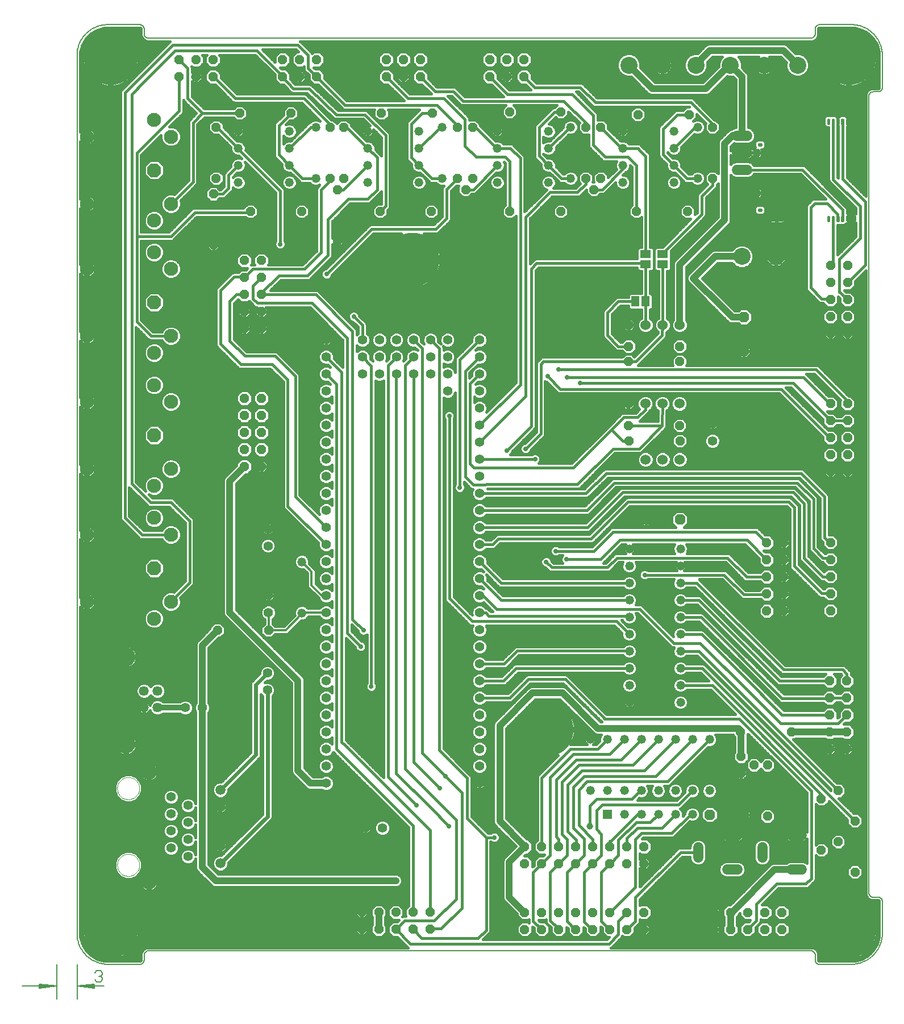
<source format=gtl>
G75*
%MOIN*%
%OFA0B0*%
%FSLAX24Y24*%
%IPPOS*%
%LPD*%
%AMOC8*
5,1,8,0,0,1.08239X$1,22.5*
%
%ADD10C,0.0051*%
%ADD11C,0.0060*%
%ADD12C,0.0554*%
%ADD13C,0.0520*%
%ADD14R,0.0520X0.0520*%
%ADD15OC8,0.0630*%
%ADD16C,0.1000*%
%ADD17OC8,0.1000*%
%ADD18C,0.0600*%
%ADD19C,0.0574*%
%ADD20C,0.1142*%
%ADD21OC8,0.0560*%
%ADD22OC8,0.0520*%
%ADD23C,0.0600*%
%ADD24C,0.0945*%
%ADD25C,0.0594*%
%ADD26C,0.0000*%
%ADD27R,0.0630X0.0460*%
%ADD28R,0.0460X0.0630*%
%ADD29C,0.0197*%
%ADD30C,0.0217*%
%ADD31C,0.0089*%
%ADD32C,0.0177*%
%ADD33C,0.0098*%
%ADD34C,0.0050*%
%ADD35C,0.3150*%
%ADD36OC8,0.0827*%
%ADD37C,0.0827*%
%ADD38C,0.0160*%
%ADD39C,0.0290*%
%ADD40C,0.0400*%
%ADD41C,0.0396*%
%ADD42C,0.0120*%
%ADD43C,0.0240*%
%ADD44C,0.0320*%
D10*
X002480Y001661D02*
X004527Y001661D01*
X003504Y001558D01*
X003504Y001535D02*
X004527Y001661D01*
X003504Y001763D01*
X003504Y001786D02*
X003504Y001535D01*
X003504Y001609D02*
X004527Y001661D01*
X003504Y001712D01*
X003504Y001786D02*
X004527Y001661D01*
X004527Y000893D02*
X004527Y002941D01*
X005708Y002941D02*
X005708Y000893D01*
X005708Y001661D02*
X006732Y001558D01*
X006732Y001535D02*
X005708Y001661D01*
X006732Y001763D01*
X006732Y001786D02*
X006732Y001535D01*
X006732Y001609D02*
X005708Y001661D01*
X006732Y001712D01*
X006732Y001786D02*
X005708Y001661D01*
X007291Y001661D01*
D11*
X007082Y001917D02*
X006869Y001917D01*
X006762Y002023D01*
X006975Y002237D02*
X007082Y002237D01*
X007189Y002130D01*
X007189Y002023D01*
X007082Y001917D01*
X007082Y002237D02*
X007189Y002344D01*
X007189Y002451D01*
X007082Y002557D01*
X006869Y002557D01*
X006762Y002451D01*
D12*
X012220Y009261D03*
X012220Y010261D03*
X012220Y011261D03*
X012220Y012261D03*
X011220Y011761D03*
X011220Y012761D03*
X011220Y010761D03*
X011220Y009761D03*
X012061Y017988D03*
X013061Y017988D03*
X016877Y019021D03*
X016877Y020021D03*
X020321Y019565D03*
X020321Y020565D03*
X020321Y021565D03*
X020321Y022565D03*
X020321Y023565D03*
X020321Y024565D03*
X020321Y025565D03*
X020321Y026565D03*
X020321Y027565D03*
X020321Y028565D03*
X020321Y029565D03*
X020321Y030565D03*
X020321Y031565D03*
X020321Y032565D03*
X020321Y033565D03*
X020321Y034565D03*
X020321Y035565D03*
X020321Y036565D03*
X020321Y037565D03*
X020321Y038565D03*
X020321Y039565D03*
X022455Y039565D03*
X022451Y038565D03*
X023449Y038565D03*
X023455Y039565D03*
X024449Y039565D03*
X024449Y038565D03*
X025449Y038565D03*
X025449Y039565D03*
X026449Y039565D03*
X027449Y039565D03*
X027449Y038565D03*
X026449Y038565D03*
X026449Y037565D03*
X027449Y037565D03*
X027449Y036565D03*
X025449Y037565D03*
X024449Y037565D03*
X023449Y037565D03*
X022455Y037565D03*
X029321Y037565D03*
X029321Y038565D03*
X029321Y039565D03*
X029321Y036565D03*
X029321Y035565D03*
X029321Y034565D03*
X029321Y033565D03*
X029321Y032565D03*
X029321Y031565D03*
X029321Y030565D03*
X029321Y029565D03*
X029321Y028565D03*
X029321Y027565D03*
X029321Y026565D03*
X029321Y025565D03*
X029321Y024565D03*
X029321Y023565D03*
X029321Y022565D03*
X029321Y021565D03*
X029321Y020565D03*
X029321Y019565D03*
X029321Y018565D03*
X029321Y017565D03*
X029321Y016565D03*
X029321Y015565D03*
X029321Y014565D03*
X029321Y013565D03*
X023628Y010941D03*
X022628Y010941D03*
X020321Y013565D03*
X020321Y014565D03*
X020321Y015565D03*
X020321Y016565D03*
X020321Y017565D03*
X020321Y018565D03*
X016935Y023566D03*
X016935Y024566D03*
X016908Y027481D03*
X016908Y028481D03*
X042988Y033641D03*
X042988Y034641D03*
D13*
X041109Y027297D03*
X041109Y026297D03*
X041109Y025297D03*
X041109Y024297D03*
X041109Y023297D03*
X041109Y022297D03*
X041109Y021297D03*
X041109Y020297D03*
X041109Y019297D03*
X041109Y018297D03*
X040808Y016121D03*
X039808Y016121D03*
X038808Y016121D03*
X037808Y016121D03*
X036808Y016121D03*
X035808Y016121D03*
X038109Y018297D03*
X038109Y019297D03*
X038109Y020297D03*
X038109Y021297D03*
X038109Y022297D03*
X038109Y023297D03*
X038109Y024297D03*
X038109Y025297D03*
X038109Y026297D03*
X038109Y027297D03*
X041808Y016121D03*
X042808Y016121D03*
X042808Y013121D03*
X041808Y013121D03*
X040808Y013121D03*
X039808Y013121D03*
X038808Y013121D03*
X037808Y013121D03*
X036808Y013121D03*
X035808Y013121D03*
X037808Y011741D03*
X038808Y011741D03*
X039808Y011741D03*
X040808Y011741D03*
X041808Y011741D03*
X018899Y023548D03*
X018899Y026548D03*
X018168Y048801D03*
X018168Y049801D03*
X018168Y050801D03*
X018168Y051801D03*
X019708Y052041D03*
X019708Y049041D03*
X022768Y048801D03*
X022768Y049801D03*
X022768Y050801D03*
X022768Y051801D03*
X025768Y051801D03*
X025768Y050801D03*
X025768Y049801D03*
X025768Y048801D03*
X027128Y049041D03*
X027128Y052041D03*
X030368Y051801D03*
X030368Y050801D03*
X030368Y049801D03*
X030368Y048801D03*
X033368Y048801D03*
X033368Y049801D03*
X033368Y050801D03*
X033368Y051801D03*
X034668Y052041D03*
X034668Y049041D03*
X037728Y048801D03*
X037728Y049801D03*
X037728Y050801D03*
X037728Y051801D03*
X040728Y051801D03*
X040728Y050801D03*
X040728Y049801D03*
X040728Y048801D03*
X042108Y049041D03*
X042108Y052041D03*
X015168Y051801D03*
X015168Y050801D03*
X015168Y049801D03*
X015168Y048801D03*
D14*
X036808Y011741D03*
D15*
X042830Y011719D03*
X044830Y011719D03*
X041078Y029024D03*
X039078Y029024D03*
X044828Y038901D03*
X044828Y040901D03*
D16*
X044708Y044461D03*
X044040Y055681D03*
X046008Y055681D03*
X047977Y055681D03*
X042017Y055681D03*
X040048Y055681D03*
X038080Y055681D03*
D17*
X046708Y044461D03*
D18*
X045024Y049548D02*
X044424Y049548D01*
X044424Y050548D02*
X045024Y050548D01*
X045024Y051548D02*
X044424Y051548D01*
X044448Y010501D02*
X043848Y010501D01*
X042148Y009801D02*
X042148Y009201D01*
X043848Y008501D02*
X044448Y008501D01*
X045908Y009201D02*
X045908Y009801D01*
X047608Y010501D02*
X048208Y010501D01*
X048208Y008501D02*
X047608Y008501D01*
D19*
X010429Y017992D03*
X009641Y017992D03*
X009641Y018976D03*
X010429Y018976D03*
D20*
X008574Y020972D03*
X008574Y015854D03*
D21*
X022408Y005989D03*
X023408Y005989D03*
X024408Y005989D03*
X025408Y005989D03*
X026408Y005989D03*
X026408Y004989D03*
X025408Y004989D03*
X024408Y004989D03*
X023408Y004989D03*
X022408Y004989D03*
X031968Y004981D03*
X031968Y005981D03*
X032968Y005981D03*
X033968Y005981D03*
X034968Y005981D03*
X035968Y005981D03*
X036968Y005981D03*
X037968Y005981D03*
X038968Y005981D03*
X038968Y004981D03*
X037968Y004981D03*
X036968Y004981D03*
X035968Y004981D03*
X034968Y004981D03*
X033968Y004981D03*
X032968Y004981D03*
X032968Y008841D03*
X032968Y009841D03*
X033968Y009841D03*
X033968Y008841D03*
X034968Y008841D03*
X034968Y009841D03*
X035968Y009841D03*
X035968Y008841D03*
X036968Y008841D03*
X036968Y009841D03*
X037968Y009841D03*
X037968Y008841D03*
X038968Y008841D03*
X038968Y009841D03*
X043048Y005981D03*
X044048Y005981D03*
X045048Y005981D03*
X046048Y005981D03*
X047048Y005981D03*
X047048Y004981D03*
X046048Y004981D03*
X045048Y004981D03*
X044048Y004981D03*
X043048Y004981D03*
X049868Y015561D03*
X049868Y016561D03*
X049868Y017561D03*
X049868Y018561D03*
X049868Y019561D03*
X050868Y019561D03*
X050868Y018561D03*
X050868Y017561D03*
X050868Y016561D03*
X050868Y015561D03*
X050908Y023681D03*
X050908Y024681D03*
X050908Y025681D03*
X050908Y026681D03*
X050908Y027681D03*
X049908Y027681D03*
X049908Y026681D03*
X049908Y025681D03*
X049908Y024681D03*
X049908Y023681D03*
X047168Y023661D03*
X047168Y024661D03*
X047168Y025661D03*
X047168Y026661D03*
X047168Y027661D03*
X046168Y027661D03*
X046168Y026661D03*
X046168Y025661D03*
X046168Y024661D03*
X046168Y023661D03*
X049908Y031821D03*
X049908Y032821D03*
X049908Y033821D03*
X049908Y034821D03*
X049908Y035821D03*
X050908Y035821D03*
X050908Y034821D03*
X050908Y033821D03*
X050908Y032821D03*
X050908Y031821D03*
X050908Y039921D03*
X050908Y040921D03*
X050908Y041921D03*
X050908Y042921D03*
X050908Y043921D03*
X049908Y043921D03*
X049908Y042921D03*
X049908Y041921D03*
X049908Y040921D03*
X049908Y039921D03*
X031928Y055001D03*
X031928Y056001D03*
X030928Y056001D03*
X029928Y056001D03*
X029928Y055001D03*
X030928Y055001D03*
X025848Y055001D03*
X024848Y055001D03*
X024848Y056001D03*
X025848Y056001D03*
X023848Y056001D03*
X023848Y055001D03*
X019768Y055001D03*
X019768Y056001D03*
X018768Y056001D03*
X017768Y056001D03*
X017768Y055001D03*
X018768Y055001D03*
X013688Y055001D03*
X013688Y056001D03*
X012688Y056001D03*
X011688Y056001D03*
X011688Y055001D03*
X012688Y055001D03*
X015528Y044221D03*
X015528Y043221D03*
X016528Y043221D03*
X016528Y044221D03*
X016528Y042221D03*
X015528Y042221D03*
X015528Y041221D03*
X015528Y040221D03*
X016528Y040221D03*
X016528Y041221D03*
X016528Y036141D03*
X015528Y036141D03*
X015528Y035141D03*
X016528Y035141D03*
X016528Y034141D03*
X015528Y034141D03*
X015528Y033141D03*
X015528Y032141D03*
X016528Y032141D03*
X016528Y033141D03*
X031968Y009841D03*
X031968Y008841D03*
D22*
X044668Y014121D03*
X044668Y015121D03*
X045418Y014621D03*
X046208Y014621D03*
X047628Y016561D03*
X044628Y016561D03*
X046208Y011621D03*
X049371Y012633D03*
X050363Y013123D03*
X051347Y011347D03*
X050363Y010123D03*
X049371Y009633D03*
X051347Y008347D03*
X041079Y033646D03*
X041062Y034536D03*
X038062Y034536D03*
X038079Y033646D03*
X038068Y038301D03*
X038068Y039181D03*
X041068Y039181D03*
X041068Y038301D03*
X036028Y045381D03*
X034088Y047101D03*
X036028Y048381D03*
X036428Y049041D03*
X035548Y049041D03*
X035548Y052041D03*
X036428Y052041D03*
X038608Y052781D03*
X041608Y052781D03*
X042988Y052041D03*
X042988Y049041D03*
X041528Y047101D03*
X038528Y047101D03*
X034088Y052941D03*
X031088Y052941D03*
X028908Y052041D03*
X028028Y052041D03*
X026568Y052861D03*
X023568Y052861D03*
X021348Y052041D03*
X020548Y052041D03*
X018248Y052861D03*
X015248Y052861D03*
X013868Y052041D03*
X013868Y049041D03*
X013708Y048121D03*
X015888Y047101D03*
X013708Y045121D03*
X018888Y047101D03*
X020988Y048361D03*
X021348Y049041D03*
X020548Y049041D03*
X023488Y047101D03*
X020988Y045361D03*
X026488Y047101D03*
X028508Y048381D03*
X028908Y049041D03*
X028028Y049041D03*
X031088Y047101D03*
X028508Y045381D03*
X016944Y022533D03*
X013944Y022533D03*
D23*
X038047Y035823D03*
X039047Y035823D03*
X040047Y035823D03*
X041047Y035823D03*
X041068Y032541D03*
X040068Y032541D03*
X039068Y032541D03*
X039068Y040441D03*
X038068Y040441D03*
X040068Y040441D03*
X041068Y040441D03*
D24*
X009921Y014230D03*
X009921Y007793D03*
D25*
X014122Y008860D03*
X014122Y009860D03*
X014122Y012163D03*
X014122Y013163D03*
D26*
X008070Y013261D02*
X008072Y013311D01*
X008078Y013361D01*
X008088Y013411D01*
X008101Y013459D01*
X008118Y013507D01*
X008139Y013553D01*
X008163Y013597D01*
X008191Y013639D01*
X008222Y013679D01*
X008256Y013716D01*
X008293Y013751D01*
X008332Y013782D01*
X008373Y013811D01*
X008417Y013836D01*
X008463Y013858D01*
X008510Y013876D01*
X008558Y013890D01*
X008607Y013901D01*
X008657Y013908D01*
X008707Y013911D01*
X008758Y013910D01*
X008808Y013905D01*
X008858Y013896D01*
X008906Y013884D01*
X008954Y013867D01*
X009000Y013847D01*
X009045Y013824D01*
X009088Y013797D01*
X009128Y013767D01*
X009166Y013734D01*
X009201Y013698D01*
X009234Y013659D01*
X009263Y013618D01*
X009289Y013575D01*
X009312Y013530D01*
X009331Y013483D01*
X009346Y013435D01*
X009358Y013386D01*
X009366Y013336D01*
X009370Y013286D01*
X009370Y013236D01*
X009366Y013186D01*
X009358Y013136D01*
X009346Y013087D01*
X009331Y013039D01*
X009312Y012992D01*
X009289Y012947D01*
X009263Y012904D01*
X009234Y012863D01*
X009201Y012824D01*
X009166Y012788D01*
X009128Y012755D01*
X009088Y012725D01*
X009045Y012698D01*
X009000Y012675D01*
X008954Y012655D01*
X008906Y012638D01*
X008858Y012626D01*
X008808Y012617D01*
X008758Y012612D01*
X008707Y012611D01*
X008657Y012614D01*
X008607Y012621D01*
X008558Y012632D01*
X008510Y012646D01*
X008463Y012664D01*
X008417Y012686D01*
X008373Y012711D01*
X008332Y012740D01*
X008293Y012771D01*
X008256Y012806D01*
X008222Y012843D01*
X008191Y012883D01*
X008163Y012925D01*
X008139Y012969D01*
X008118Y013015D01*
X008101Y013063D01*
X008088Y013111D01*
X008078Y013161D01*
X008072Y013211D01*
X008070Y013261D01*
X008070Y008761D02*
X008072Y008811D01*
X008078Y008861D01*
X008088Y008911D01*
X008101Y008959D01*
X008118Y009007D01*
X008139Y009053D01*
X008163Y009097D01*
X008191Y009139D01*
X008222Y009179D01*
X008256Y009216D01*
X008293Y009251D01*
X008332Y009282D01*
X008373Y009311D01*
X008417Y009336D01*
X008463Y009358D01*
X008510Y009376D01*
X008558Y009390D01*
X008607Y009401D01*
X008657Y009408D01*
X008707Y009411D01*
X008758Y009410D01*
X008808Y009405D01*
X008858Y009396D01*
X008906Y009384D01*
X008954Y009367D01*
X009000Y009347D01*
X009045Y009324D01*
X009088Y009297D01*
X009128Y009267D01*
X009166Y009234D01*
X009201Y009198D01*
X009234Y009159D01*
X009263Y009118D01*
X009289Y009075D01*
X009312Y009030D01*
X009331Y008983D01*
X009346Y008935D01*
X009358Y008886D01*
X009366Y008836D01*
X009370Y008786D01*
X009370Y008736D01*
X009366Y008686D01*
X009358Y008636D01*
X009346Y008587D01*
X009331Y008539D01*
X009312Y008492D01*
X009289Y008447D01*
X009263Y008404D01*
X009234Y008363D01*
X009201Y008324D01*
X009166Y008288D01*
X009128Y008255D01*
X009088Y008225D01*
X009045Y008198D01*
X009000Y008175D01*
X008954Y008155D01*
X008906Y008138D01*
X008858Y008126D01*
X008808Y008117D01*
X008758Y008112D01*
X008707Y008111D01*
X008657Y008114D01*
X008607Y008121D01*
X008558Y008132D01*
X008510Y008146D01*
X008463Y008164D01*
X008417Y008186D01*
X008373Y008211D01*
X008332Y008240D01*
X008293Y008271D01*
X008256Y008306D01*
X008222Y008343D01*
X008191Y008383D01*
X008163Y008425D01*
X008139Y008469D01*
X008118Y008515D01*
X008101Y008563D01*
X008088Y008611D01*
X008078Y008661D01*
X008072Y008711D01*
X008070Y008761D01*
D27*
X039068Y044001D03*
X039068Y044601D03*
X040068Y044601D03*
X040068Y044001D03*
D28*
X039068Y041821D03*
X038468Y041821D03*
D29*
X045506Y048044D02*
X045704Y048044D01*
X045506Y048044D02*
X045506Y048320D01*
X045704Y048320D01*
X045704Y048044D01*
X045704Y048240D02*
X045506Y048240D01*
X045506Y050406D02*
X045704Y050406D01*
X045506Y050406D02*
X045506Y050682D01*
X045704Y050682D01*
X045704Y050406D01*
X045704Y050602D02*
X045506Y050602D01*
D30*
X051284Y052252D02*
X051284Y052468D01*
X051284Y052252D02*
X050910Y052252D01*
X050910Y052468D01*
X051284Y052468D01*
X050910Y052468D01*
X051284Y046809D02*
X051284Y046593D01*
X050910Y046593D01*
X050910Y046809D01*
X051284Y046809D01*
X050910Y046809D01*
D31*
X050659Y046809D02*
X050659Y046543D01*
X050571Y046543D01*
X050571Y046809D01*
X050659Y046809D01*
X050659Y046631D02*
X050571Y046631D01*
X050571Y046719D02*
X050659Y046719D01*
X050659Y046807D02*
X050571Y046807D01*
X050383Y046809D02*
X050383Y046543D01*
X050295Y046543D01*
X050295Y046809D01*
X050383Y046809D01*
X050383Y046631D02*
X050295Y046631D01*
X050295Y046719D02*
X050383Y046719D01*
X050383Y046807D02*
X050295Y046807D01*
X050107Y046809D02*
X050107Y046543D01*
X050019Y046543D01*
X050019Y046809D01*
X050107Y046809D01*
X050107Y046631D02*
X050019Y046631D01*
X050019Y046719D02*
X050107Y046719D01*
X050107Y046807D02*
X050019Y046807D01*
X049832Y046809D02*
X049832Y046543D01*
X049744Y046543D01*
X049744Y046809D01*
X049832Y046809D01*
X049832Y046631D02*
X049744Y046631D01*
X049744Y046719D02*
X049832Y046719D01*
X049832Y046807D02*
X049744Y046807D01*
X049832Y052252D02*
X049832Y052518D01*
X049832Y052252D02*
X049744Y052252D01*
X049744Y052518D01*
X049832Y052518D01*
X049832Y052340D02*
X049744Y052340D01*
X049744Y052428D02*
X049832Y052428D01*
X049832Y052516D02*
X049744Y052516D01*
X050107Y052518D02*
X050107Y052252D01*
X050019Y052252D01*
X050019Y052518D01*
X050107Y052518D01*
X050107Y052340D02*
X050019Y052340D01*
X050019Y052428D02*
X050107Y052428D01*
X050107Y052516D02*
X050019Y052516D01*
X050383Y052518D02*
X050383Y052252D01*
X050295Y052252D01*
X050295Y052518D01*
X050383Y052518D01*
X050383Y052340D02*
X050295Y052340D01*
X050295Y052428D02*
X050383Y052428D01*
X050383Y052516D02*
X050295Y052516D01*
X050659Y052518D02*
X050659Y052252D01*
X050571Y052252D01*
X050571Y052518D01*
X050659Y052518D01*
X050659Y052340D02*
X050571Y052340D01*
X050571Y052428D02*
X050659Y052428D01*
X050659Y052516D02*
X050571Y052516D01*
D32*
X047563Y052474D02*
X047563Y052296D01*
X046953Y052296D01*
X046953Y052474D01*
X047563Y052474D01*
X047563Y052472D02*
X046953Y052472D01*
X047051Y046765D02*
X047051Y046587D01*
X046441Y046587D01*
X046441Y046765D01*
X047051Y046765D01*
X047051Y046763D02*
X046441Y046763D01*
D33*
X045871Y047129D02*
X045693Y047129D01*
X045693Y047227D01*
X045871Y047227D01*
X045871Y047129D01*
X045871Y047226D02*
X045693Y047226D01*
X045693Y050967D02*
X045871Y050967D01*
X045693Y050967D02*
X045693Y051065D01*
X045871Y051065D01*
X045871Y050967D01*
X045871Y051064D02*
X045693Y051064D01*
D34*
X051141Y058059D02*
X051225Y058057D01*
X051308Y058051D01*
X051391Y058042D01*
X051474Y058028D01*
X051556Y058011D01*
X051637Y057990D01*
X051717Y057965D01*
X051795Y057937D01*
X051873Y057905D01*
X051948Y057869D01*
X052022Y057830D01*
X052094Y057788D01*
X052164Y057742D01*
X052232Y057693D01*
X052298Y057641D01*
X052361Y057586D01*
X052422Y057529D01*
X052479Y057468D01*
X052534Y057405D01*
X052586Y057339D01*
X052635Y057271D01*
X052681Y057201D01*
X052723Y057129D01*
X052762Y057055D01*
X052798Y056980D01*
X052830Y056902D01*
X052858Y056824D01*
X052883Y056744D01*
X052904Y056663D01*
X052921Y056581D01*
X052935Y056498D01*
X052944Y056415D01*
X052950Y056332D01*
X052952Y056248D01*
X052952Y054372D01*
X052950Y054342D01*
X052945Y054312D01*
X052936Y054283D01*
X052923Y054256D01*
X052908Y054230D01*
X052889Y054206D01*
X052868Y054185D01*
X052844Y054166D01*
X052818Y054151D01*
X052791Y054138D01*
X052762Y054129D01*
X052732Y054124D01*
X052702Y054122D01*
X052415Y054122D01*
X052385Y054120D01*
X052355Y054115D01*
X052326Y054106D01*
X052299Y054093D01*
X052273Y054078D01*
X052249Y054059D01*
X052228Y054038D01*
X052209Y054014D01*
X052194Y053988D01*
X052181Y053961D01*
X052172Y053932D01*
X052167Y053902D01*
X052165Y053872D01*
X052165Y053925D02*
X052165Y007074D01*
X052165Y007128D02*
X052167Y007098D01*
X052172Y007068D01*
X052181Y007039D01*
X052194Y007012D01*
X052209Y006986D01*
X052228Y006962D01*
X052249Y006941D01*
X052273Y006922D01*
X052299Y006907D01*
X052326Y006894D01*
X052355Y006885D01*
X052385Y006880D01*
X052415Y006878D01*
X052702Y006878D01*
X052732Y006876D01*
X052762Y006871D01*
X052791Y006862D01*
X052818Y006849D01*
X052844Y006834D01*
X052868Y006815D01*
X052889Y006794D01*
X052908Y006770D01*
X052923Y006744D01*
X052936Y006717D01*
X052945Y006688D01*
X052950Y006658D01*
X052952Y006628D01*
X052952Y004752D01*
X052950Y004668D01*
X052944Y004585D01*
X052935Y004502D01*
X052921Y004419D01*
X052904Y004337D01*
X052883Y004256D01*
X052858Y004176D01*
X052830Y004098D01*
X052798Y004020D01*
X052762Y003945D01*
X052723Y003871D01*
X052681Y003799D01*
X052635Y003729D01*
X052586Y003661D01*
X052534Y003595D01*
X052479Y003532D01*
X052422Y003471D01*
X052361Y003414D01*
X052298Y003359D01*
X052232Y003307D01*
X052164Y003258D01*
X052094Y003212D01*
X052022Y003170D01*
X051948Y003131D01*
X051873Y003095D01*
X051795Y003063D01*
X051717Y003035D01*
X051637Y003010D01*
X051556Y002989D01*
X051474Y002972D01*
X051391Y002958D01*
X051308Y002949D01*
X051225Y002943D01*
X051141Y002941D01*
X049265Y002941D01*
X049235Y002943D01*
X049205Y002948D01*
X049176Y002957D01*
X049149Y002970D01*
X049123Y002985D01*
X049099Y003004D01*
X049078Y003025D01*
X049059Y003049D01*
X049044Y003075D01*
X049031Y003102D01*
X049022Y003131D01*
X049017Y003161D01*
X049015Y003191D01*
X049015Y003478D01*
X049013Y003508D01*
X049008Y003538D01*
X048999Y003567D01*
X048986Y003594D01*
X048971Y003620D01*
X048952Y003644D01*
X048931Y003665D01*
X048907Y003684D01*
X048881Y003699D01*
X048854Y003712D01*
X048825Y003721D01*
X048795Y003726D01*
X048765Y003728D01*
X048819Y003728D02*
X009842Y003728D01*
X009895Y003728D02*
X009865Y003726D01*
X009835Y003721D01*
X009806Y003712D01*
X009779Y003699D01*
X009753Y003684D01*
X009729Y003665D01*
X009708Y003644D01*
X009689Y003620D01*
X009674Y003594D01*
X009661Y003567D01*
X009652Y003538D01*
X009647Y003508D01*
X009645Y003478D01*
X009645Y003191D01*
X009643Y003161D01*
X009638Y003131D01*
X009629Y003102D01*
X009616Y003075D01*
X009601Y003049D01*
X009582Y003025D01*
X009561Y003004D01*
X009537Y002985D01*
X009511Y002970D01*
X009484Y002957D01*
X009455Y002948D01*
X009425Y002943D01*
X009395Y002941D01*
X007519Y002941D01*
X007435Y002943D01*
X007352Y002949D01*
X007269Y002958D01*
X007186Y002972D01*
X007104Y002989D01*
X007023Y003010D01*
X006943Y003035D01*
X006865Y003063D01*
X006787Y003095D01*
X006712Y003131D01*
X006638Y003170D01*
X006566Y003212D01*
X006496Y003258D01*
X006428Y003307D01*
X006362Y003359D01*
X006299Y003414D01*
X006238Y003471D01*
X006181Y003532D01*
X006126Y003595D01*
X006074Y003661D01*
X006025Y003729D01*
X005979Y003799D01*
X005937Y003871D01*
X005898Y003945D01*
X005862Y004020D01*
X005830Y004098D01*
X005802Y004176D01*
X005777Y004256D01*
X005756Y004337D01*
X005739Y004419D01*
X005725Y004502D01*
X005716Y004585D01*
X005710Y004668D01*
X005708Y004752D01*
X005708Y006441D01*
X005708Y054441D01*
X005708Y054372D01*
X005708Y054441D02*
X005708Y056248D01*
X005710Y056332D01*
X005716Y056415D01*
X005725Y056498D01*
X005739Y056581D01*
X005756Y056663D01*
X005777Y056744D01*
X005802Y056824D01*
X005830Y056902D01*
X005862Y056980D01*
X005898Y057055D01*
X005937Y057129D01*
X005979Y057201D01*
X006025Y057271D01*
X006074Y057339D01*
X006126Y057405D01*
X006181Y057468D01*
X006238Y057529D01*
X006299Y057586D01*
X006362Y057641D01*
X006428Y057693D01*
X006496Y057742D01*
X006566Y057788D01*
X006638Y057830D01*
X006712Y057869D01*
X006787Y057905D01*
X006865Y057937D01*
X006943Y057965D01*
X007023Y057990D01*
X007104Y058011D01*
X007186Y058028D01*
X007269Y058042D01*
X007352Y058051D01*
X007435Y058057D01*
X007519Y058059D01*
X009395Y058059D01*
X009425Y058057D01*
X009455Y058052D01*
X009484Y058043D01*
X009511Y058030D01*
X009537Y058015D01*
X009561Y057996D01*
X009582Y057975D01*
X009601Y057951D01*
X009616Y057925D01*
X009629Y057898D01*
X009638Y057869D01*
X009643Y057839D01*
X009645Y057809D01*
X009645Y057521D01*
X009647Y057491D01*
X009652Y057461D01*
X009661Y057432D01*
X009674Y057405D01*
X009689Y057379D01*
X009708Y057355D01*
X009729Y057334D01*
X009753Y057315D01*
X009779Y057300D01*
X009806Y057287D01*
X009835Y057278D01*
X009865Y057273D01*
X009895Y057271D01*
X009842Y057271D02*
X048819Y057271D01*
X048765Y057271D02*
X048795Y057273D01*
X048825Y057278D01*
X048854Y057287D01*
X048881Y057300D01*
X048907Y057315D01*
X048931Y057334D01*
X048952Y057355D01*
X048971Y057379D01*
X048986Y057405D01*
X048999Y057432D01*
X049008Y057461D01*
X049013Y057491D01*
X049015Y057521D01*
X049015Y057809D01*
X049017Y057839D01*
X049022Y057869D01*
X049031Y057898D01*
X049044Y057925D01*
X049059Y057951D01*
X049078Y057975D01*
X049099Y057996D01*
X049123Y058015D01*
X049149Y058030D01*
X049176Y058043D01*
X049205Y058052D01*
X049235Y058057D01*
X049265Y058059D01*
X051141Y058059D01*
X005708Y006628D02*
X005708Y006441D01*
D35*
X007677Y004909D03*
X033267Y016720D03*
X050984Y004909D03*
X025393Y044279D03*
X007677Y056090D03*
X050984Y056090D03*
D36*
X010236Y049515D03*
X010236Y041759D03*
X010236Y033964D03*
X010236Y026169D03*
D37*
X011220Y024200D03*
X010236Y023216D03*
X006299Y024200D03*
X006299Y028137D03*
X006299Y031996D03*
X006299Y035933D03*
X006299Y039791D03*
X006299Y043728D03*
X006299Y047547D03*
X006299Y051484D03*
X010236Y052468D03*
X011220Y051484D03*
X011220Y047547D03*
X010236Y046563D03*
X010236Y044712D03*
X011220Y043728D03*
X011220Y039791D03*
X010236Y038807D03*
X010236Y036917D03*
X011220Y035933D03*
X011220Y031996D03*
X010236Y031011D03*
X010236Y029122D03*
X011220Y028137D03*
D38*
X009511Y028137D01*
X008508Y029141D01*
X008508Y054061D01*
X008808Y054361D01*
X011308Y056861D01*
X018668Y056861D01*
X019268Y056261D01*
X019268Y055501D01*
X019768Y055001D01*
X021428Y053341D01*
X026828Y053341D01*
X028028Y052141D01*
X028028Y052041D01*
X028468Y052501D02*
X028468Y050941D01*
X029108Y050301D01*
X030828Y050301D01*
X031088Y050041D01*
X031088Y047101D01*
X030648Y047162D02*
X027648Y047162D01*
X027648Y047004D02*
X030648Y047004D01*
X030648Y046918D02*
X030906Y046661D01*
X031271Y046661D01*
X031448Y046838D01*
X031448Y037060D01*
X029719Y035330D01*
X029778Y035474D01*
X029778Y035656D01*
X029709Y035824D01*
X029580Y035953D01*
X029412Y036022D01*
X029230Y036022D01*
X029062Y035953D01*
X029008Y035899D01*
X029008Y036231D01*
X029062Y036177D01*
X029230Y036108D01*
X029412Y036108D01*
X029580Y036177D01*
X029709Y036306D01*
X029778Y036474D01*
X029778Y036656D01*
X029709Y036824D01*
X029580Y036953D01*
X029412Y037022D01*
X029230Y037022D01*
X029086Y036963D01*
X029232Y037108D01*
X029412Y037108D01*
X029580Y037177D01*
X029709Y037306D01*
X029778Y037474D01*
X029778Y037656D01*
X029709Y037824D01*
X029580Y037953D01*
X029412Y038022D01*
X029230Y038022D01*
X029062Y037953D01*
X028933Y037824D01*
X028864Y037656D01*
X028864Y037475D01*
X028738Y037350D01*
X028738Y037642D01*
X029224Y038110D01*
X029230Y038108D01*
X029412Y038108D01*
X029580Y038177D01*
X029709Y038306D01*
X029778Y038474D01*
X029778Y038656D01*
X029709Y038824D01*
X029580Y038953D01*
X029412Y039022D01*
X029230Y039022D01*
X029086Y038963D01*
X029232Y039108D01*
X029412Y039108D01*
X029580Y039177D01*
X029709Y039306D01*
X029778Y039474D01*
X029778Y039656D01*
X029709Y039824D01*
X029580Y039953D01*
X029412Y040022D01*
X029230Y040022D01*
X029062Y039953D01*
X028933Y039824D01*
X028864Y039656D01*
X028864Y039475D01*
X027938Y038550D01*
X027898Y038454D01*
X027898Y037675D01*
X027837Y037824D01*
X027708Y037953D01*
X027540Y038022D01*
X027358Y038022D01*
X027208Y037960D01*
X027208Y038170D01*
X027358Y038108D01*
X027540Y038108D01*
X027708Y038177D01*
X027837Y038306D01*
X027906Y038474D01*
X027906Y038656D01*
X027837Y038824D01*
X027708Y038953D01*
X027540Y039022D01*
X027358Y039022D01*
X027208Y038960D01*
X027208Y039117D01*
X027179Y039189D01*
X027190Y039177D01*
X027358Y039108D01*
X027540Y039108D01*
X027708Y039177D01*
X027837Y039306D01*
X027906Y039474D01*
X027906Y039656D01*
X027837Y039824D01*
X027708Y039953D01*
X027540Y040022D01*
X027358Y040022D01*
X027190Y039953D01*
X027061Y039824D01*
X026992Y039656D01*
X026992Y039474D01*
X027051Y039330D01*
X026906Y039475D01*
X026906Y039656D01*
X026837Y039824D01*
X026708Y039953D01*
X026540Y040022D01*
X026358Y040022D01*
X026190Y039953D01*
X026061Y039824D01*
X025992Y039656D01*
X025992Y039474D01*
X026051Y039330D01*
X025906Y039475D01*
X025906Y039656D01*
X025837Y039824D01*
X025708Y039953D01*
X025540Y040022D01*
X025358Y040022D01*
X025190Y039953D01*
X025061Y039824D01*
X024992Y039656D01*
X024992Y039474D01*
X025061Y039306D01*
X025190Y039177D01*
X025358Y039108D01*
X025538Y039108D01*
X025684Y038963D01*
X025540Y039022D01*
X025358Y039022D01*
X025190Y038953D01*
X025061Y038824D01*
X024992Y038656D01*
X024992Y038474D01*
X024992Y038472D01*
X024844Y038324D01*
X024906Y038474D01*
X024906Y038656D01*
X024837Y038824D01*
X024708Y038953D01*
X024540Y039022D01*
X024358Y039022D01*
X024190Y038953D01*
X024061Y038824D01*
X023992Y038656D01*
X023992Y038474D01*
X023992Y038472D01*
X023844Y038324D01*
X023906Y038474D01*
X023906Y038656D01*
X023837Y038824D01*
X023708Y038953D01*
X023540Y039022D01*
X023358Y039022D01*
X023190Y038953D01*
X023061Y038824D01*
X022992Y038656D01*
X022992Y038474D01*
X023050Y038334D01*
X022908Y038475D01*
X022908Y038656D01*
X022838Y038824D01*
X022710Y038953D01*
X022542Y039022D01*
X022360Y039022D01*
X022192Y038953D01*
X022128Y038889D01*
X022128Y039245D01*
X022196Y039177D01*
X022364Y039108D01*
X022546Y039108D01*
X022714Y039177D01*
X022842Y039306D01*
X022912Y039474D01*
X022912Y039656D01*
X022842Y039824D01*
X022715Y039951D01*
X022715Y040486D01*
X022675Y040581D01*
X022273Y040983D01*
X022273Y041005D01*
X022224Y041125D01*
X022132Y041216D01*
X022013Y041266D01*
X021884Y041266D01*
X021764Y041216D01*
X021673Y041125D01*
X021623Y041005D01*
X021623Y040876D01*
X021673Y040756D01*
X021764Y040665D01*
X021884Y040616D01*
X021906Y040616D01*
X022195Y040326D01*
X022195Y039951D01*
X022128Y039885D01*
X022128Y040112D01*
X022089Y040208D01*
X019929Y042368D01*
X019856Y042441D01*
X019760Y042481D01*
X017056Y042481D01*
X017656Y043081D01*
X019280Y043081D01*
X019376Y043120D01*
X019449Y043193D01*
X020649Y044393D01*
X020688Y044489D01*
X020688Y045180D01*
X020848Y045021D01*
X020988Y045021D01*
X020988Y045361D01*
X020988Y045701D01*
X020848Y045701D01*
X020688Y045541D01*
X020688Y046513D01*
X021736Y047561D01*
X022800Y047561D01*
X022896Y047600D01*
X022969Y047673D01*
X022969Y047673D01*
X023529Y048233D01*
X023548Y048281D01*
X023548Y047541D01*
X023306Y047541D01*
X023048Y047283D01*
X023048Y046918D01*
X023306Y046661D01*
X023671Y046661D01*
X023928Y046918D01*
X023928Y047173D01*
X024029Y047273D01*
X024068Y047369D01*
X024068Y051612D01*
X024029Y051708D01*
X023956Y051781D01*
X022736Y053001D01*
X022640Y053041D01*
X021012Y053041D01*
X019490Y054487D01*
X019456Y054521D01*
X019452Y054522D01*
X019450Y054525D01*
X019405Y054542D01*
X019360Y054561D01*
X019357Y054561D01*
X019353Y054562D01*
X019305Y054561D01*
X018505Y054561D01*
X018228Y054873D01*
X018228Y055191D01*
X017959Y055461D01*
X017716Y055461D01*
X017636Y055541D01*
X017959Y055541D01*
X018228Y055810D01*
X018228Y056191D01*
X017959Y056461D01*
X017578Y056461D01*
X017308Y056191D01*
X017308Y055868D01*
X016576Y056601D01*
X018561Y056601D01*
X018701Y056461D01*
X018578Y056461D01*
X018308Y056191D01*
X018308Y055810D01*
X018578Y055541D01*
X018959Y055541D01*
X019008Y055590D01*
X019008Y055449D01*
X019048Y055353D01*
X019308Y055093D01*
X019308Y054810D01*
X019578Y054541D01*
X019861Y054541D01*
X021208Y053193D01*
X021281Y053120D01*
X021377Y053081D01*
X023165Y053081D01*
X023128Y053043D01*
X023128Y052678D01*
X023385Y052421D01*
X023750Y052421D01*
X024008Y052678D01*
X024008Y053043D01*
X023970Y053081D01*
X025801Y053081D01*
X025728Y053008D01*
X025088Y052368D01*
X025048Y052272D01*
X025048Y050209D01*
X025088Y050113D01*
X025161Y050040D01*
X025328Y049873D01*
X025328Y049713D01*
X025395Y049551D01*
X025519Y049428D01*
X025681Y049361D01*
X025841Y049361D01*
X026308Y048893D01*
X026381Y048820D01*
X026477Y048781D01*
X026766Y048781D01*
X026879Y048668D01*
X027041Y048601D01*
X027216Y048601D01*
X027224Y048604D01*
X027168Y048548D01*
X027128Y048452D01*
X027128Y046808D01*
X026641Y046321D01*
X022937Y046321D01*
X022841Y046281D01*
X022768Y046208D01*
X020306Y043746D01*
X020284Y043746D01*
X020164Y043696D01*
X020073Y043605D01*
X020023Y043485D01*
X020023Y043356D01*
X020073Y043236D01*
X020164Y043145D01*
X020284Y043096D01*
X020413Y043096D01*
X020532Y043145D01*
X020624Y043236D01*
X020673Y043356D01*
X020673Y043378D01*
X023096Y045801D01*
X024740Y045801D01*
X024629Y045748D01*
X024503Y045676D01*
X024385Y045593D01*
X024274Y045500D01*
X024172Y045398D01*
X024079Y045287D01*
X023996Y045169D01*
X023924Y045044D01*
X023863Y044913D01*
X023814Y044777D01*
X023776Y044638D01*
X023751Y044495D01*
X023739Y044359D01*
X025313Y044359D01*
X025313Y044199D01*
X023739Y044199D01*
X023751Y044063D01*
X023776Y043921D01*
X023814Y043781D01*
X023863Y043645D01*
X023924Y043514D01*
X023996Y043389D01*
X024079Y043271D01*
X024172Y043160D01*
X024274Y043058D01*
X024385Y042965D01*
X024503Y042882D01*
X024629Y042810D01*
X024760Y042749D01*
X024895Y042699D01*
X025035Y042662D01*
X025177Y042637D01*
X025313Y042625D01*
X025313Y044199D01*
X025473Y044199D01*
X025473Y042625D01*
X025610Y042637D01*
X025752Y042662D01*
X025891Y042699D01*
X026027Y042749D01*
X026158Y042810D01*
X026283Y042882D01*
X026402Y042965D01*
X026512Y043058D01*
X026615Y043160D01*
X026707Y043271D01*
X026790Y043389D01*
X026863Y043514D01*
X026924Y043645D01*
X026973Y043781D01*
X027010Y043921D01*
X027036Y044063D01*
X027047Y044199D01*
X025473Y044199D01*
X025473Y044359D01*
X027047Y044359D01*
X027036Y044495D01*
X027010Y044638D01*
X026973Y044777D01*
X026924Y044913D01*
X026863Y045044D01*
X026790Y045169D01*
X026707Y045287D01*
X026615Y045398D01*
X026512Y045500D01*
X026402Y045593D01*
X026283Y045676D01*
X026158Y045748D01*
X026046Y045801D01*
X026800Y045801D01*
X026896Y045840D01*
X026969Y045913D01*
X026969Y045913D01*
X027609Y046553D01*
X027648Y046649D01*
X027648Y048293D01*
X027956Y048601D01*
X028106Y048601D01*
X028068Y048563D01*
X028068Y048198D01*
X028326Y047941D01*
X028691Y047941D01*
X028871Y048121D01*
X029000Y048121D01*
X029096Y048160D01*
X030296Y049361D01*
X030456Y049361D01*
X030618Y049428D01*
X030741Y049551D01*
X030808Y049713D01*
X030808Y049888D01*
X030763Y049999D01*
X030828Y049933D01*
X030828Y047463D01*
X030648Y047283D01*
X030648Y046918D01*
X030722Y046845D02*
X027648Y046845D01*
X027648Y046687D02*
X030880Y046687D01*
X031297Y046687D02*
X031448Y046687D01*
X031448Y046528D02*
X027584Y046528D01*
X027425Y046370D02*
X031448Y046370D01*
X031448Y046211D02*
X027267Y046211D01*
X027108Y046053D02*
X031448Y046053D01*
X031448Y045894D02*
X026950Y045894D01*
X026748Y046061D02*
X022988Y046061D01*
X020348Y043421D01*
X020110Y043200D02*
X019455Y043200D01*
X019614Y043358D02*
X020023Y043358D01*
X020036Y043517D02*
X019772Y043517D01*
X019931Y043675D02*
X020143Y043675D01*
X020089Y043834D02*
X020394Y043834D01*
X020248Y043992D02*
X020552Y043992D01*
X020406Y044151D02*
X020711Y044151D01*
X020565Y044309D02*
X020869Y044309D01*
X021028Y044468D02*
X020680Y044468D01*
X020688Y044626D02*
X021186Y044626D01*
X021345Y044785D02*
X020688Y044785D01*
X020688Y044943D02*
X021503Y044943D01*
X021662Y045102D02*
X021210Y045102D01*
X021129Y045021D02*
X021328Y045220D01*
X021328Y045361D01*
X021328Y045501D01*
X021129Y045701D01*
X020988Y045701D01*
X020988Y045361D01*
X020988Y045361D01*
X021328Y045361D01*
X020988Y045361D01*
X020988Y045361D01*
X020988Y045361D01*
X020988Y045021D01*
X021129Y045021D01*
X020988Y045102D02*
X020988Y045102D01*
X020988Y045260D02*
X020988Y045260D01*
X020988Y045419D02*
X020988Y045419D01*
X020988Y045577D02*
X020988Y045577D01*
X020724Y045577D02*
X020688Y045577D01*
X020688Y045736D02*
X022296Y045736D01*
X022454Y045894D02*
X020688Y045894D01*
X020688Y046053D02*
X022613Y046053D01*
X022771Y046211D02*
X020688Y046211D01*
X020688Y046370D02*
X026690Y046370D01*
X026848Y046528D02*
X020704Y046528D01*
X020862Y046687D02*
X023280Y046687D01*
X023122Y046845D02*
X021021Y046845D01*
X021179Y047004D02*
X023048Y047004D01*
X023048Y047162D02*
X021338Y047162D01*
X021496Y047321D02*
X023086Y047321D01*
X023245Y047479D02*
X021655Y047479D01*
X021628Y047821D02*
X020428Y046621D01*
X020428Y044541D01*
X019228Y043341D01*
X017548Y043341D01*
X016528Y042321D01*
X016528Y042221D01*
X019708Y042221D01*
X021868Y040061D01*
X021868Y039821D01*
X021868Y039581D01*
X021868Y023181D01*
X022508Y022541D01*
X022200Y022436D02*
X021860Y022436D01*
X021808Y022488D02*
X021808Y022873D01*
X022183Y022498D01*
X022183Y022476D01*
X022233Y022356D01*
X022324Y022265D01*
X022444Y022216D01*
X022573Y022216D01*
X022692Y022265D01*
X022708Y022281D01*
X022708Y019440D01*
X022693Y019425D01*
X022643Y019305D01*
X022643Y019176D01*
X022693Y019056D01*
X022784Y018965D01*
X022904Y018916D01*
X023033Y018916D01*
X023152Y018965D01*
X023244Y019056D01*
X023293Y019176D01*
X023293Y019305D01*
X023244Y019425D01*
X023228Y019440D01*
X023228Y037162D01*
X023358Y037108D01*
X023540Y037108D01*
X023688Y037169D01*
X023688Y013889D01*
X023689Y013888D01*
X021609Y015968D01*
X021488Y016088D01*
X021488Y022073D01*
X022023Y021538D01*
X022023Y021516D01*
X022073Y021396D01*
X022164Y021305D01*
X022284Y021256D01*
X022413Y021256D01*
X022532Y021305D01*
X022624Y021396D01*
X022673Y021516D01*
X022673Y021645D01*
X022624Y021765D01*
X022532Y021856D01*
X022413Y021906D01*
X022391Y021906D01*
X021808Y022488D01*
X021808Y022595D02*
X022087Y022595D01*
X021928Y022753D02*
X021808Y022753D01*
X021548Y022381D02*
X021548Y039661D01*
X019488Y041721D01*
X016288Y041721D01*
X016028Y041981D01*
X016028Y042721D01*
X016528Y043221D01*
X016028Y043721D02*
X015528Y043221D01*
X015488Y043261D01*
X014908Y043261D01*
X014108Y042461D01*
X014108Y039341D01*
X015308Y038141D01*
X017148Y038141D01*
X018068Y037221D01*
X018068Y036001D01*
X018068Y029818D01*
X020321Y027565D01*
X020648Y027246D02*
X020648Y026884D01*
X020580Y026953D01*
X020412Y027022D01*
X020230Y027022D01*
X020062Y026953D01*
X019933Y026824D01*
X019864Y026656D01*
X019864Y026474D01*
X019933Y026306D01*
X020062Y026177D01*
X020230Y026108D01*
X020412Y026108D01*
X020580Y026177D01*
X020648Y026246D01*
X020648Y025884D01*
X020580Y025953D01*
X020412Y026022D01*
X020230Y026022D01*
X020062Y025953D01*
X019933Y025824D01*
X019864Y025656D01*
X019864Y025474D01*
X019933Y025306D01*
X020062Y025177D01*
X020230Y025108D01*
X020412Y025108D01*
X020580Y025177D01*
X020648Y025246D01*
X020648Y024884D01*
X020580Y024953D01*
X020412Y025022D01*
X020230Y025022D01*
X020062Y024953D01*
X020049Y024939D01*
X019708Y025280D01*
X019708Y026028D01*
X019672Y026116D01*
X019604Y026184D01*
X019335Y026453D01*
X019339Y026461D01*
X019339Y026636D01*
X019272Y026798D01*
X019148Y026921D01*
X018986Y026988D01*
X018811Y026988D01*
X018649Y026921D01*
X018526Y026798D01*
X018459Y026636D01*
X018459Y026461D01*
X018526Y026299D01*
X018649Y026175D01*
X018811Y026108D01*
X018986Y026108D01*
X018997Y026113D01*
X019228Y025881D01*
X019228Y025133D01*
X019265Y025045D01*
X019884Y024426D01*
X019933Y024306D01*
X020062Y024177D01*
X020230Y024108D01*
X020412Y024108D01*
X020580Y024177D01*
X020648Y024246D01*
X020648Y023884D01*
X020580Y023953D01*
X020412Y024022D01*
X020230Y024022D01*
X020062Y023953D01*
X019933Y023824D01*
X019932Y023821D01*
X019249Y023821D01*
X019148Y023921D01*
X018986Y023988D01*
X018811Y023988D01*
X018649Y023921D01*
X018526Y023798D01*
X018459Y023636D01*
X018459Y023461D01*
X018479Y023411D01*
X017849Y022781D01*
X017319Y022781D01*
X017188Y022911D01*
X017188Y023176D01*
X017194Y023178D01*
X017323Y023307D01*
X017392Y023475D01*
X017392Y023657D01*
X017323Y023825D01*
X017194Y023953D01*
X017026Y024023D01*
X016844Y024023D01*
X016676Y023953D01*
X016548Y023825D01*
X016478Y023657D01*
X016478Y023475D01*
X016548Y023307D01*
X016676Y023178D01*
X016708Y023165D01*
X016708Y022920D01*
X016504Y022716D01*
X016504Y022351D01*
X016762Y022093D01*
X017126Y022093D01*
X017333Y022301D01*
X017996Y022301D01*
X018084Y022337D01*
X018152Y022405D01*
X018855Y023108D01*
X018986Y023108D01*
X019148Y023175D01*
X019272Y023299D01*
X019289Y023341D01*
X019919Y023341D01*
X019933Y023306D01*
X020062Y023177D01*
X020230Y023108D01*
X020412Y023108D01*
X020580Y023177D01*
X020648Y023246D01*
X020648Y022884D01*
X020580Y022953D01*
X020412Y023022D01*
X020230Y023022D01*
X020062Y022953D01*
X019933Y022824D01*
X019864Y022656D01*
X019864Y022474D01*
X019933Y022306D01*
X020062Y022177D01*
X020230Y022108D01*
X020412Y022108D01*
X020580Y022177D01*
X020648Y022246D01*
X020648Y021884D01*
X020580Y021953D01*
X020412Y022022D01*
X020230Y022022D01*
X020062Y021953D01*
X019933Y021824D01*
X019864Y021656D01*
X019864Y021474D01*
X019933Y021306D01*
X020062Y021177D01*
X020230Y021108D01*
X020412Y021108D01*
X020580Y021177D01*
X020648Y021246D01*
X020648Y020884D01*
X020580Y020953D01*
X020412Y021022D01*
X020230Y021022D01*
X020062Y020953D01*
X019933Y020824D01*
X019864Y020656D01*
X019864Y020474D01*
X019933Y020306D01*
X020062Y020177D01*
X020230Y020108D01*
X020412Y020108D01*
X020580Y020177D01*
X020648Y020246D01*
X020648Y019884D01*
X020580Y019953D01*
X020412Y020022D01*
X020230Y020022D01*
X020062Y019953D01*
X019933Y019824D01*
X019864Y019656D01*
X019864Y019474D01*
X019933Y019306D01*
X020062Y019177D01*
X020230Y019108D01*
X020412Y019108D01*
X020580Y019177D01*
X020648Y019246D01*
X020648Y018884D01*
X020580Y018953D01*
X020412Y019022D01*
X020230Y019022D01*
X020062Y018953D01*
X019933Y018824D01*
X019864Y018656D01*
X019864Y018474D01*
X019933Y018306D01*
X020062Y018177D01*
X020230Y018108D01*
X020412Y018108D01*
X020580Y018177D01*
X020648Y018246D01*
X020648Y017884D01*
X020580Y017953D01*
X020412Y018022D01*
X020230Y018022D01*
X020062Y017953D01*
X019933Y017824D01*
X019864Y017656D01*
X019864Y017474D01*
X019933Y017306D01*
X020062Y017177D01*
X020230Y017108D01*
X020412Y017108D01*
X020580Y017177D01*
X020648Y017246D01*
X020648Y016884D01*
X020580Y016953D01*
X020412Y017022D01*
X020230Y017022D01*
X020062Y016953D01*
X019933Y016824D01*
X019864Y016656D01*
X019864Y016474D01*
X019933Y016306D01*
X020062Y016177D01*
X020230Y016108D01*
X020412Y016108D01*
X020580Y016177D01*
X020648Y016246D01*
X020648Y015884D01*
X020580Y015953D01*
X020412Y016022D01*
X020230Y016022D01*
X020062Y015953D01*
X019933Y015824D01*
X019864Y015656D01*
X019864Y015474D01*
X019933Y015306D01*
X020062Y015177D01*
X020230Y015108D01*
X020412Y015108D01*
X020580Y015177D01*
X020709Y015306D01*
X020740Y015381D01*
X020761Y015360D01*
X020841Y015280D01*
X025148Y010974D01*
X025148Y006379D01*
X024948Y006179D01*
X024948Y005798D01*
X024985Y005761D01*
X024867Y005761D01*
X024803Y005734D01*
X024868Y005798D01*
X024868Y006179D01*
X024598Y006449D01*
X024217Y006449D01*
X023948Y006179D01*
X023948Y005798D01*
X024217Y005529D01*
X024580Y005529D01*
X024500Y005449D01*
X024217Y005449D01*
X023948Y005179D01*
X023948Y004798D01*
X024217Y004529D01*
X024500Y004529D01*
X025109Y003920D01*
X025126Y003913D01*
X009766Y003913D01*
X009748Y003895D01*
X009577Y003796D01*
X009460Y003595D01*
X009460Y003191D01*
X009458Y003174D01*
X009441Y003145D01*
X009412Y003128D01*
X009395Y003126D01*
X007519Y003126D01*
X007307Y003139D01*
X006897Y003249D01*
X006529Y003462D01*
X006229Y003762D01*
X006017Y004129D01*
X005907Y004539D01*
X005893Y004752D01*
X005893Y023919D01*
X005923Y023879D01*
X005977Y023824D01*
X006040Y023778D01*
X006109Y023743D01*
X006183Y023719D01*
X006241Y023710D01*
X006241Y024143D01*
X006357Y024143D01*
X006357Y024258D01*
X006789Y024258D01*
X006780Y024316D01*
X006756Y024390D01*
X006721Y024459D01*
X006675Y024522D01*
X006620Y024577D01*
X006557Y024622D01*
X006488Y024658D01*
X006414Y024682D01*
X006357Y024691D01*
X006357Y024258D01*
X006241Y024258D01*
X006241Y024691D01*
X006183Y024682D01*
X006109Y024658D01*
X006040Y024622D01*
X005977Y024577D01*
X005923Y024522D01*
X005893Y024482D01*
X005893Y027856D01*
X005923Y027816D01*
X005977Y027761D01*
X006040Y027715D01*
X006109Y027680D01*
X006183Y027656D01*
X006241Y027647D01*
X006241Y028080D01*
X006357Y028080D01*
X006357Y028195D01*
X006789Y028195D01*
X006780Y028253D01*
X006756Y028327D01*
X006721Y028396D01*
X006675Y028459D01*
X008822Y028459D01*
X008664Y028618D02*
X006418Y028618D01*
X006414Y028619D02*
X006357Y028628D01*
X006357Y028195D01*
X006241Y028195D01*
X006241Y028628D01*
X006183Y028619D01*
X006109Y028595D01*
X006040Y028559D01*
X005977Y028514D01*
X005923Y028459D01*
X005893Y028459D01*
X005923Y028459D02*
X005893Y028419D01*
X005893Y031714D01*
X005923Y031674D01*
X005977Y031619D01*
X006040Y031574D01*
X006109Y031538D01*
X006183Y031514D01*
X006241Y031505D01*
X006241Y031938D01*
X006357Y031938D01*
X006357Y032053D01*
X006789Y032053D01*
X006780Y032111D01*
X006756Y032185D01*
X006721Y032254D01*
X006675Y032317D01*
X006620Y032372D01*
X006557Y032418D01*
X006488Y032453D01*
X006414Y032477D01*
X006357Y032486D01*
X006357Y032053D01*
X006241Y032053D01*
X006241Y032486D01*
X006183Y032477D01*
X006109Y032453D01*
X006040Y032418D01*
X005977Y032372D01*
X005923Y032317D01*
X005893Y032277D01*
X005893Y035651D01*
X005923Y035611D01*
X005977Y035556D01*
X006040Y035511D01*
X006109Y035475D01*
X006183Y035451D01*
X006241Y035442D01*
X006241Y035875D01*
X006357Y035875D01*
X006357Y035990D01*
X006789Y035990D01*
X006780Y036048D01*
X006756Y036122D01*
X006721Y036191D01*
X006675Y036254D01*
X006620Y036309D01*
X006557Y036355D01*
X006488Y036390D01*
X006414Y036414D01*
X006357Y036423D01*
X006357Y035990D01*
X006241Y035990D01*
X006241Y036423D01*
X006183Y036414D01*
X006109Y036390D01*
X006040Y036355D01*
X005977Y036309D01*
X005923Y036254D01*
X005893Y036214D01*
X005893Y039510D01*
X005923Y039470D01*
X005977Y039415D01*
X006040Y039369D01*
X006109Y039334D01*
X006183Y039310D01*
X006241Y039301D01*
X006241Y039733D01*
X006357Y039733D01*
X006357Y039849D01*
X006789Y039849D01*
X006780Y039906D01*
X006756Y039980D01*
X006721Y040050D01*
X006675Y040112D01*
X006620Y040167D01*
X006557Y040213D01*
X006488Y040248D01*
X006414Y040272D01*
X006357Y040281D01*
X006357Y039849D01*
X006241Y039849D01*
X006241Y040281D01*
X006183Y040272D01*
X006109Y040248D01*
X006040Y040213D01*
X005977Y040167D01*
X005923Y040112D01*
X005893Y040072D01*
X005893Y043447D01*
X005923Y043407D01*
X005977Y043352D01*
X006040Y043306D01*
X006109Y043271D01*
X006183Y043247D01*
X006241Y043238D01*
X006241Y043670D01*
X006357Y043670D01*
X006357Y043786D01*
X006789Y043786D01*
X006780Y043843D01*
X006756Y043917D01*
X006721Y043987D01*
X006675Y044049D01*
X006620Y044104D01*
X006557Y044150D01*
X006488Y044185D01*
X006414Y044209D01*
X006357Y044218D01*
X006357Y043786D01*
X006241Y043786D01*
X006241Y044218D01*
X006183Y044209D01*
X006109Y044185D01*
X006040Y044150D01*
X005977Y044104D01*
X005923Y044049D01*
X005893Y044009D01*
X005893Y047266D01*
X005923Y047225D01*
X005977Y047171D01*
X006040Y047125D01*
X006109Y047090D01*
X006183Y047066D01*
X006241Y047056D01*
X006241Y047489D01*
X006357Y047489D01*
X006357Y047605D01*
X006241Y047605D01*
X006241Y048037D01*
X006183Y048028D01*
X006109Y048004D01*
X006040Y047969D01*
X005977Y047923D01*
X005923Y047868D01*
X005893Y047828D01*
X005893Y051203D01*
X005923Y051162D01*
X005977Y051108D01*
X006040Y051062D01*
X006109Y051027D01*
X006183Y051003D01*
X006241Y050993D01*
X006241Y051426D01*
X006357Y051426D01*
X006357Y051542D01*
X006241Y051542D01*
X006241Y051974D01*
X006183Y051965D01*
X006109Y051941D01*
X006040Y051906D01*
X005977Y051860D01*
X005923Y051805D01*
X005893Y051765D01*
X005893Y056248D01*
X005907Y056460D01*
X006017Y056870D01*
X006229Y057237D01*
X006529Y057538D01*
X006897Y057750D01*
X007307Y057860D01*
X007519Y057874D01*
X009395Y057874D01*
X009412Y057871D01*
X009441Y057855D01*
X009458Y057825D01*
X009460Y057809D01*
X009460Y057405D01*
X009577Y057203D01*
X009577Y057203D01*
X009748Y057104D01*
X009766Y057086D01*
X011174Y057086D01*
X011161Y057081D01*
X011088Y057008D01*
X008661Y054581D01*
X008361Y054281D01*
X008288Y054208D01*
X008248Y054112D01*
X008248Y029089D01*
X008288Y028993D01*
X009291Y027990D01*
X009364Y027917D01*
X009460Y027877D01*
X010686Y027877D01*
X010717Y027801D01*
X010884Y027634D01*
X011102Y027544D01*
X011338Y027544D01*
X011556Y027634D01*
X011723Y027801D01*
X011814Y028019D01*
X011814Y028255D01*
X011723Y028474D01*
X011556Y028640D01*
X011338Y028731D01*
X011102Y028731D01*
X010884Y028640D01*
X010717Y028474D01*
X010686Y028397D01*
X009619Y028397D01*
X008768Y029248D01*
X008768Y030913D01*
X009788Y029893D01*
X009861Y029820D01*
X009957Y029781D01*
X011101Y029781D01*
X012048Y028833D01*
X012048Y025448D01*
X011378Y024777D01*
X011338Y024794D01*
X011102Y024794D01*
X010884Y024703D01*
X010717Y024537D01*
X010627Y024318D01*
X010627Y024082D01*
X010717Y023864D01*
X010884Y023697D01*
X011102Y023607D01*
X011338Y023607D01*
X011556Y023697D01*
X011723Y023864D01*
X011814Y024082D01*
X011814Y024318D01*
X011767Y024431D01*
X012529Y025193D01*
X012568Y025289D01*
X014288Y025289D01*
X014288Y025131D02*
X012466Y025131D01*
X012568Y025289D02*
X012568Y028992D01*
X012529Y029088D01*
X012456Y029161D01*
X011356Y030261D01*
X011260Y030301D01*
X010116Y030301D01*
X009914Y030502D01*
X010118Y030418D01*
X010354Y030418D01*
X010572Y030508D01*
X010739Y030675D01*
X010829Y030893D01*
X010829Y031129D01*
X010739Y031348D01*
X010572Y031514D01*
X010354Y031605D01*
X010118Y031605D01*
X009900Y031514D01*
X009733Y031348D01*
X009643Y031129D01*
X009643Y030893D01*
X009727Y030690D01*
X009168Y031248D01*
X009168Y040313D01*
X009838Y039644D01*
X009911Y039571D01*
X010006Y039531D01*
X010686Y039531D01*
X010717Y039455D01*
X010884Y039288D01*
X011102Y039198D01*
X011338Y039198D01*
X011556Y039288D01*
X011723Y039455D01*
X011814Y039673D01*
X011814Y039909D01*
X011723Y040127D01*
X011556Y040294D01*
X011338Y040384D01*
X011102Y040384D01*
X010884Y040294D01*
X010717Y040127D01*
X010686Y040051D01*
X010166Y040051D01*
X009468Y040748D01*
X009468Y045381D01*
X011260Y045381D01*
X011356Y045420D01*
X011429Y045493D01*
X012716Y046781D01*
X015586Y046781D01*
X015706Y046661D01*
X016071Y046661D01*
X016328Y046918D01*
X016328Y047283D01*
X016071Y047541D01*
X015706Y047541D01*
X015466Y047301D01*
X012557Y047301D01*
X012461Y047261D01*
X011101Y045901D01*
X009468Y045901D01*
X009468Y050413D01*
X010169Y051113D01*
X010627Y051571D01*
X010627Y051366D01*
X010717Y051148D01*
X010884Y050981D01*
X011102Y050890D01*
X011338Y050890D01*
X011556Y050981D01*
X011723Y051148D01*
X011814Y051366D01*
X011814Y051602D01*
X011723Y051820D01*
X011556Y051987D01*
X011338Y052077D01*
X011133Y052077D01*
X011909Y052853D01*
X011948Y052949D01*
X011948Y053641D01*
X011968Y053593D01*
X012041Y053520D01*
X012701Y052861D01*
X012361Y052521D01*
X012288Y052448D01*
X012248Y052352D01*
X012248Y048943D01*
X011414Y048109D01*
X011338Y048140D01*
X011102Y048140D01*
X010884Y048050D01*
X010717Y047883D01*
X010627Y047665D01*
X010627Y047429D01*
X010717Y047211D01*
X010884Y047044D01*
X011102Y046953D01*
X011338Y046953D01*
X011556Y047044D01*
X011723Y047211D01*
X011814Y047429D01*
X011814Y047665D01*
X011782Y047741D01*
X012656Y048615D01*
X012729Y048688D01*
X012768Y048783D01*
X012768Y052193D01*
X013176Y052601D01*
X014886Y052601D01*
X015066Y052421D01*
X015431Y052421D01*
X015688Y052678D01*
X015688Y053043D01*
X015431Y053301D01*
X015066Y053301D01*
X014886Y053121D01*
X013176Y053121D01*
X012448Y053848D01*
X012448Y054731D01*
X012539Y054641D01*
X012678Y054641D01*
X012678Y054991D01*
X012448Y054991D01*
X012448Y055011D01*
X012678Y055011D01*
X012678Y055361D01*
X012539Y055361D01*
X012448Y055270D01*
X012448Y055552D01*
X012422Y055617D01*
X012498Y055541D01*
X012879Y055541D01*
X013148Y055810D01*
X013148Y056191D01*
X013059Y056281D01*
X013318Y056281D01*
X013228Y056191D01*
X013228Y055810D01*
X013498Y055541D01*
X013879Y055541D01*
X014148Y055810D01*
X014148Y056191D01*
X014059Y056281D01*
X016161Y056281D01*
X017308Y055133D01*
X017308Y054810D01*
X017578Y054541D01*
X017828Y054541D01*
X018165Y054161D01*
X018168Y054153D01*
X018199Y054122D01*
X018228Y054089D01*
X018235Y054086D01*
X018241Y054080D01*
X018282Y054063D01*
X018321Y054044D01*
X018329Y054044D01*
X018337Y054041D01*
X018380Y054041D01*
X018424Y054038D01*
X018432Y054041D01*
X019205Y054041D01*
X020727Y052594D01*
X020761Y052560D01*
X020764Y052559D01*
X020767Y052556D01*
X020812Y052539D01*
X020857Y052521D01*
X020860Y052521D01*
X020863Y052519D01*
X020912Y052521D01*
X022481Y052521D01*
X022878Y052123D01*
X022868Y052127D01*
X022802Y052141D01*
X022768Y052141D01*
X022735Y052141D01*
X022669Y052127D01*
X022607Y052102D01*
X022552Y052065D01*
X022504Y052017D01*
X022467Y051962D01*
X022441Y051900D01*
X022428Y051834D01*
X022428Y051801D01*
X022768Y051801D01*
X022768Y052141D01*
X022768Y051801D01*
X022768Y051801D01*
X022768Y051801D01*
X022428Y051801D01*
X022428Y051767D01*
X022441Y051701D01*
X022467Y051640D01*
X022504Y051584D01*
X022552Y051536D01*
X022607Y051499D01*
X022669Y051474D01*
X022735Y051461D01*
X022768Y051461D01*
X022768Y051801D01*
X023108Y051801D01*
X023108Y051834D01*
X023095Y051900D01*
X023091Y051910D01*
X023548Y051453D01*
X023548Y050361D01*
X023529Y050408D01*
X023456Y050481D01*
X023208Y050728D01*
X023208Y050888D01*
X023141Y051050D01*
X023018Y051174D01*
X022856Y051241D01*
X022696Y051241D01*
X021788Y052148D01*
X021788Y052223D01*
X021531Y052481D01*
X021166Y052481D01*
X020948Y052263D01*
X020731Y052481D01*
X020617Y052481D01*
X019229Y053887D01*
X019229Y053888D01*
X019193Y053924D01*
X019157Y053960D01*
X019156Y053960D01*
X019156Y053961D01*
X019109Y053980D01*
X019062Y054000D01*
X019061Y054000D01*
X019060Y054001D01*
X019009Y054001D01*
X018958Y054001D01*
X018958Y054001D01*
X015096Y054001D01*
X014148Y054948D01*
X014148Y055191D01*
X013879Y055461D01*
X013498Y055461D01*
X013228Y055191D01*
X013228Y054810D01*
X013498Y054541D01*
X013821Y054541D01*
X014841Y053520D01*
X014937Y053481D01*
X018900Y053481D01*
X019949Y052417D01*
X019796Y052481D01*
X019621Y052481D01*
X019459Y052414D01*
X019339Y052293D01*
X019261Y052261D01*
X019188Y052188D01*
X018241Y051241D01*
X018081Y051241D01*
X017919Y051174D01*
X017808Y051063D01*
X017808Y051538D01*
X017919Y051428D01*
X018081Y051361D01*
X018256Y051361D01*
X018418Y051428D01*
X018541Y051551D01*
X018608Y051713D01*
X018608Y051888D01*
X018541Y052050D01*
X018418Y052174D01*
X018256Y052241D01*
X018081Y052241D01*
X017970Y052195D01*
X018196Y052421D01*
X018431Y052421D01*
X018688Y052678D01*
X018688Y053043D01*
X018431Y053301D01*
X018066Y053301D01*
X017808Y053043D01*
X017808Y052768D01*
X017328Y052288D01*
X017288Y052192D01*
X017288Y050369D01*
X017328Y050273D01*
X017401Y050200D01*
X017728Y049873D01*
X017728Y049713D01*
X017795Y049551D01*
X017919Y049428D01*
X018081Y049361D01*
X018241Y049361D01*
X018708Y048893D01*
X018781Y048820D01*
X018877Y048781D01*
X019346Y048781D01*
X019459Y048668D01*
X019621Y048601D01*
X019796Y048601D01*
X019941Y048661D01*
X019881Y048601D01*
X019808Y048528D01*
X019768Y048432D01*
X019768Y044808D01*
X018941Y043981D01*
X016939Y043981D01*
X016988Y044030D01*
X016988Y044411D01*
X016719Y044681D01*
X016338Y044681D01*
X016068Y044411D01*
X016068Y044030D01*
X016118Y043981D01*
X015977Y043981D01*
X015912Y043954D01*
X015988Y044030D01*
X015988Y044411D01*
X015719Y044681D01*
X015338Y044681D01*
X015068Y044411D01*
X015068Y044030D01*
X015338Y043761D01*
X015701Y043761D01*
X015621Y043681D01*
X015338Y043681D01*
X015178Y043521D01*
X014857Y043521D01*
X014761Y043481D01*
X014688Y043408D01*
X013888Y042608D01*
X013848Y042512D01*
X013848Y039289D01*
X013888Y039193D01*
X013961Y039120D01*
X015161Y037920D01*
X015257Y037881D01*
X017041Y037881D01*
X017808Y037113D01*
X017808Y029766D01*
X017848Y029670D01*
X017921Y029597D01*
X019864Y027654D01*
X019864Y027474D01*
X019933Y027306D01*
X020062Y027177D01*
X020230Y027108D01*
X020412Y027108D01*
X020580Y027177D01*
X020648Y027246D01*
X020648Y027191D02*
X020594Y027191D01*
X020648Y027033D02*
X017021Y027033D01*
X016999Y027023D02*
X017167Y027093D01*
X017296Y027222D01*
X017365Y027390D01*
X017365Y027571D01*
X017296Y027740D01*
X017167Y027868D01*
X016999Y027938D01*
X016817Y027938D01*
X016649Y027868D01*
X016521Y027740D01*
X016451Y027571D01*
X016451Y027390D01*
X016521Y027222D01*
X016649Y027093D01*
X016817Y027023D01*
X016999Y027023D01*
X016795Y027033D02*
X015048Y027033D01*
X015048Y027191D02*
X016551Y027191D01*
X016468Y027350D02*
X015048Y027350D01*
X015048Y027508D02*
X016451Y027508D01*
X016491Y027667D02*
X015048Y027667D01*
X015048Y027825D02*
X016606Y027825D01*
X016739Y028164D02*
X016681Y028203D01*
X016631Y028253D01*
X016592Y028311D01*
X016565Y028376D01*
X016551Y028445D01*
X016551Y028472D01*
X016900Y028472D01*
X016917Y028472D01*
X016917Y028489D01*
X017265Y028489D01*
X017265Y028516D01*
X017252Y028585D01*
X017225Y028650D01*
X017186Y028708D01*
X017136Y028758D01*
X017078Y028797D01*
X017013Y028824D01*
X016944Y028838D01*
X016917Y028838D01*
X016917Y028489D01*
X016900Y028489D01*
X016900Y028838D01*
X016873Y028838D01*
X016804Y028824D01*
X016739Y028797D01*
X016681Y028758D01*
X016631Y028708D01*
X016592Y028650D01*
X016565Y028585D01*
X016551Y028516D01*
X016551Y028489D01*
X016900Y028489D01*
X016900Y028472D01*
X016900Y028123D01*
X016873Y028123D01*
X016804Y028137D01*
X016739Y028164D01*
X016792Y028142D02*
X015048Y028142D01*
X015048Y027984D02*
X019535Y027984D01*
X019376Y028142D02*
X017025Y028142D01*
X017013Y028137D02*
X017078Y028164D01*
X017136Y028203D01*
X017186Y028253D01*
X017225Y028311D01*
X017252Y028376D01*
X017265Y028445D01*
X017265Y028472D01*
X016917Y028472D01*
X016917Y028123D01*
X016944Y028123D01*
X017013Y028137D01*
X016917Y028142D02*
X016900Y028142D01*
X016900Y028301D02*
X016917Y028301D01*
X016900Y028459D02*
X016917Y028459D01*
X016900Y028618D02*
X016917Y028618D01*
X016900Y028776D02*
X016917Y028776D01*
X017109Y028776D02*
X018742Y028776D01*
X018584Y028935D02*
X015048Y028935D01*
X015048Y029093D02*
X018425Y029093D01*
X018267Y029252D02*
X015048Y029252D01*
X015048Y029410D02*
X018108Y029410D01*
X017950Y029569D02*
X015048Y029569D01*
X015048Y029727D02*
X017824Y029727D01*
X017808Y029886D02*
X015048Y029886D01*
X015048Y030044D02*
X017808Y030044D01*
X017808Y030203D02*
X015048Y030203D01*
X015048Y030361D02*
X017808Y030361D01*
X017808Y030520D02*
X015048Y030520D01*
X015048Y030678D02*
X017808Y030678D01*
X017808Y030837D02*
X015048Y030837D01*
X015048Y030995D02*
X017808Y030995D01*
X017808Y031154D02*
X015079Y031154D01*
X015048Y031123D02*
X015606Y031681D01*
X015719Y031681D01*
X015988Y031950D01*
X015988Y032331D01*
X015719Y032601D01*
X015338Y032601D01*
X015068Y032331D01*
X015068Y032218D01*
X014453Y031603D01*
X014346Y031496D01*
X014288Y031356D01*
X014288Y023505D01*
X014346Y023365D01*
X018288Y019423D01*
X018288Y014225D01*
X018346Y014085D01*
X019082Y013350D01*
X019189Y013243D01*
X019328Y013185D01*
X020054Y013185D01*
X020062Y013177D01*
X020230Y013108D01*
X020412Y013108D01*
X020580Y013177D01*
X020709Y013306D01*
X020778Y013474D01*
X020778Y013656D01*
X020709Y013824D01*
X020580Y013953D01*
X020412Y014022D01*
X020230Y014022D01*
X020062Y013953D01*
X020054Y013945D01*
X019561Y013945D01*
X019048Y014458D01*
X019048Y019656D01*
X018990Y019796D01*
X018884Y019903D01*
X015048Y023738D01*
X015048Y031123D01*
X015237Y031312D02*
X017808Y031312D01*
X017808Y031471D02*
X015396Y031471D01*
X015554Y031629D02*
X017808Y031629D01*
X017808Y031788D02*
X016684Y031788D01*
X016677Y031781D02*
X016888Y031991D01*
X016888Y032131D01*
X016538Y032131D01*
X016538Y032151D01*
X016518Y032151D01*
X016518Y032501D01*
X016379Y032501D01*
X016168Y032290D01*
X016168Y032151D01*
X016518Y032151D01*
X016518Y032131D01*
X016168Y032131D01*
X016168Y031991D01*
X016379Y031781D01*
X016518Y031781D01*
X016518Y032131D01*
X016538Y032131D01*
X016538Y031781D01*
X016677Y031781D01*
X016538Y031788D02*
X016518Y031788D01*
X016372Y031788D02*
X015826Y031788D01*
X015984Y031946D02*
X016214Y031946D01*
X016168Y032105D02*
X015988Y032105D01*
X015988Y032263D02*
X016168Y032263D01*
X016300Y032422D02*
X015898Y032422D01*
X015739Y032580D02*
X017808Y032580D01*
X017808Y032422D02*
X016756Y032422D01*
X016677Y032501D02*
X016888Y032290D01*
X016888Y032151D01*
X016538Y032151D01*
X016538Y032501D01*
X016677Y032501D01*
X016538Y032422D02*
X016518Y032422D01*
X016518Y032263D02*
X016538Y032263D01*
X016538Y032105D02*
X016518Y032105D01*
X016518Y031946D02*
X016538Y031946D01*
X016843Y031946D02*
X017808Y031946D01*
X017808Y032105D02*
X016888Y032105D01*
X016888Y032263D02*
X017808Y032263D01*
X017808Y032739D02*
X016777Y032739D01*
X016719Y032681D02*
X016988Y032950D01*
X016988Y033331D01*
X016719Y033601D01*
X016338Y033601D01*
X016068Y033331D01*
X016068Y032950D01*
X016338Y032681D01*
X016719Y032681D01*
X016935Y032897D02*
X017808Y032897D01*
X017808Y033056D02*
X016988Y033056D01*
X016988Y033214D02*
X017808Y033214D01*
X017808Y033373D02*
X016947Y033373D01*
X016788Y033531D02*
X017808Y033531D01*
X017808Y033690D02*
X016728Y033690D01*
X016719Y033681D02*
X016988Y033950D01*
X016988Y034331D01*
X016719Y034601D01*
X016338Y034601D01*
X016068Y034331D01*
X016068Y033950D01*
X016338Y033681D01*
X016719Y033681D01*
X016886Y033848D02*
X017808Y033848D01*
X017808Y034007D02*
X016988Y034007D01*
X016988Y034165D02*
X017808Y034165D01*
X017808Y034324D02*
X016988Y034324D01*
X016837Y034482D02*
X017808Y034482D01*
X017808Y034641D02*
X009168Y034641D01*
X009168Y034799D02*
X015219Y034799D01*
X015338Y034681D02*
X015719Y034681D01*
X015988Y034950D01*
X015988Y035331D01*
X015719Y035601D01*
X015338Y035601D01*
X015068Y035331D01*
X015068Y034950D01*
X015338Y034681D01*
X015338Y034601D02*
X015068Y034331D01*
X015068Y033950D01*
X015338Y033681D01*
X015719Y033681D01*
X015988Y033950D01*
X015988Y034331D01*
X015719Y034601D01*
X015338Y034601D01*
X015219Y034482D02*
X010557Y034482D01*
X010482Y034558D02*
X009990Y034558D01*
X009643Y034210D01*
X009643Y033718D01*
X009990Y033371D01*
X010482Y033371D01*
X010829Y033718D01*
X010829Y034210D01*
X010482Y034558D01*
X010716Y034324D02*
X015068Y034324D01*
X015068Y034165D02*
X010829Y034165D01*
X010829Y034007D02*
X015068Y034007D01*
X015170Y033848D02*
X010829Y033848D01*
X010800Y033690D02*
X015329Y033690D01*
X015338Y033601D02*
X015068Y033331D01*
X015068Y032950D01*
X015338Y032681D01*
X015719Y032681D01*
X015988Y032950D01*
X015988Y033331D01*
X015719Y033601D01*
X015338Y033601D01*
X015268Y033531D02*
X010642Y033531D01*
X010483Y033373D02*
X015110Y033373D01*
X015068Y033214D02*
X009168Y033214D01*
X009168Y033056D02*
X015068Y033056D01*
X015121Y032897D02*
X009168Y032897D01*
X009168Y032739D02*
X015280Y032739D01*
X015317Y032580D02*
X011360Y032580D01*
X011338Y032589D02*
X011102Y032589D01*
X010884Y032499D01*
X010717Y032332D01*
X010627Y032114D01*
X010627Y031878D01*
X010717Y031660D01*
X010884Y031493D01*
X011102Y031402D01*
X011338Y031402D01*
X011556Y031493D01*
X011723Y031660D01*
X011814Y031878D01*
X011814Y032114D01*
X011723Y032332D01*
X011556Y032499D01*
X011338Y032589D01*
X011080Y032580D02*
X009168Y032580D01*
X009168Y032422D02*
X010807Y032422D01*
X010689Y032263D02*
X009168Y032263D01*
X009168Y032105D02*
X010627Y032105D01*
X010627Y031946D02*
X009168Y031946D01*
X009168Y031788D02*
X010664Y031788D01*
X010748Y031629D02*
X009168Y031629D01*
X009168Y031471D02*
X009856Y031471D01*
X009718Y031312D02*
X009168Y031312D01*
X009263Y031154D02*
X009653Y031154D01*
X009643Y030995D02*
X009421Y030995D01*
X009580Y030837D02*
X009666Y030837D01*
X009320Y030361D02*
X008768Y030361D01*
X008768Y030203D02*
X009479Y030203D01*
X009637Y030044D02*
X008768Y030044D01*
X008768Y029886D02*
X009796Y029886D01*
X010008Y030041D02*
X011208Y030041D01*
X012308Y028941D01*
X012308Y028041D01*
X012308Y025341D01*
X011220Y024252D01*
X011220Y024200D01*
X010627Y024180D02*
X006357Y024180D01*
X006357Y024143D02*
X006789Y024143D01*
X006780Y024085D01*
X006756Y024011D01*
X006721Y023942D01*
X006675Y023879D01*
X006620Y023824D01*
X006557Y023778D01*
X006488Y023743D01*
X006414Y023719D01*
X006357Y023710D01*
X006357Y024143D01*
X006357Y024021D02*
X006241Y024021D01*
X006241Y023863D02*
X006357Y023863D01*
X006659Y023863D02*
X010719Y023863D01*
X010652Y024021D02*
X006759Y024021D01*
X006773Y024338D02*
X010635Y024338D01*
X010701Y024497D02*
X006694Y024497D01*
X006493Y024655D02*
X010836Y024655D01*
X011414Y024814D02*
X005893Y024814D01*
X005893Y024972D02*
X011572Y024972D01*
X011731Y025131D02*
X005893Y025131D01*
X005893Y025289D02*
X011889Y025289D01*
X012048Y025448D02*
X005893Y025448D01*
X005893Y025606D02*
X009960Y025606D01*
X009990Y025576D02*
X010482Y025576D01*
X010829Y025923D01*
X012048Y025923D01*
X012048Y025765D02*
X010671Y025765D01*
X010829Y025923D02*
X010829Y026415D01*
X010482Y026762D01*
X009990Y026762D01*
X009643Y026415D01*
X009643Y025923D01*
X005893Y025923D01*
X005893Y025765D02*
X009801Y025765D01*
X009643Y025923D02*
X009990Y025576D01*
X010512Y025606D02*
X012048Y025606D01*
X012048Y026082D02*
X010829Y026082D01*
X010829Y026240D02*
X012048Y026240D01*
X012048Y026399D02*
X010829Y026399D01*
X010687Y026557D02*
X012048Y026557D01*
X012048Y026716D02*
X010528Y026716D01*
X009943Y026716D02*
X005893Y026716D01*
X005893Y026874D02*
X012048Y026874D01*
X012048Y027033D02*
X005893Y027033D01*
X005893Y027191D02*
X012048Y027191D01*
X012048Y027350D02*
X005893Y027350D01*
X005893Y027508D02*
X012048Y027508D01*
X012048Y027667D02*
X011589Y027667D01*
X011733Y027825D02*
X012048Y027825D01*
X012048Y027984D02*
X011799Y027984D01*
X011814Y028142D02*
X012048Y028142D01*
X012048Y028301D02*
X011795Y028301D01*
X011729Y028459D02*
X012048Y028459D01*
X012048Y028618D02*
X011579Y028618D01*
X011947Y028935D02*
X010801Y028935D01*
X010829Y029004D02*
X010739Y028786D01*
X010572Y028619D01*
X010354Y028528D01*
X010118Y028528D01*
X009900Y028619D01*
X009733Y028786D01*
X009643Y029004D01*
X009643Y029240D01*
X009733Y029458D01*
X009900Y029625D01*
X010118Y029715D01*
X010354Y029715D01*
X010572Y029625D01*
X010739Y029458D01*
X010829Y029240D01*
X010829Y029004D01*
X010829Y029093D02*
X011788Y029093D01*
X011630Y029252D02*
X010824Y029252D01*
X010759Y029410D02*
X011471Y029410D01*
X011313Y029569D02*
X010628Y029569D01*
X011154Y029727D02*
X008768Y029727D01*
X008768Y029569D02*
X009844Y029569D01*
X009713Y029410D02*
X008768Y029410D01*
X008768Y029252D02*
X009647Y029252D01*
X009643Y029093D02*
X008923Y029093D01*
X009082Y028935D02*
X009671Y028935D01*
X009742Y028776D02*
X009240Y028776D01*
X009399Y028618D02*
X009902Y028618D01*
X009557Y028459D02*
X010711Y028459D01*
X010570Y028618D02*
X010861Y028618D01*
X010730Y028776D02*
X012048Y028776D01*
X012568Y028776D02*
X014288Y028776D01*
X014288Y028618D02*
X012568Y028618D01*
X012568Y028459D02*
X014288Y028459D01*
X014288Y028301D02*
X012568Y028301D01*
X012568Y028142D02*
X014288Y028142D01*
X014288Y027984D02*
X012568Y027984D01*
X012568Y027825D02*
X014288Y027825D01*
X014288Y027667D02*
X012568Y027667D01*
X012568Y027508D02*
X014288Y027508D01*
X014288Y027350D02*
X012568Y027350D01*
X012568Y027191D02*
X014288Y027191D01*
X014288Y027033D02*
X012568Y027033D01*
X012568Y026874D02*
X014288Y026874D01*
X014288Y026716D02*
X012568Y026716D01*
X012568Y026557D02*
X014288Y026557D01*
X014288Y026399D02*
X012568Y026399D01*
X012568Y026240D02*
X014288Y026240D01*
X014288Y026082D02*
X012568Y026082D01*
X012568Y025923D02*
X014288Y025923D01*
X014288Y025765D02*
X012568Y025765D01*
X012568Y025606D02*
X014288Y025606D01*
X014288Y025448D02*
X012568Y025448D01*
X012308Y024972D02*
X014288Y024972D01*
X014288Y024814D02*
X012149Y024814D01*
X011991Y024655D02*
X014288Y024655D01*
X014288Y024497D02*
X011832Y024497D01*
X011805Y024338D02*
X014288Y024338D01*
X014288Y024180D02*
X011814Y024180D01*
X011788Y024021D02*
X014288Y024021D01*
X014288Y023863D02*
X011722Y023863D01*
X011563Y023704D02*
X014288Y023704D01*
X014288Y023546D02*
X010742Y023546D01*
X010739Y023552D02*
X010572Y023719D01*
X010354Y023810D01*
X010118Y023810D01*
X009900Y023719D01*
X009733Y023552D01*
X009643Y023334D01*
X009643Y023098D01*
X009733Y022880D01*
X009900Y022713D01*
X010118Y022623D01*
X010354Y022623D01*
X010572Y022713D01*
X010739Y022880D01*
X010829Y023098D01*
X010829Y023334D01*
X010739Y023552D01*
X010807Y023387D02*
X014337Y023387D01*
X014483Y023229D02*
X010829Y023229D01*
X010818Y023070D02*
X014641Y023070D01*
X014800Y022912D02*
X014188Y022912D01*
X014126Y022973D02*
X013762Y022973D01*
X013504Y022716D01*
X013504Y022631D01*
X012845Y021972D01*
X012738Y021865D01*
X012681Y021726D01*
X012681Y018255D01*
X012673Y018247D01*
X012603Y018079D01*
X012603Y017897D01*
X012668Y017741D01*
X012668Y012374D01*
X012608Y012520D01*
X012479Y012649D01*
X012311Y012719D01*
X012129Y012719D01*
X011961Y012649D01*
X011833Y012520D01*
X011763Y012352D01*
X011763Y012170D01*
X011833Y012002D01*
X011961Y011874D01*
X012129Y011804D01*
X012311Y011804D01*
X012479Y011874D01*
X012608Y012002D01*
X012668Y012149D01*
X012668Y011374D01*
X012608Y011520D01*
X012479Y011649D01*
X012311Y011719D01*
X012129Y011719D01*
X011961Y011649D01*
X011833Y011520D01*
X011763Y011352D01*
X011763Y011170D01*
X011833Y011002D01*
X011961Y010874D01*
X012129Y010804D01*
X012311Y010804D01*
X012479Y010874D01*
X012608Y011002D01*
X012668Y011149D01*
X012668Y010374D01*
X012608Y010520D01*
X012479Y010649D01*
X012311Y010719D01*
X012129Y010719D01*
X011961Y010649D01*
X011833Y010520D01*
X011763Y010352D01*
X011763Y010170D01*
X011833Y010002D01*
X011961Y009874D01*
X012129Y009804D01*
X012311Y009804D01*
X012479Y009874D01*
X012608Y010002D01*
X012668Y010149D01*
X012668Y009374D01*
X012608Y009520D01*
X012479Y009649D01*
X012311Y009719D01*
X012129Y009719D01*
X011961Y009649D01*
X011833Y009520D01*
X011763Y009352D01*
X011763Y009170D01*
X011833Y009002D01*
X011961Y008874D01*
X012129Y008804D01*
X012311Y008804D01*
X012479Y008874D01*
X012608Y009002D01*
X012668Y009149D01*
X012668Y008565D01*
X012726Y008425D01*
X012833Y008318D01*
X013526Y007625D01*
X013633Y007518D01*
X013773Y007461D01*
X024484Y007461D01*
X024624Y007518D01*
X024730Y007625D01*
X024788Y007765D01*
X024788Y007916D01*
X024730Y008056D01*
X024624Y008163D01*
X024484Y008221D01*
X014006Y008221D01*
X013428Y008798D01*
X013428Y017709D01*
X013448Y017729D01*
X013518Y017897D01*
X013518Y018079D01*
X013448Y018247D01*
X013441Y018255D01*
X013441Y021493D01*
X014041Y022093D01*
X014126Y022093D01*
X014384Y022351D01*
X014384Y022716D01*
X014126Y022973D01*
X014347Y022753D02*
X014958Y022753D01*
X015117Y022595D02*
X014384Y022595D01*
X014384Y022436D02*
X015275Y022436D01*
X015434Y022278D02*
X014310Y022278D01*
X014152Y022119D02*
X015592Y022119D01*
X015751Y021961D02*
X013908Y021961D01*
X013750Y021802D02*
X015909Y021802D01*
X016068Y021644D02*
X013591Y021644D01*
X013441Y021485D02*
X016226Y021485D01*
X016385Y021327D02*
X013441Y021327D01*
X013441Y021168D02*
X016543Y021168D01*
X016702Y021010D02*
X013441Y021010D01*
X013441Y020851D02*
X016860Y020851D01*
X017019Y020693D02*
X013441Y020693D01*
X013441Y020534D02*
X017177Y020534D01*
X017136Y020409D02*
X016968Y020478D01*
X016786Y020478D01*
X016618Y020409D01*
X016490Y020280D01*
X016420Y020112D01*
X016420Y019988D01*
X016018Y019587D01*
X015934Y019502D01*
X015888Y019392D01*
X015888Y015354D01*
X014174Y013640D01*
X014027Y013640D01*
X013852Y013567D01*
X013717Y013433D01*
X013645Y013258D01*
X013645Y013068D01*
X013717Y012893D01*
X013852Y012759D01*
X014027Y012686D01*
X014217Y012686D01*
X014392Y012759D01*
X014526Y012893D01*
X014599Y013068D01*
X014599Y013216D01*
X016443Y015060D01*
X016488Y015170D01*
X016488Y018765D01*
X016490Y018762D01*
X016577Y018675D01*
X016577Y011740D01*
X014174Y009337D01*
X014027Y009337D01*
X013852Y009264D01*
X013717Y009130D01*
X013645Y008955D01*
X013645Y008765D01*
X013717Y008590D01*
X013852Y008456D01*
X014027Y008383D01*
X014217Y008383D01*
X014392Y008456D01*
X014526Y008590D01*
X014599Y008765D01*
X014599Y008912D01*
X017131Y011445D01*
X017177Y011556D01*
X017177Y018675D01*
X017265Y018762D01*
X017334Y018930D01*
X017334Y019112D01*
X017265Y019280D01*
X017136Y019409D01*
X016968Y019478D01*
X016786Y019478D01*
X016739Y019459D01*
X016844Y019564D01*
X016968Y019564D01*
X017136Y019634D01*
X017265Y019762D01*
X017334Y019930D01*
X017334Y020112D01*
X017265Y020280D01*
X017136Y020409D01*
X017169Y020376D02*
X017336Y020376D01*
X017291Y020217D02*
X017494Y020217D01*
X017334Y020059D02*
X017653Y020059D01*
X017811Y019900D02*
X017322Y019900D01*
X017244Y019742D02*
X017970Y019742D01*
X018128Y019583D02*
X017014Y019583D01*
X017098Y019425D02*
X018287Y019425D01*
X018288Y019266D02*
X017271Y019266D01*
X017334Y019108D02*
X018288Y019108D01*
X018288Y018949D02*
X017334Y018949D01*
X017276Y018791D02*
X018288Y018791D01*
X018288Y018632D02*
X017177Y018632D01*
X017177Y018474D02*
X018288Y018474D01*
X018288Y018315D02*
X017177Y018315D01*
X017177Y018157D02*
X018288Y018157D01*
X018288Y017998D02*
X017177Y017998D01*
X017177Y017840D02*
X018288Y017840D01*
X018288Y017681D02*
X017177Y017681D01*
X017177Y017523D02*
X018288Y017523D01*
X018288Y017364D02*
X017177Y017364D01*
X017177Y017206D02*
X018288Y017206D01*
X018288Y017047D02*
X017177Y017047D01*
X017177Y016889D02*
X018288Y016889D01*
X018288Y016730D02*
X017177Y016730D01*
X017177Y016572D02*
X018288Y016572D01*
X018288Y016413D02*
X017177Y016413D01*
X017177Y016255D02*
X018288Y016255D01*
X018288Y016096D02*
X017177Y016096D01*
X017177Y015938D02*
X018288Y015938D01*
X018288Y015779D02*
X017177Y015779D01*
X017177Y015621D02*
X018288Y015621D01*
X018288Y015462D02*
X017177Y015462D01*
X017177Y015304D02*
X018288Y015304D01*
X018288Y015145D02*
X017177Y015145D01*
X017177Y014987D02*
X018288Y014987D01*
X018288Y014828D02*
X017177Y014828D01*
X017177Y014670D02*
X018288Y014670D01*
X018288Y014511D02*
X017177Y014511D01*
X017177Y014353D02*
X018288Y014353D01*
X018301Y014194D02*
X017177Y014194D01*
X017177Y014036D02*
X018396Y014036D01*
X018554Y013877D02*
X017177Y013877D01*
X017177Y013719D02*
X018713Y013719D01*
X018871Y013560D02*
X017177Y013560D01*
X017177Y013402D02*
X019030Y013402D01*
X019188Y013243D02*
X017177Y013243D01*
X017177Y013085D02*
X023037Y013085D01*
X022878Y013243D02*
X020646Y013243D01*
X020748Y013402D02*
X022720Y013402D01*
X022561Y013560D02*
X020778Y013560D01*
X020752Y013719D02*
X022403Y013719D01*
X022244Y013877D02*
X020655Y013877D01*
X020580Y014177D02*
X020412Y014108D01*
X020230Y014108D01*
X020062Y014177D01*
X019933Y014306D01*
X019864Y014474D01*
X019864Y014656D01*
X019933Y014824D01*
X020062Y014953D01*
X020230Y015022D01*
X020412Y015022D01*
X020580Y014953D01*
X020709Y014824D01*
X020778Y014656D01*
X020778Y014474D01*
X020709Y014306D01*
X020580Y014177D01*
X020597Y014194D02*
X021927Y014194D01*
X021769Y014353D02*
X020728Y014353D01*
X020778Y014511D02*
X021610Y014511D01*
X021452Y014670D02*
X020773Y014670D01*
X020704Y014828D02*
X021293Y014828D01*
X021135Y014987D02*
X020498Y014987D01*
X020502Y015145D02*
X020976Y015145D01*
X020818Y015304D02*
X020706Y015304D01*
X020908Y015581D02*
X020908Y036978D01*
X020321Y037565D01*
X020102Y037969D02*
X018327Y037969D01*
X018169Y038128D02*
X020182Y038128D01*
X020230Y038108D02*
X020410Y038108D01*
X020556Y037963D01*
X020412Y038022D01*
X020230Y038022D01*
X020062Y037953D01*
X019933Y037824D01*
X019864Y037656D01*
X019864Y037474D01*
X019933Y037306D01*
X020062Y037177D01*
X020230Y037108D01*
X020410Y037108D01*
X020556Y036963D01*
X020412Y037022D01*
X020230Y037022D01*
X020062Y036953D01*
X019933Y036824D01*
X019864Y036656D01*
X019864Y036474D01*
X019933Y036306D01*
X020062Y036177D01*
X020230Y036108D01*
X020412Y036108D01*
X020580Y036177D01*
X020648Y036246D01*
X020648Y035884D01*
X020580Y035953D01*
X020412Y036022D01*
X020230Y036022D01*
X020062Y035953D01*
X019933Y035824D01*
X019864Y035656D01*
X019864Y035474D01*
X019933Y035306D01*
X020062Y035177D01*
X020230Y035108D01*
X020412Y035108D01*
X020580Y035177D01*
X020648Y035246D01*
X020648Y034884D01*
X020580Y034953D01*
X020412Y035022D01*
X020230Y035022D01*
X020062Y034953D01*
X019933Y034824D01*
X019864Y034656D01*
X019864Y034474D01*
X019933Y034306D01*
X020062Y034177D01*
X020230Y034108D01*
X020412Y034108D01*
X020580Y034177D01*
X020648Y034246D01*
X020648Y033884D01*
X020580Y033953D01*
X020412Y034022D01*
X020230Y034022D01*
X020062Y033953D01*
X019933Y033824D01*
X019864Y033656D01*
X019864Y033474D01*
X019933Y033306D01*
X020062Y033177D01*
X020230Y033108D01*
X020412Y033108D01*
X020580Y033177D01*
X020648Y033246D01*
X020648Y032884D01*
X020580Y032953D01*
X020412Y033022D01*
X020230Y033022D01*
X020062Y032953D01*
X019933Y032824D01*
X019864Y032656D01*
X019864Y032474D01*
X019933Y032306D01*
X020062Y032177D01*
X020230Y032108D01*
X020412Y032108D01*
X020580Y032177D01*
X020648Y032246D01*
X020648Y031884D01*
X020580Y031953D01*
X020412Y032022D01*
X020230Y032022D01*
X020062Y031953D01*
X019933Y031824D01*
X019864Y031656D01*
X019864Y031474D01*
X019933Y031306D01*
X020062Y031177D01*
X020230Y031108D01*
X020412Y031108D01*
X020580Y031177D01*
X020648Y031246D01*
X020648Y030884D01*
X020580Y030953D01*
X020412Y031022D01*
X020230Y031022D01*
X020062Y030953D01*
X019933Y030824D01*
X019864Y030656D01*
X019864Y030474D01*
X019933Y030306D01*
X020062Y030177D01*
X020230Y030108D01*
X020412Y030108D01*
X020580Y030177D01*
X020648Y030246D01*
X020648Y029884D01*
X020580Y029953D01*
X020412Y030022D01*
X020230Y030022D01*
X020062Y029953D01*
X019933Y029824D01*
X019864Y029656D01*
X019864Y029474D01*
X019923Y029330D01*
X018768Y030485D01*
X018768Y037472D01*
X018729Y037568D01*
X018656Y037641D01*
X018656Y037641D01*
X017529Y038768D01*
X017456Y038841D01*
X017360Y038881D01*
X015656Y038881D01*
X014928Y039608D01*
X014928Y041713D01*
X015157Y041941D01*
X015338Y041761D01*
X015719Y041761D01*
X015803Y041845D01*
X015808Y041833D01*
X015881Y041760D01*
X016141Y041500D01*
X016237Y041461D01*
X016259Y041461D01*
X016168Y041370D01*
X016168Y041231D01*
X016518Y041231D01*
X016518Y041211D01*
X016168Y041211D01*
X016168Y041071D01*
X016379Y040861D01*
X016518Y040861D01*
X016518Y041211D01*
X016538Y041211D01*
X016538Y041231D01*
X016888Y041231D01*
X016888Y041370D01*
X016797Y041461D01*
X019381Y041461D01*
X021288Y039553D01*
X021288Y037965D01*
X020778Y038475D01*
X020778Y038656D01*
X020709Y038824D01*
X020580Y038953D01*
X020412Y039022D01*
X020230Y039022D01*
X020062Y038953D01*
X019933Y038824D01*
X019864Y038656D01*
X019864Y038474D01*
X019933Y038306D01*
X020062Y038177D01*
X020230Y038108D01*
X019953Y038286D02*
X018010Y038286D01*
X017852Y038445D02*
X019876Y038445D01*
X019864Y038603D02*
X017693Y038603D01*
X017535Y038762D02*
X019908Y038762D01*
X020030Y038920D02*
X015616Y038920D01*
X015458Y039079D02*
X021288Y039079D01*
X021288Y039237D02*
X020463Y039237D01*
X020490Y039248D02*
X020549Y039288D01*
X020598Y039337D01*
X020638Y039396D01*
X020664Y039461D01*
X020678Y039530D01*
X020678Y039556D01*
X020330Y039556D01*
X020330Y039574D01*
X020312Y039574D01*
X020312Y039922D01*
X020286Y039922D01*
X020217Y039908D01*
X020152Y039881D01*
X020093Y039842D01*
X020044Y039793D01*
X020004Y039734D01*
X019978Y039669D01*
X019964Y039600D01*
X019964Y039574D01*
X020312Y039574D01*
X020312Y039556D01*
X019964Y039556D01*
X019964Y039530D01*
X019978Y039461D01*
X020004Y039396D01*
X020044Y039337D01*
X020093Y039288D01*
X020152Y039248D01*
X020217Y039222D01*
X020286Y039208D01*
X020312Y039208D01*
X020312Y039556D01*
X020330Y039556D01*
X020330Y039208D01*
X020356Y039208D01*
X020425Y039222D01*
X020490Y039248D01*
X020330Y039237D02*
X020312Y039237D01*
X020179Y039237D02*
X015299Y039237D01*
X015141Y039396D02*
X020005Y039396D01*
X019964Y039554D02*
X014982Y039554D01*
X014928Y039713D02*
X019996Y039713D01*
X020136Y039871D02*
X016688Y039871D01*
X016677Y039861D02*
X016888Y040071D01*
X016888Y040211D01*
X016538Y040211D01*
X016538Y040231D01*
X016518Y040231D01*
X016518Y040581D01*
X016379Y040581D01*
X016168Y040370D01*
X016168Y040231D01*
X016518Y040231D01*
X016518Y040211D01*
X016168Y040211D01*
X016168Y040071D01*
X016379Y039861D01*
X016518Y039861D01*
X016518Y040211D01*
X016538Y040211D01*
X016538Y039861D01*
X016677Y039861D01*
X016538Y039871D02*
X016518Y039871D01*
X016369Y039871D02*
X015688Y039871D01*
X015677Y039861D02*
X015888Y040071D01*
X015888Y040211D01*
X015538Y040211D01*
X015538Y040231D01*
X015518Y040231D01*
X015518Y040581D01*
X015379Y040581D01*
X015168Y040370D01*
X015168Y040231D01*
X015518Y040231D01*
X015518Y040211D01*
X015168Y040211D01*
X015168Y040071D01*
X015379Y039861D01*
X015518Y039861D01*
X015518Y040211D01*
X015538Y040211D01*
X015538Y039861D01*
X015677Y039861D01*
X015538Y039871D02*
X015518Y039871D01*
X015369Y039871D02*
X014928Y039871D01*
X014928Y040030D02*
X015210Y040030D01*
X015168Y040188D02*
X014928Y040188D01*
X014928Y040347D02*
X015168Y040347D01*
X015304Y040505D02*
X014928Y040505D01*
X014928Y040664D02*
X020178Y040664D01*
X020336Y040505D02*
X016753Y040505D01*
X016677Y040581D02*
X016888Y040370D01*
X016888Y040231D01*
X016538Y040231D01*
X016538Y040581D01*
X016677Y040581D01*
X016538Y040505D02*
X016518Y040505D01*
X016518Y040347D02*
X016538Y040347D01*
X016538Y040188D02*
X016518Y040188D01*
X016518Y040030D02*
X016538Y040030D01*
X016847Y040030D02*
X020812Y040030D01*
X020970Y039871D02*
X020506Y039871D01*
X020490Y039881D02*
X020425Y039908D01*
X020356Y039922D01*
X020330Y039922D01*
X020330Y039574D01*
X020678Y039574D01*
X020678Y039600D01*
X020664Y039669D01*
X020638Y039734D01*
X020598Y039793D01*
X020549Y039842D01*
X020490Y039881D01*
X020330Y039871D02*
X020312Y039871D01*
X020312Y039713D02*
X020330Y039713D01*
X020330Y039554D02*
X020312Y039554D01*
X020312Y039396D02*
X020330Y039396D01*
X020637Y039396D02*
X021288Y039396D01*
X021287Y039554D02*
X020678Y039554D01*
X020646Y039713D02*
X021129Y039713D01*
X020653Y040188D02*
X016888Y040188D01*
X016888Y040347D02*
X020495Y040347D01*
X020019Y040822D02*
X014928Y040822D01*
X014928Y040981D02*
X015259Y040981D01*
X015168Y041071D02*
X015379Y040861D01*
X015518Y040861D01*
X015518Y041211D01*
X015168Y041211D01*
X015168Y041071D01*
X015168Y041139D02*
X014928Y041139D01*
X014928Y041298D02*
X015168Y041298D01*
X015168Y041231D02*
X015518Y041231D01*
X015518Y041581D01*
X015379Y041581D01*
X015168Y041370D01*
X015168Y041231D01*
X015255Y041456D02*
X014928Y041456D01*
X014928Y041615D02*
X016027Y041615D01*
X015868Y041773D02*
X015731Y041773D01*
X015677Y041581D02*
X015538Y041581D01*
X015538Y041231D01*
X015518Y041231D01*
X015518Y041211D01*
X015538Y041211D01*
X015538Y041231D01*
X015888Y041231D01*
X015888Y041370D01*
X015677Y041581D01*
X015802Y041456D02*
X016255Y041456D01*
X016168Y041298D02*
X015888Y041298D01*
X015888Y041211D02*
X015538Y041211D01*
X015538Y040861D01*
X015677Y040861D01*
X015888Y041071D01*
X015888Y041211D01*
X015888Y041139D02*
X016168Y041139D01*
X016259Y040981D02*
X015798Y040981D01*
X015538Y040981D02*
X015518Y040981D01*
X015518Y041139D02*
X015538Y041139D01*
X015538Y041298D02*
X015518Y041298D01*
X015518Y041456D02*
X015538Y041456D01*
X015325Y041773D02*
X014989Y041773D01*
X015147Y041932D02*
X015167Y041932D01*
X015068Y042221D02*
X015528Y042221D01*
X015068Y042221D02*
X014668Y041821D01*
X014668Y039501D01*
X015548Y038621D01*
X017308Y038621D01*
X018508Y037421D01*
X018508Y030378D01*
X020321Y028565D01*
X019890Y029410D02*
X019844Y029410D01*
X019864Y029569D02*
X019685Y029569D01*
X019527Y029727D02*
X019893Y029727D01*
X019995Y029886D02*
X019368Y029886D01*
X019210Y030044D02*
X020648Y030044D01*
X020647Y029886D02*
X020648Y029886D01*
X020648Y030203D02*
X020605Y030203D01*
X020037Y030203D02*
X019051Y030203D01*
X018893Y030361D02*
X019911Y030361D01*
X019864Y030520D02*
X018768Y030520D01*
X018768Y030678D02*
X019873Y030678D01*
X019946Y030837D02*
X018768Y030837D01*
X018768Y030995D02*
X020165Y030995D01*
X020120Y031154D02*
X018768Y031154D01*
X018768Y031312D02*
X019931Y031312D01*
X019865Y031471D02*
X018768Y031471D01*
X018768Y031629D02*
X019864Y031629D01*
X019918Y031788D02*
X018768Y031788D01*
X018768Y031946D02*
X020056Y031946D01*
X019976Y032263D02*
X018768Y032263D01*
X018768Y032105D02*
X020648Y032105D01*
X020648Y031946D02*
X020586Y031946D01*
X020523Y031154D02*
X020648Y031154D01*
X020648Y030995D02*
X020477Y030995D01*
X019886Y032422D02*
X018768Y032422D01*
X018768Y032580D02*
X019864Y032580D01*
X019898Y032739D02*
X018768Y032739D01*
X018768Y032897D02*
X020007Y032897D01*
X020025Y033214D02*
X018768Y033214D01*
X018768Y033056D02*
X020648Y033056D01*
X020648Y033214D02*
X020617Y033214D01*
X020635Y032897D02*
X020648Y032897D01*
X019906Y033373D02*
X018768Y033373D01*
X018768Y033531D02*
X019864Y033531D01*
X019878Y033690D02*
X018768Y033690D01*
X018768Y033848D02*
X019958Y033848D01*
X020193Y034007D02*
X018768Y034007D01*
X018768Y034165D02*
X020092Y034165D01*
X019926Y034324D02*
X018768Y034324D01*
X018768Y034482D02*
X019864Y034482D01*
X019864Y034641D02*
X018768Y034641D01*
X018768Y034799D02*
X019923Y034799D01*
X020074Y034958D02*
X018768Y034958D01*
X018768Y035116D02*
X020210Y035116D01*
X020432Y035116D02*
X020648Y035116D01*
X020648Y034958D02*
X020568Y034958D01*
X020624Y035909D02*
X020648Y035909D01*
X020648Y036067D02*
X018768Y036067D01*
X018768Y035909D02*
X020018Y035909D01*
X019903Y035750D02*
X018768Y035750D01*
X018768Y035592D02*
X019864Y035592D01*
X019881Y035433D02*
X018768Y035433D01*
X018768Y035275D02*
X019965Y035275D01*
X020014Y036226D02*
X018768Y036226D01*
X018768Y036384D02*
X019901Y036384D01*
X019864Y036543D02*
X018768Y036543D01*
X018768Y036701D02*
X019883Y036701D01*
X019969Y036860D02*
X018768Y036860D01*
X018768Y037018D02*
X020220Y037018D01*
X020422Y037018D02*
X020500Y037018D01*
X020064Y037177D02*
X018768Y037177D01*
X018768Y037335D02*
X019921Y037335D01*
X019864Y037494D02*
X018759Y037494D01*
X018644Y037652D02*
X019864Y037652D01*
X019928Y037811D02*
X018486Y037811D01*
X017745Y037177D02*
X010771Y037177D01*
X010739Y037253D02*
X010572Y037420D01*
X010354Y037510D01*
X010118Y037510D01*
X009900Y037420D01*
X009733Y037253D01*
X009643Y037035D01*
X009643Y036799D01*
X009733Y036581D01*
X009900Y036414D01*
X010118Y036324D01*
X010354Y036324D01*
X010572Y036414D01*
X010739Y036581D01*
X010829Y036799D01*
X010829Y037035D01*
X010739Y037253D01*
X010657Y037335D02*
X017586Y037335D01*
X017428Y037494D02*
X010394Y037494D01*
X010078Y037494D02*
X009168Y037494D01*
X009168Y037652D02*
X017269Y037652D01*
X017111Y037811D02*
X009168Y037811D01*
X009168Y037969D02*
X015112Y037969D01*
X014954Y038128D02*
X009168Y038128D01*
X009168Y038286D02*
X009942Y038286D01*
X009900Y038304D02*
X010118Y038213D01*
X010354Y038213D01*
X010572Y038304D01*
X010739Y038471D01*
X010829Y038689D01*
X010829Y038925D01*
X010739Y039143D01*
X010572Y039310D01*
X010354Y039400D01*
X010118Y039400D01*
X009900Y039310D01*
X009733Y039143D01*
X009643Y038925D01*
X009643Y038689D01*
X009733Y038471D01*
X009900Y038304D01*
X009759Y038445D02*
X009168Y038445D01*
X009168Y038603D02*
X009678Y038603D01*
X009643Y038762D02*
X009168Y038762D01*
X009168Y038920D02*
X009643Y038920D01*
X009706Y039079D02*
X009168Y039079D01*
X009168Y039237D02*
X009827Y039237D01*
X010107Y039396D02*
X009168Y039396D01*
X009168Y039554D02*
X009950Y039554D01*
X009769Y039713D02*
X009168Y039713D01*
X009168Y039871D02*
X009610Y039871D01*
X009452Y040030D02*
X009168Y040030D01*
X009168Y040188D02*
X009293Y040188D01*
X009208Y040641D02*
X010058Y039791D01*
X011220Y039791D01*
X011220Y039829D01*
X011011Y040347D02*
X009870Y040347D01*
X009711Y040505D02*
X013848Y040505D01*
X013848Y040347D02*
X011429Y040347D01*
X011662Y040188D02*
X013848Y040188D01*
X013848Y040030D02*
X011764Y040030D01*
X011814Y039871D02*
X013848Y039871D01*
X013848Y039713D02*
X011814Y039713D01*
X011764Y039554D02*
X013848Y039554D01*
X013848Y039396D02*
X011664Y039396D01*
X011434Y039237D02*
X013870Y039237D01*
X013961Y039120D02*
X013961Y039120D01*
X014003Y039079D02*
X010766Y039079D01*
X010829Y038920D02*
X014161Y038920D01*
X014320Y038762D02*
X010829Y038762D01*
X010794Y038603D02*
X014478Y038603D01*
X014637Y038445D02*
X010713Y038445D01*
X010530Y038286D02*
X014795Y038286D01*
X015338Y036601D02*
X015068Y036331D01*
X015068Y035950D01*
X015338Y035681D01*
X015719Y035681D01*
X015988Y035950D01*
X015988Y036331D01*
X015719Y036601D01*
X015338Y036601D01*
X015280Y036543D02*
X010701Y036543D01*
X010789Y036701D02*
X017808Y036701D01*
X017808Y036543D02*
X016777Y036543D01*
X016719Y036601D02*
X016988Y036331D01*
X016988Y035950D01*
X016719Y035681D01*
X016338Y035681D01*
X016068Y035950D01*
X016068Y036331D01*
X016338Y036601D01*
X016719Y036601D01*
X016935Y036384D02*
X017808Y036384D01*
X017808Y036226D02*
X016988Y036226D01*
X016988Y036067D02*
X017808Y036067D01*
X017808Y035909D02*
X016947Y035909D01*
X016788Y035750D02*
X017808Y035750D01*
X017808Y035592D02*
X016728Y035592D01*
X016719Y035601D02*
X016338Y035601D01*
X016068Y035331D01*
X016068Y034950D01*
X016338Y034681D01*
X016719Y034681D01*
X016988Y034950D01*
X016988Y035331D01*
X016719Y035601D01*
X016886Y035433D02*
X017808Y035433D01*
X017808Y035275D02*
X016988Y035275D01*
X016988Y035116D02*
X017808Y035116D01*
X017808Y034958D02*
X016988Y034958D01*
X016837Y034799D02*
X017808Y034799D01*
X016219Y034799D02*
X015837Y034799D01*
X015988Y034958D02*
X016068Y034958D01*
X016068Y035116D02*
X015988Y035116D01*
X015988Y035275D02*
X016068Y035275D01*
X016170Y035433D02*
X015886Y035433D01*
X015728Y035592D02*
X016329Y035592D01*
X016268Y035750D02*
X015788Y035750D01*
X015947Y035909D02*
X016110Y035909D01*
X016068Y036067D02*
X015988Y036067D01*
X015988Y036226D02*
X016068Y036226D01*
X016121Y036384D02*
X015935Y036384D01*
X015777Y036543D02*
X016280Y036543D01*
X015121Y036384D02*
X011608Y036384D01*
X011556Y036436D02*
X011338Y036526D01*
X011102Y036526D01*
X010884Y036436D01*
X010717Y036269D01*
X010627Y036051D01*
X010627Y035815D01*
X010717Y035597D01*
X010884Y035430D01*
X011102Y035339D01*
X011338Y035339D01*
X011556Y035430D01*
X011723Y035597D01*
X011814Y035815D01*
X011814Y036051D01*
X011723Y036269D01*
X011556Y036436D01*
X011741Y036226D02*
X015068Y036226D01*
X015068Y036067D02*
X011807Y036067D01*
X011814Y035909D02*
X015110Y035909D01*
X015268Y035750D02*
X011787Y035750D01*
X011718Y035592D02*
X015329Y035592D01*
X015170Y035433D02*
X011560Y035433D01*
X010881Y035433D02*
X009168Y035433D01*
X009168Y035275D02*
X015068Y035275D01*
X015068Y035116D02*
X009168Y035116D01*
X009168Y034958D02*
X015068Y034958D01*
X015837Y034482D02*
X016219Y034482D01*
X016068Y034324D02*
X015988Y034324D01*
X015988Y034165D02*
X016068Y034165D01*
X016068Y034007D02*
X015988Y034007D01*
X015886Y033848D02*
X016170Y033848D01*
X016329Y033690D02*
X015728Y033690D01*
X015788Y033531D02*
X016268Y033531D01*
X016110Y033373D02*
X015947Y033373D01*
X015988Y033214D02*
X016068Y033214D01*
X016068Y033056D02*
X015988Y033056D01*
X015935Y032897D02*
X016121Y032897D01*
X016280Y032739D02*
X015777Y032739D01*
X015159Y032422D02*
X011633Y032422D01*
X011752Y032263D02*
X015068Y032263D01*
X014955Y032105D02*
X011814Y032105D01*
X011814Y031946D02*
X014796Y031946D01*
X014638Y031788D02*
X011776Y031788D01*
X011693Y031629D02*
X014479Y031629D01*
X014453Y031603D02*
X014453Y031603D01*
X014336Y031471D02*
X011503Y031471D01*
X010937Y031471D02*
X010616Y031471D01*
X010754Y031312D02*
X014288Y031312D01*
X014288Y031154D02*
X010819Y031154D01*
X010829Y030995D02*
X014288Y030995D01*
X014288Y030837D02*
X010806Y030837D01*
X010740Y030678D02*
X014288Y030678D01*
X014288Y030520D02*
X010583Y030520D01*
X010055Y030361D02*
X014288Y030361D01*
X014288Y030203D02*
X011414Y030203D01*
X011572Y030044D02*
X014288Y030044D01*
X014288Y029886D02*
X011731Y029886D01*
X011889Y029727D02*
X014288Y029727D01*
X014288Y029569D02*
X012048Y029569D01*
X012206Y029410D02*
X014288Y029410D01*
X014288Y029252D02*
X012365Y029252D01*
X012523Y029093D02*
X014288Y029093D01*
X014288Y028935D02*
X012568Y028935D01*
X010852Y027667D02*
X006447Y027667D01*
X006414Y027656D02*
X006488Y027680D01*
X006557Y027715D01*
X006620Y027761D01*
X006675Y027816D01*
X006721Y027879D01*
X006756Y027948D01*
X006780Y028022D01*
X006789Y028080D01*
X006357Y028080D01*
X006357Y027647D01*
X006414Y027656D01*
X006357Y027667D02*
X006241Y027667D01*
X006151Y027667D02*
X005893Y027667D01*
X005893Y027825D02*
X005916Y027825D01*
X006241Y027825D02*
X006357Y027825D01*
X006357Y027984D02*
X006241Y027984D01*
X006357Y028142D02*
X009139Y028142D01*
X008981Y028301D02*
X006765Y028301D01*
X006675Y028459D02*
X006620Y028514D01*
X006557Y028559D01*
X006488Y028595D01*
X006414Y028619D01*
X006357Y028618D02*
X006241Y028618D01*
X006180Y028618D02*
X005893Y028618D01*
X005893Y028776D02*
X008505Y028776D01*
X008347Y028935D02*
X005893Y028935D01*
X005893Y029093D02*
X008248Y029093D01*
X008248Y029252D02*
X005893Y029252D01*
X005893Y029410D02*
X008248Y029410D01*
X008248Y029569D02*
X005893Y029569D01*
X005893Y029727D02*
X008248Y029727D01*
X008248Y029886D02*
X005893Y029886D01*
X005893Y030044D02*
X008248Y030044D01*
X008248Y030203D02*
X005893Y030203D01*
X005893Y030361D02*
X008248Y030361D01*
X008248Y030520D02*
X005893Y030520D01*
X005893Y030678D02*
X008248Y030678D01*
X008248Y030837D02*
X005893Y030837D01*
X005893Y030995D02*
X008248Y030995D01*
X008248Y031154D02*
X005893Y031154D01*
X005893Y031312D02*
X008248Y031312D01*
X008248Y031471D02*
X005893Y031471D01*
X005893Y031629D02*
X005968Y031629D01*
X006241Y031629D02*
X006357Y031629D01*
X006357Y031505D02*
X006414Y031514D01*
X006488Y031538D01*
X006557Y031574D01*
X006620Y031619D01*
X006675Y031674D01*
X006721Y031737D01*
X006756Y031806D01*
X006780Y031880D01*
X006789Y031938D01*
X006357Y031938D01*
X006357Y031505D01*
X006357Y031788D02*
X006241Y031788D01*
X006357Y031946D02*
X008248Y031946D01*
X008248Y031788D02*
X006747Y031788D01*
X006630Y031629D02*
X008248Y031629D01*
X008248Y032105D02*
X006781Y032105D01*
X006714Y032263D02*
X008248Y032263D01*
X008248Y032422D02*
X006550Y032422D01*
X006357Y032422D02*
X006241Y032422D01*
X006241Y032263D02*
X006357Y032263D01*
X006357Y032105D02*
X006241Y032105D01*
X006048Y032422D02*
X005893Y032422D01*
X005893Y032580D02*
X008248Y032580D01*
X008248Y032739D02*
X005893Y032739D01*
X005893Y032897D02*
X008248Y032897D01*
X008248Y033056D02*
X005893Y033056D01*
X005893Y033214D02*
X008248Y033214D01*
X008248Y033373D02*
X005893Y033373D01*
X005893Y033531D02*
X008248Y033531D01*
X008248Y033690D02*
X005893Y033690D01*
X005893Y033848D02*
X008248Y033848D01*
X008248Y034007D02*
X005893Y034007D01*
X005893Y034165D02*
X008248Y034165D01*
X008248Y034324D02*
X005893Y034324D01*
X005893Y034482D02*
X008248Y034482D01*
X008248Y034641D02*
X005893Y034641D01*
X005893Y034799D02*
X008248Y034799D01*
X008248Y034958D02*
X005893Y034958D01*
X005893Y035116D02*
X008248Y035116D01*
X008248Y035275D02*
X005893Y035275D01*
X005893Y035433D02*
X008248Y035433D01*
X008248Y035592D02*
X006656Y035592D01*
X006675Y035611D02*
X006721Y035674D01*
X006756Y035743D01*
X006780Y035817D01*
X006789Y035875D01*
X006357Y035875D01*
X006357Y035442D01*
X006414Y035451D01*
X006488Y035475D01*
X006557Y035511D01*
X006620Y035556D01*
X006675Y035611D01*
X006758Y035750D02*
X008248Y035750D01*
X008248Y035909D02*
X006357Y035909D01*
X006357Y036067D02*
X006241Y036067D01*
X006241Y036226D02*
X006357Y036226D01*
X006357Y036384D02*
X006241Y036384D01*
X006098Y036384D02*
X005893Y036384D01*
X005893Y036226D02*
X005902Y036226D01*
X005893Y036543D02*
X008248Y036543D01*
X008248Y036701D02*
X005893Y036701D01*
X005893Y036860D02*
X008248Y036860D01*
X008248Y037018D02*
X005893Y037018D01*
X005893Y037177D02*
X008248Y037177D01*
X008248Y037335D02*
X005893Y037335D01*
X005893Y037494D02*
X008248Y037494D01*
X008248Y037652D02*
X005893Y037652D01*
X005893Y037811D02*
X008248Y037811D01*
X008248Y037969D02*
X005893Y037969D01*
X005893Y038128D02*
X008248Y038128D01*
X008248Y038286D02*
X005893Y038286D01*
X005893Y038445D02*
X008248Y038445D01*
X008248Y038603D02*
X005893Y038603D01*
X005893Y038762D02*
X008248Y038762D01*
X008248Y038920D02*
X005893Y038920D01*
X005893Y039079D02*
X008248Y039079D01*
X008248Y039237D02*
X005893Y039237D01*
X005893Y039396D02*
X006004Y039396D01*
X006241Y039396D02*
X006357Y039396D01*
X006357Y039301D02*
X006414Y039310D01*
X006488Y039334D01*
X006557Y039369D01*
X006620Y039415D01*
X006675Y039470D01*
X006721Y039532D01*
X006756Y039602D01*
X006780Y039675D01*
X006789Y039733D01*
X006357Y039733D01*
X006357Y039301D01*
X006357Y039554D02*
X006241Y039554D01*
X006241Y039713D02*
X006357Y039713D01*
X006357Y039871D02*
X006241Y039871D01*
X006241Y040030D02*
X006357Y040030D01*
X006357Y040188D02*
X006241Y040188D01*
X006006Y040188D02*
X005893Y040188D01*
X005893Y040347D02*
X008248Y040347D01*
X008248Y040505D02*
X005893Y040505D01*
X005893Y040664D02*
X008248Y040664D01*
X008248Y040822D02*
X005893Y040822D01*
X005893Y040981D02*
X008248Y040981D01*
X008248Y041139D02*
X005893Y041139D01*
X005893Y041298D02*
X008248Y041298D01*
X008248Y041456D02*
X005893Y041456D01*
X005893Y041615D02*
X008248Y041615D01*
X008248Y041773D02*
X005893Y041773D01*
X005893Y041932D02*
X008248Y041932D01*
X008248Y042090D02*
X005893Y042090D01*
X005893Y042249D02*
X008248Y042249D01*
X008248Y042407D02*
X005893Y042407D01*
X005893Y042566D02*
X008248Y042566D01*
X008248Y042724D02*
X005893Y042724D01*
X005893Y042883D02*
X008248Y042883D01*
X008248Y043041D02*
X005893Y043041D01*
X005893Y043200D02*
X008248Y043200D01*
X008248Y043358D02*
X006627Y043358D01*
X006620Y043352D02*
X006675Y043407D01*
X006721Y043469D01*
X006756Y043539D01*
X006780Y043612D01*
X006789Y043670D01*
X006357Y043670D01*
X006357Y043238D01*
X006414Y043247D01*
X006488Y043271D01*
X006557Y043306D01*
X006620Y043352D01*
X006745Y043517D02*
X008248Y043517D01*
X008248Y043675D02*
X006357Y043675D01*
X006357Y043517D02*
X006241Y043517D01*
X006241Y043358D02*
X006357Y043358D01*
X005971Y043358D02*
X005893Y043358D01*
X006241Y043834D02*
X006357Y043834D01*
X006357Y043992D02*
X006241Y043992D01*
X006241Y044151D02*
X006357Y044151D01*
X006556Y044151D02*
X008248Y044151D01*
X008248Y044309D02*
X005893Y044309D01*
X005893Y044151D02*
X006042Y044151D01*
X005893Y044468D02*
X008248Y044468D01*
X008248Y044626D02*
X005893Y044626D01*
X005893Y044785D02*
X008248Y044785D01*
X008248Y044943D02*
X005893Y044943D01*
X005893Y045102D02*
X008248Y045102D01*
X008248Y045260D02*
X005893Y045260D01*
X005893Y045419D02*
X008248Y045419D01*
X008248Y045577D02*
X005893Y045577D01*
X005893Y045736D02*
X008248Y045736D01*
X008248Y045894D02*
X005893Y045894D01*
X005893Y046053D02*
X008248Y046053D01*
X008248Y046211D02*
X005893Y046211D01*
X005893Y046370D02*
X008248Y046370D01*
X008248Y046528D02*
X005893Y046528D01*
X005893Y046687D02*
X008248Y046687D01*
X008248Y046845D02*
X005893Y046845D01*
X005893Y047004D02*
X008248Y047004D01*
X008248Y047162D02*
X006609Y047162D01*
X006620Y047171D02*
X006675Y047225D01*
X006721Y047288D01*
X006756Y047357D01*
X006780Y047431D01*
X006789Y047489D01*
X006357Y047489D01*
X006357Y047056D01*
X006414Y047066D01*
X006488Y047090D01*
X006557Y047125D01*
X006620Y047171D01*
X006737Y047321D02*
X008248Y047321D01*
X008248Y047479D02*
X006788Y047479D01*
X006789Y047605D02*
X006780Y047662D01*
X006756Y047736D01*
X006721Y047805D01*
X006675Y047868D01*
X006620Y047923D01*
X006557Y047969D01*
X006488Y048004D01*
X006414Y048028D01*
X006357Y048037D01*
X006357Y047605D01*
X006789Y047605D01*
X006784Y047638D02*
X008248Y047638D01*
X008248Y047796D02*
X006726Y047796D01*
X006577Y047955D02*
X008248Y047955D01*
X008248Y048113D02*
X005893Y048113D01*
X005893Y047955D02*
X006021Y047955D01*
X006241Y047955D02*
X006357Y047955D01*
X006357Y047796D02*
X006241Y047796D01*
X006241Y047638D02*
X006357Y047638D01*
X006357Y047479D02*
X006241Y047479D01*
X006241Y047321D02*
X006357Y047321D01*
X006357Y047162D02*
X006241Y047162D01*
X005989Y047162D02*
X005893Y047162D01*
X005893Y048272D02*
X008248Y048272D01*
X008248Y048430D02*
X005893Y048430D01*
X005893Y048589D02*
X008248Y048589D01*
X008248Y048747D02*
X005893Y048747D01*
X005893Y048906D02*
X008248Y048906D01*
X008248Y049064D02*
X005893Y049064D01*
X005893Y049223D02*
X008248Y049223D01*
X008248Y049381D02*
X005893Y049381D01*
X005893Y049540D02*
X008248Y049540D01*
X008248Y049698D02*
X005893Y049698D01*
X005893Y049857D02*
X008248Y049857D01*
X008248Y050015D02*
X005893Y050015D01*
X005893Y050174D02*
X008248Y050174D01*
X008248Y050332D02*
X005893Y050332D01*
X005893Y050491D02*
X008248Y050491D01*
X008248Y050649D02*
X005893Y050649D01*
X005893Y050808D02*
X008248Y050808D01*
X008248Y050966D02*
X005893Y050966D01*
X005893Y051125D02*
X005960Y051125D01*
X006241Y051125D02*
X006357Y051125D01*
X006357Y050993D02*
X006414Y051003D01*
X006488Y051027D01*
X006557Y051062D01*
X006620Y051108D01*
X006675Y051162D01*
X006721Y051225D01*
X006756Y051294D01*
X006780Y051368D01*
X006789Y051426D01*
X006357Y051426D01*
X006357Y050993D01*
X006357Y051283D02*
X006241Y051283D01*
X006357Y051442D02*
X008248Y051442D01*
X008248Y051600D02*
X006780Y051600D01*
X006780Y051599D02*
X006756Y051673D01*
X006721Y051742D01*
X006675Y051805D01*
X006620Y051860D01*
X006557Y051906D01*
X006488Y051941D01*
X006414Y051965D01*
X006357Y051974D01*
X006357Y051542D01*
X006789Y051542D01*
X006780Y051599D01*
X006709Y051759D02*
X008248Y051759D01*
X008248Y051917D02*
X006535Y051917D01*
X006357Y051917D02*
X006241Y051917D01*
X006241Y051759D02*
X006357Y051759D01*
X006357Y051600D02*
X006241Y051600D01*
X006062Y051917D02*
X005893Y051917D01*
X005893Y052076D02*
X008248Y052076D01*
X008248Y052234D02*
X005893Y052234D01*
X005893Y052393D02*
X008248Y052393D01*
X008248Y052551D02*
X005893Y052551D01*
X005893Y052710D02*
X008248Y052710D01*
X008248Y052868D02*
X005893Y052868D01*
X005893Y053027D02*
X008248Y053027D01*
X008248Y053185D02*
X005893Y053185D01*
X005893Y053344D02*
X008248Y053344D01*
X008248Y053502D02*
X005893Y053502D01*
X005893Y053661D02*
X008248Y053661D01*
X008248Y053819D02*
X005893Y053819D01*
X005893Y053978D02*
X008248Y053978D01*
X008258Y054136D02*
X005893Y054136D01*
X005893Y054295D02*
X008375Y054295D01*
X008533Y054453D02*
X007922Y054453D01*
X007893Y054448D02*
X008035Y054473D01*
X008175Y054510D01*
X008311Y054560D01*
X008442Y054621D01*
X008567Y054693D01*
X008685Y054776D01*
X008796Y054869D01*
X008898Y054971D01*
X008991Y055082D01*
X009074Y055200D01*
X009146Y055325D01*
X009207Y055456D01*
X009257Y055592D01*
X009294Y055732D01*
X009319Y055874D01*
X009331Y056010D01*
X007757Y056010D01*
X007757Y056170D01*
X009331Y056170D01*
X009319Y056306D01*
X009294Y056449D01*
X009257Y056588D01*
X009207Y056724D01*
X009146Y056855D01*
X009074Y056980D01*
X008991Y057098D01*
X008898Y057209D01*
X008796Y057311D01*
X008685Y057404D01*
X008567Y057487D01*
X008442Y057559D01*
X008311Y057620D01*
X008175Y057670D01*
X008035Y057707D01*
X007893Y057732D01*
X007757Y057744D01*
X007757Y056170D01*
X007597Y056170D01*
X007597Y056010D01*
X007757Y056010D01*
X007757Y054436D01*
X007893Y054448D01*
X007757Y054453D02*
X007597Y054453D01*
X007597Y054436D02*
X007597Y056010D01*
X006023Y056010D01*
X006035Y055874D01*
X006060Y055732D01*
X006097Y055592D01*
X006147Y055456D01*
X006208Y055325D01*
X006280Y055200D01*
X006363Y055082D01*
X006456Y054971D01*
X006558Y054869D01*
X006668Y054776D01*
X006787Y054693D01*
X006912Y054621D01*
X007043Y054560D01*
X007179Y054510D01*
X007318Y054473D01*
X007461Y054448D01*
X007597Y054436D01*
X007431Y054453D02*
X005893Y054453D01*
X005893Y054612D02*
X006932Y054612D01*
X006677Y054770D02*
X005893Y054770D01*
X005893Y054929D02*
X006498Y054929D01*
X006359Y055087D02*
X005893Y055087D01*
X005893Y055246D02*
X006254Y055246D01*
X006171Y055404D02*
X005893Y055404D01*
X005893Y055563D02*
X006108Y055563D01*
X006063Y055721D02*
X005893Y055721D01*
X005893Y055880D02*
X006034Y055880D01*
X005893Y056038D02*
X007597Y056038D01*
X007597Y056170D02*
X006023Y056170D01*
X006035Y056306D01*
X006060Y056449D01*
X006097Y056588D01*
X006147Y056724D01*
X006208Y056855D01*
X006280Y056980D01*
X006363Y057098D01*
X006456Y057209D01*
X006558Y057311D01*
X006668Y057404D01*
X006787Y057487D01*
X006912Y057559D01*
X007043Y057620D01*
X007179Y057670D01*
X007318Y057707D01*
X007461Y057732D01*
X007597Y057744D01*
X007597Y056170D01*
X007597Y056197D02*
X007757Y056197D01*
X007757Y056355D02*
X007597Y056355D01*
X007597Y056514D02*
X007757Y056514D01*
X007757Y056672D02*
X007597Y056672D01*
X007597Y056831D02*
X007757Y056831D01*
X007757Y056989D02*
X007597Y056989D01*
X007597Y057148D02*
X007757Y057148D01*
X007757Y057306D02*
X007597Y057306D01*
X007597Y057465D02*
X007757Y057465D01*
X007757Y057623D02*
X007597Y057623D01*
X007050Y057623D02*
X006678Y057623D01*
X006755Y057465D02*
X006456Y057465D01*
X006553Y057306D02*
X006298Y057306D01*
X006404Y057148D02*
X006177Y057148D01*
X006086Y056989D02*
X006286Y056989D01*
X006196Y056831D02*
X006007Y056831D01*
X005964Y056672D02*
X006128Y056672D01*
X006077Y056514D02*
X005922Y056514D01*
X005900Y056355D02*
X006043Y056355D01*
X006025Y056197D02*
X005893Y056197D01*
X007016Y057782D02*
X009460Y057782D01*
X009412Y057871D02*
X009412Y057871D01*
X009460Y057623D02*
X008303Y057623D01*
X008599Y057465D02*
X009460Y057465D01*
X009517Y057306D02*
X008801Y057306D01*
X008950Y057148D02*
X009672Y057148D01*
X009577Y057203D02*
X009577Y057203D01*
X009068Y056989D02*
X011069Y056989D01*
X010911Y056831D02*
X009157Y056831D01*
X009226Y056672D02*
X010752Y056672D01*
X010594Y056514D02*
X009277Y056514D01*
X009310Y056355D02*
X010435Y056355D01*
X010277Y056197D02*
X009329Y056197D01*
X009320Y055880D02*
X009960Y055880D01*
X010118Y056038D02*
X007757Y056038D01*
X007757Y055880D02*
X007597Y055880D01*
X007597Y055721D02*
X007757Y055721D01*
X007757Y055563D02*
X007597Y055563D01*
X007597Y055404D02*
X007757Y055404D01*
X007757Y055246D02*
X007597Y055246D01*
X007597Y055087D02*
X007757Y055087D01*
X007757Y054929D02*
X007597Y054929D01*
X007597Y054770D02*
X007757Y054770D01*
X007757Y054612D02*
X007597Y054612D01*
X008422Y054612D02*
X008692Y054612D01*
X008677Y054770D02*
X008850Y054770D01*
X008856Y054929D02*
X009009Y054929D01*
X008995Y055087D02*
X009167Y055087D01*
X009100Y055246D02*
X009326Y055246D01*
X009183Y055404D02*
X009484Y055404D01*
X009643Y055563D02*
X009246Y055563D01*
X009291Y055721D02*
X009801Y055721D01*
X009628Y054701D02*
X008908Y053981D01*
X008908Y031441D01*
X008908Y031141D01*
X010008Y030041D01*
X009162Y030520D02*
X008768Y030520D01*
X008768Y030678D02*
X009003Y030678D01*
X008845Y030837D02*
X008768Y030837D01*
X009298Y027984D02*
X006768Y027984D01*
X006682Y027825D02*
X010707Y027825D01*
X009785Y026557D02*
X005893Y026557D01*
X005893Y026399D02*
X009643Y026399D01*
X009643Y026240D02*
X005893Y026240D01*
X005893Y026082D02*
X009643Y026082D01*
X009885Y023704D02*
X005893Y023704D01*
X005893Y023546D02*
X009730Y023546D01*
X009664Y023387D02*
X005893Y023387D01*
X005893Y023229D02*
X009643Y023229D01*
X009654Y023070D02*
X005893Y023070D01*
X005893Y022912D02*
X009720Y022912D01*
X009860Y022753D02*
X005893Y022753D01*
X005893Y022595D02*
X013468Y022595D01*
X013541Y022753D02*
X010612Y022753D01*
X010752Y022912D02*
X013700Y022912D01*
X013309Y022436D02*
X005893Y022436D01*
X005893Y022278D02*
X013151Y022278D01*
X012992Y022119D02*
X005893Y022119D01*
X005893Y021961D02*
X012834Y021961D01*
X012712Y021802D02*
X005893Y021802D01*
X005893Y021644D02*
X012681Y021644D01*
X012681Y021485D02*
X008975Y021485D01*
X009005Y021462D02*
X008937Y021514D01*
X008863Y021557D01*
X008784Y021590D01*
X008702Y021612D01*
X008652Y021618D01*
X008652Y021050D01*
X008497Y021050D01*
X008497Y021618D01*
X008447Y021612D01*
X008365Y021590D01*
X008286Y021557D01*
X008212Y021514D01*
X008144Y021462D01*
X008084Y021402D01*
X008032Y021334D01*
X007989Y021261D01*
X007957Y021182D01*
X007935Y021099D01*
X007928Y021050D01*
X008497Y021050D01*
X008497Y020895D01*
X007928Y020895D01*
X007935Y020845D01*
X007957Y020762D01*
X007989Y020684D01*
X008032Y020610D01*
X008084Y020542D01*
X008144Y020482D01*
X008212Y020430D01*
X008286Y020387D01*
X008365Y020354D01*
X008447Y020332D01*
X008497Y020326D01*
X008497Y020895D01*
X008652Y020895D01*
X008652Y021050D01*
X009221Y021050D01*
X009214Y021099D01*
X009192Y021182D01*
X009159Y021261D01*
X009117Y021334D01*
X009065Y021402D01*
X009005Y021462D01*
X009121Y021327D02*
X012681Y021327D01*
X012681Y021168D02*
X009196Y021168D01*
X009221Y020895D02*
X008652Y020895D01*
X008652Y020326D01*
X008702Y020332D01*
X008784Y020354D01*
X008863Y020387D01*
X008937Y020430D01*
X009005Y020482D01*
X009065Y020542D01*
X009117Y020610D01*
X009159Y020684D01*
X009192Y020762D01*
X009214Y020845D01*
X009221Y020895D01*
X009215Y020851D02*
X012681Y020851D01*
X012681Y020693D02*
X009163Y020693D01*
X009057Y020534D02*
X012681Y020534D01*
X012681Y020376D02*
X008835Y020376D01*
X008652Y020376D02*
X008497Y020376D01*
X008497Y020534D02*
X008652Y020534D01*
X008652Y020693D02*
X008497Y020693D01*
X008497Y020851D02*
X008652Y020851D01*
X008652Y021010D02*
X012681Y021010D01*
X012681Y020217D02*
X005893Y020217D01*
X005893Y020059D02*
X012681Y020059D01*
X012681Y019900D02*
X005893Y019900D01*
X005893Y019742D02*
X012681Y019742D01*
X012681Y019583D02*
X005893Y019583D01*
X005893Y019425D02*
X009504Y019425D01*
X009549Y019443D02*
X009377Y019372D01*
X009245Y019241D01*
X009174Y019069D01*
X009174Y018883D01*
X009245Y018711D01*
X009377Y018580D01*
X009549Y018509D01*
X009734Y018509D01*
X009906Y018580D01*
X010035Y018709D01*
X010164Y018580D01*
X010336Y018509D01*
X010522Y018509D01*
X010693Y018580D01*
X010825Y018711D01*
X010896Y018883D01*
X010896Y019069D01*
X010825Y019241D01*
X010693Y019372D01*
X010522Y019443D01*
X010336Y019443D01*
X010164Y019372D01*
X010035Y019243D01*
X009906Y019372D01*
X009734Y019443D01*
X009549Y019443D01*
X009779Y019425D02*
X010291Y019425D01*
X010566Y019425D02*
X012681Y019425D01*
X012681Y019266D02*
X010799Y019266D01*
X010880Y019108D02*
X012681Y019108D01*
X012681Y018949D02*
X010896Y018949D01*
X010857Y018791D02*
X012681Y018791D01*
X012681Y018632D02*
X010745Y018632D01*
X010693Y018388D02*
X010522Y018459D01*
X010336Y018459D01*
X010164Y018388D01*
X010033Y018256D01*
X009981Y018131D01*
X009967Y018166D01*
X009926Y018226D01*
X009875Y018277D01*
X009815Y018317D01*
X009748Y018345D01*
X009678Y018359D01*
X009655Y018359D01*
X009655Y018005D01*
X009628Y018005D01*
X009628Y017978D01*
X009655Y017978D01*
X009655Y017625D01*
X009678Y017625D01*
X009748Y017639D01*
X009815Y017666D01*
X009875Y017707D01*
X009926Y017758D01*
X009967Y017818D01*
X009981Y017853D01*
X010033Y017727D01*
X010164Y017596D01*
X010336Y017525D01*
X010522Y017525D01*
X010693Y017596D01*
X010746Y017648D01*
X011754Y017648D01*
X011802Y017601D01*
X011970Y017531D01*
X012152Y017531D01*
X012320Y017601D01*
X012448Y017729D01*
X012518Y017897D01*
X012518Y018079D01*
X012448Y018247D01*
X012320Y018376D01*
X012152Y018445D01*
X011970Y018445D01*
X011802Y018376D01*
X011754Y018328D01*
X010753Y018328D01*
X010693Y018388D01*
X010092Y018315D02*
X009818Y018315D01*
X009655Y018315D02*
X009628Y018315D01*
X009628Y018359D02*
X009605Y018359D01*
X009534Y018345D01*
X009468Y018317D01*
X009407Y018277D01*
X009356Y018226D01*
X009316Y018166D01*
X009289Y018099D01*
X009274Y018028D01*
X009274Y018005D01*
X009628Y018005D01*
X009628Y018359D01*
X009465Y018315D02*
X005893Y018315D01*
X005893Y018157D02*
X009312Y018157D01*
X009274Y017978D02*
X009274Y017956D01*
X009289Y017885D01*
X009316Y017818D01*
X009356Y017758D01*
X009407Y017707D01*
X009468Y017666D01*
X009534Y017639D01*
X009605Y017625D01*
X009628Y017625D01*
X009628Y017978D01*
X009274Y017978D01*
X009307Y017840D02*
X005893Y017840D01*
X005893Y017998D02*
X009628Y017998D01*
X009628Y017840D02*
X009655Y017840D01*
X009655Y017681D02*
X009628Y017681D01*
X009446Y017681D02*
X005893Y017681D01*
X005893Y017523D02*
X012668Y017523D01*
X012668Y017681D02*
X012400Y017681D01*
X012494Y017840D02*
X012627Y017840D01*
X012603Y017998D02*
X012518Y017998D01*
X012486Y018157D02*
X012635Y018157D01*
X012681Y018315D02*
X012380Y018315D01*
X012681Y018474D02*
X005893Y018474D01*
X005893Y018632D02*
X009325Y018632D01*
X009213Y018791D02*
X005893Y018791D01*
X005893Y018949D02*
X009174Y018949D01*
X009190Y019108D02*
X005893Y019108D01*
X005893Y019266D02*
X009271Y019266D01*
X010012Y019266D02*
X010058Y019266D01*
X010112Y018632D02*
X009958Y018632D01*
X009970Y018157D02*
X009992Y018157D01*
X009976Y017840D02*
X009986Y017840D01*
X010079Y017681D02*
X009837Y017681D01*
X009655Y018157D02*
X009628Y018157D01*
X008863Y016439D02*
X008784Y016472D01*
X008702Y016494D01*
X008652Y016500D01*
X008652Y015931D01*
X009221Y015931D01*
X009214Y015981D01*
X009192Y016064D01*
X009159Y016142D01*
X009117Y016216D01*
X009065Y016284D01*
X009005Y016344D01*
X008937Y016396D01*
X008863Y016439D01*
X008908Y016413D02*
X012668Y016413D01*
X012668Y016255D02*
X009087Y016255D01*
X009179Y016096D02*
X012668Y016096D01*
X012668Y015938D02*
X009220Y015938D01*
X009221Y015776D02*
X008652Y015776D01*
X008652Y015208D01*
X008702Y015214D01*
X008784Y015236D01*
X008863Y015269D01*
X008937Y015312D01*
X009005Y015364D01*
X009065Y015424D01*
X009117Y015492D01*
X009159Y015565D01*
X009192Y015644D01*
X009214Y015727D01*
X009221Y015776D01*
X009182Y015621D02*
X012668Y015621D01*
X012668Y015779D02*
X008652Y015779D01*
X008652Y015776D02*
X008652Y015931D01*
X008497Y015931D01*
X008497Y015776D01*
X008652Y015776D01*
X008497Y015776D02*
X008497Y015208D01*
X008447Y015214D01*
X008365Y015236D01*
X008286Y015269D01*
X008212Y015312D01*
X008144Y015364D01*
X008084Y015424D01*
X008032Y015492D01*
X007989Y015565D01*
X007957Y015644D01*
X007935Y015727D01*
X007928Y015776D01*
X008497Y015776D01*
X008497Y015779D02*
X005893Y015779D01*
X005893Y015621D02*
X007967Y015621D01*
X008055Y015462D02*
X005893Y015462D01*
X005893Y015304D02*
X008226Y015304D01*
X008497Y015304D02*
X008652Y015304D01*
X008652Y015462D02*
X008497Y015462D01*
X008497Y015621D02*
X008652Y015621D01*
X008652Y015938D02*
X008497Y015938D01*
X008497Y015931D02*
X008497Y016500D01*
X008447Y016494D01*
X008365Y016472D01*
X008286Y016439D01*
X008212Y016396D01*
X008144Y016344D01*
X008084Y016284D01*
X008032Y016216D01*
X007989Y016142D01*
X007957Y016064D01*
X007935Y015981D01*
X007928Y015931D01*
X008497Y015931D01*
X008497Y016096D02*
X008652Y016096D01*
X008652Y016255D02*
X008497Y016255D01*
X008497Y016413D02*
X008652Y016413D01*
X008241Y016413D02*
X005893Y016413D01*
X005893Y016255D02*
X008061Y016255D01*
X007970Y016096D02*
X005893Y016096D01*
X005893Y015938D02*
X007929Y015938D01*
X008923Y015304D02*
X012668Y015304D01*
X012668Y015462D02*
X009094Y015462D01*
X009631Y014702D02*
X009561Y014651D01*
X009500Y014590D01*
X009448Y014519D01*
X009409Y014442D01*
X009382Y014359D01*
X009374Y014307D01*
X009843Y014307D01*
X009843Y014152D01*
X009374Y014152D01*
X009382Y014101D01*
X009409Y014018D01*
X009448Y013940D01*
X009500Y013870D01*
X009561Y013809D01*
X009631Y013757D01*
X009709Y013718D01*
X009792Y013691D01*
X009843Y013683D01*
X009843Y014152D01*
X009998Y014152D01*
X009998Y013683D01*
X010050Y013691D01*
X010133Y013718D01*
X010210Y013757D01*
X010281Y013809D01*
X010342Y013870D01*
X010393Y013940D01*
X010433Y014018D01*
X010460Y014101D01*
X010468Y014152D01*
X009998Y014152D01*
X009998Y014307D01*
X009843Y014307D01*
X009843Y014777D01*
X009792Y014769D01*
X009709Y014742D01*
X009631Y014702D01*
X009586Y014670D02*
X005893Y014670D01*
X005893Y014828D02*
X012668Y014828D01*
X012668Y014670D02*
X010256Y014670D01*
X010281Y014651D02*
X010210Y014702D01*
X010133Y014742D01*
X010050Y014769D01*
X009998Y014777D01*
X009998Y014307D01*
X010468Y014307D01*
X010460Y014359D01*
X010433Y014442D01*
X010393Y014519D01*
X010342Y014590D01*
X010281Y014651D01*
X010398Y014511D02*
X012668Y014511D01*
X012668Y014353D02*
X010461Y014353D01*
X010439Y014036D02*
X012668Y014036D01*
X012668Y014194D02*
X009998Y014194D01*
X009843Y014194D02*
X005893Y014194D01*
X005893Y014036D02*
X008474Y014036D01*
X008559Y014071D02*
X008262Y013948D01*
X008034Y013720D01*
X007911Y013422D01*
X007911Y013100D01*
X008034Y012803D01*
X008262Y012575D01*
X008559Y012452D01*
X008881Y012452D01*
X009179Y012575D01*
X009406Y012803D01*
X009530Y013100D01*
X009530Y013422D01*
X009406Y013720D01*
X009179Y013948D01*
X008881Y014071D01*
X008559Y014071D01*
X008967Y014036D02*
X009403Y014036D01*
X009494Y013877D02*
X009249Y013877D01*
X009407Y013719D02*
X009708Y013719D01*
X009843Y013719D02*
X009998Y013719D01*
X010134Y013719D02*
X012668Y013719D01*
X012668Y013877D02*
X010347Y013877D01*
X009998Y013877D02*
X009843Y013877D01*
X009843Y014036D02*
X009998Y014036D01*
X009998Y014353D02*
X009843Y014353D01*
X009843Y014511D02*
X009998Y014511D01*
X009998Y014670D02*
X009843Y014670D01*
X009444Y014511D02*
X005893Y014511D01*
X005893Y014353D02*
X009381Y014353D01*
X009473Y013560D02*
X012668Y013560D01*
X012668Y013402D02*
X009530Y013402D01*
X009530Y013243D02*
X012668Y013243D01*
X012668Y013085D02*
X011544Y013085D01*
X011608Y013020D02*
X011479Y013149D01*
X011311Y013219D01*
X011129Y013219D01*
X010961Y013149D01*
X010833Y013020D01*
X010763Y012852D01*
X010763Y012670D01*
X010833Y012502D01*
X010961Y012374D01*
X011129Y012304D01*
X011311Y012304D01*
X011479Y012374D01*
X011608Y012502D01*
X011677Y012670D01*
X011677Y012852D01*
X011608Y013020D01*
X011647Y012926D02*
X012668Y012926D01*
X012668Y012768D02*
X011677Y012768D01*
X011652Y012609D02*
X011921Y012609D01*
X011804Y012451D02*
X011556Y012451D01*
X011763Y012292D02*
X005893Y012292D01*
X005893Y012134D02*
X010946Y012134D01*
X010961Y012149D02*
X010833Y012020D01*
X010763Y011852D01*
X010763Y011670D01*
X010833Y011502D01*
X010961Y011374D01*
X011129Y011304D01*
X011311Y011304D01*
X011479Y011374D01*
X011608Y011502D01*
X011677Y011670D01*
X011677Y011852D01*
X011608Y012020D01*
X011479Y012149D01*
X011311Y012219D01*
X011129Y012219D01*
X010961Y012149D01*
X010814Y011975D02*
X005893Y011975D01*
X005893Y011817D02*
X010763Y011817D01*
X010768Y011658D02*
X005893Y011658D01*
X005893Y011500D02*
X010835Y011500D01*
X011040Y011341D02*
X005893Y011341D01*
X005893Y011183D02*
X011042Y011183D01*
X010961Y011149D02*
X010833Y011020D01*
X010763Y010852D01*
X010763Y010670D01*
X010833Y010502D01*
X010961Y010374D01*
X011129Y010304D01*
X011311Y010304D01*
X011479Y010374D01*
X011608Y010502D01*
X011677Y010670D01*
X011677Y010852D01*
X011608Y011020D01*
X011479Y011149D01*
X011311Y011219D01*
X011129Y011219D01*
X010961Y011149D01*
X010836Y011024D02*
X005893Y011024D01*
X005893Y010866D02*
X010768Y010866D01*
X010763Y010707D02*
X005893Y010707D01*
X005893Y010549D02*
X010813Y010549D01*
X010945Y010390D02*
X005893Y010390D01*
X005893Y010232D02*
X011763Y010232D01*
X011779Y010390D02*
X011495Y010390D01*
X011627Y010549D02*
X011861Y010549D01*
X011677Y010707D02*
X012101Y010707D01*
X011981Y010866D02*
X011672Y010866D01*
X011604Y011024D02*
X011824Y011024D01*
X011763Y011183D02*
X011398Y011183D01*
X011400Y011341D02*
X011763Y011341D01*
X011824Y011500D02*
X011605Y011500D01*
X011672Y011658D02*
X011983Y011658D01*
X012099Y011817D02*
X011677Y011817D01*
X011626Y011975D02*
X011860Y011975D01*
X011778Y012134D02*
X011495Y012134D01*
X010884Y012451D02*
X005893Y012451D01*
X005893Y012609D02*
X008228Y012609D01*
X008069Y012768D02*
X005893Y012768D01*
X005893Y012926D02*
X007983Y012926D01*
X007917Y013085D02*
X005893Y013085D01*
X005893Y013243D02*
X007911Y013243D01*
X007911Y013402D02*
X005893Y013402D01*
X005893Y013560D02*
X007968Y013560D01*
X008033Y013719D02*
X005893Y013719D01*
X005893Y013877D02*
X008191Y013877D01*
X009523Y013085D02*
X010897Y013085D01*
X010794Y012926D02*
X009458Y012926D01*
X009371Y012768D02*
X010763Y012768D01*
X010788Y012609D02*
X009213Y012609D01*
X010961Y010149D02*
X010833Y010020D01*
X010763Y009852D01*
X010763Y009670D01*
X010833Y009502D01*
X010961Y009374D01*
X011129Y009304D01*
X011311Y009304D01*
X011479Y009374D01*
X011608Y009502D01*
X011677Y009670D01*
X011677Y009852D01*
X011608Y010020D01*
X011479Y010149D01*
X011311Y010219D01*
X011129Y010219D01*
X010961Y010149D01*
X010885Y010073D02*
X005893Y010073D01*
X005893Y009915D02*
X010789Y009915D01*
X010763Y009756D02*
X005893Y009756D01*
X005893Y009598D02*
X010793Y009598D01*
X010896Y009439D02*
X009187Y009439D01*
X009179Y009448D02*
X008881Y009571D01*
X008559Y009571D01*
X008262Y009448D01*
X008034Y009220D01*
X007911Y008922D01*
X007911Y008600D01*
X008034Y008303D01*
X008262Y008075D01*
X008559Y007952D01*
X008881Y007952D01*
X009179Y008075D01*
X009406Y008303D01*
X009530Y008600D01*
X009530Y008922D01*
X009406Y009220D01*
X009179Y009448D01*
X009346Y009281D02*
X011763Y009281D01*
X011783Y009122D02*
X009447Y009122D01*
X009513Y008964D02*
X011871Y008964D01*
X012127Y008805D02*
X009530Y008805D01*
X009530Y008647D02*
X012668Y008647D01*
X012668Y008805D02*
X012313Y008805D01*
X012569Y008964D02*
X012668Y008964D01*
X012657Y009122D02*
X012668Y009122D01*
X012668Y009439D02*
X012641Y009439D01*
X012668Y009598D02*
X012531Y009598D01*
X012668Y009756D02*
X011677Y009756D01*
X011652Y009915D02*
X011920Y009915D01*
X011803Y010073D02*
X011555Y010073D01*
X011647Y009598D02*
X011910Y009598D01*
X011799Y009439D02*
X011544Y009439D01*
X012520Y009915D02*
X012668Y009915D01*
X012668Y010073D02*
X012637Y010073D01*
X012662Y010390D02*
X012668Y010390D01*
X012668Y010549D02*
X012580Y010549D01*
X012668Y010707D02*
X012339Y010707D01*
X012459Y010866D02*
X012668Y010866D01*
X012668Y011024D02*
X012617Y011024D01*
X012616Y011500D02*
X012668Y011500D01*
X012668Y011658D02*
X012457Y011658D01*
X012341Y011817D02*
X012668Y011817D01*
X012668Y011975D02*
X012580Y011975D01*
X012662Y012134D02*
X012668Y012134D01*
X012668Y012451D02*
X012637Y012451D01*
X012668Y012609D02*
X012519Y012609D01*
X013428Y012609D02*
X016577Y012609D01*
X016577Y012451D02*
X014367Y012451D01*
X014362Y012456D02*
X014300Y012497D01*
X014232Y012525D01*
X014159Y012540D01*
X014140Y012540D01*
X014140Y012181D01*
X014499Y012181D01*
X014499Y012200D01*
X014484Y012273D01*
X014456Y012341D01*
X014414Y012403D01*
X014362Y012456D01*
X014476Y012292D02*
X016577Y012292D01*
X016577Y012134D02*
X014499Y012134D01*
X014499Y012126D02*
X014499Y012145D01*
X014140Y012145D01*
X014140Y012181D01*
X014103Y012181D01*
X014103Y012145D01*
X013745Y012145D01*
X013745Y012126D01*
X013759Y012053D01*
X013788Y011984D01*
X013829Y011923D01*
X013881Y011870D01*
X013943Y011829D01*
X014012Y011801D01*
X014085Y011786D01*
X014103Y011786D01*
X014103Y012145D01*
X014140Y012145D01*
X014140Y011786D01*
X014159Y011786D01*
X014232Y011801D01*
X014300Y011829D01*
X014362Y011870D01*
X014414Y011923D01*
X014456Y011984D01*
X014484Y012053D01*
X014499Y012126D01*
X014449Y011975D02*
X016577Y011975D01*
X016577Y011817D02*
X014270Y011817D01*
X014140Y011817D02*
X014103Y011817D01*
X013973Y011817D02*
X013428Y011817D01*
X013428Y011975D02*
X013794Y011975D01*
X013745Y012134D02*
X013428Y012134D01*
X013428Y012292D02*
X013767Y012292D01*
X013759Y012273D02*
X013745Y012200D01*
X013745Y012181D01*
X014103Y012181D01*
X014103Y012540D01*
X014085Y012540D01*
X014012Y012525D01*
X013943Y012497D01*
X013881Y012456D01*
X013829Y012403D01*
X013788Y012341D01*
X013759Y012273D01*
X013876Y012451D02*
X013428Y012451D01*
X013428Y012768D02*
X013843Y012768D01*
X013704Y012926D02*
X013428Y012926D01*
X013428Y013085D02*
X013645Y013085D01*
X013645Y013243D02*
X013428Y013243D01*
X013428Y013402D02*
X013704Y013402D01*
X013844Y013560D02*
X013428Y013560D01*
X013428Y013719D02*
X014253Y013719D01*
X014412Y013877D02*
X013428Y013877D01*
X013428Y014036D02*
X014570Y014036D01*
X014729Y014194D02*
X013428Y014194D01*
X013428Y014353D02*
X014887Y014353D01*
X015046Y014511D02*
X013428Y014511D01*
X013428Y014670D02*
X015204Y014670D01*
X015363Y014828D02*
X013428Y014828D01*
X013428Y014987D02*
X015521Y014987D01*
X015680Y015145D02*
X013428Y015145D01*
X013428Y015304D02*
X015838Y015304D01*
X015888Y015462D02*
X013428Y015462D01*
X013428Y015621D02*
X015888Y015621D01*
X015888Y015779D02*
X013428Y015779D01*
X013428Y015938D02*
X015888Y015938D01*
X015888Y016096D02*
X013428Y016096D01*
X013428Y016255D02*
X015888Y016255D01*
X015888Y016413D02*
X013428Y016413D01*
X013428Y016572D02*
X015888Y016572D01*
X015888Y016730D02*
X013428Y016730D01*
X013428Y016889D02*
X015888Y016889D01*
X015888Y017047D02*
X013428Y017047D01*
X013428Y017206D02*
X015888Y017206D01*
X015888Y017364D02*
X013428Y017364D01*
X013428Y017523D02*
X015888Y017523D01*
X015888Y017681D02*
X013428Y017681D01*
X013494Y017840D02*
X015888Y017840D01*
X015888Y017998D02*
X013518Y017998D01*
X013486Y018157D02*
X015888Y018157D01*
X015888Y018315D02*
X013441Y018315D01*
X013441Y018474D02*
X015888Y018474D01*
X015888Y018632D02*
X013441Y018632D01*
X013441Y018791D02*
X015888Y018791D01*
X015888Y018949D02*
X013441Y018949D01*
X013441Y019108D02*
X015888Y019108D01*
X015888Y019266D02*
X013441Y019266D01*
X013441Y019425D02*
X015902Y019425D01*
X016015Y019583D02*
X013441Y019583D01*
X013441Y019742D02*
X016173Y019742D01*
X016332Y019900D02*
X013441Y019900D01*
X013441Y020059D02*
X016420Y020059D01*
X016463Y020217D02*
X013441Y020217D01*
X013441Y020376D02*
X016585Y020376D01*
X017460Y021327D02*
X019925Y021327D01*
X019864Y021485D02*
X017301Y021485D01*
X017143Y021644D02*
X019864Y021644D01*
X019924Y021802D02*
X016984Y021802D01*
X016826Y021961D02*
X020081Y021961D01*
X020203Y022119D02*
X017152Y022119D01*
X017310Y022278D02*
X019962Y022278D01*
X019880Y022436D02*
X018183Y022436D01*
X018342Y022595D02*
X019864Y022595D01*
X019904Y022753D02*
X018500Y022753D01*
X018659Y022912D02*
X020021Y022912D01*
X020011Y023229D02*
X019201Y023229D01*
X018817Y023070D02*
X020648Y023070D01*
X020648Y022912D02*
X020621Y022912D01*
X020631Y023229D02*
X020648Y023229D01*
X019972Y023863D02*
X019207Y023863D01*
X018591Y023863D02*
X017285Y023863D01*
X017373Y023704D02*
X018487Y023704D01*
X018459Y023546D02*
X017392Y023546D01*
X017356Y023387D02*
X018455Y023387D01*
X018297Y023229D02*
X017245Y023229D01*
X017188Y023070D02*
X018138Y023070D01*
X017980Y022912D02*
X017188Y022912D01*
X016700Y022912D02*
X015875Y022912D01*
X015716Y023070D02*
X016708Y023070D01*
X016626Y023229D02*
X015558Y023229D01*
X015399Y023387D02*
X016514Y023387D01*
X016478Y023546D02*
X015241Y023546D01*
X015082Y023704D02*
X016498Y023704D01*
X016585Y023863D02*
X015048Y023863D01*
X015048Y024021D02*
X016840Y024021D01*
X017031Y024021D02*
X020228Y024021D01*
X020414Y024021D02*
X020648Y024021D01*
X020648Y024180D02*
X020582Y024180D01*
X020060Y024180D02*
X015048Y024180D01*
X015048Y024338D02*
X016658Y024338D01*
X016708Y024288D01*
X016766Y024249D01*
X016831Y024222D01*
X016900Y024209D01*
X016927Y024209D01*
X016927Y024557D01*
X016944Y024557D01*
X016944Y024209D01*
X016970Y024209D01*
X017039Y024222D01*
X017104Y024249D01*
X017163Y024288D01*
X017213Y024338D01*
X017252Y024397D01*
X017279Y024462D01*
X017292Y024531D01*
X017292Y024557D01*
X016944Y024557D01*
X016944Y024574D01*
X017292Y024574D01*
X017292Y024601D01*
X017279Y024670D01*
X017252Y024735D01*
X017213Y024794D01*
X017163Y024843D01*
X017104Y024882D01*
X017039Y024909D01*
X016970Y024923D01*
X016944Y024923D01*
X016944Y024574D01*
X016927Y024574D01*
X016927Y024557D01*
X016578Y024557D01*
X016578Y024531D01*
X016592Y024462D01*
X016619Y024397D01*
X016658Y024338D01*
X016585Y024497D02*
X015048Y024497D01*
X015048Y024655D02*
X016589Y024655D01*
X016592Y024670D02*
X016578Y024601D01*
X016578Y024574D01*
X016927Y024574D01*
X016927Y024923D01*
X016900Y024923D01*
X016831Y024909D01*
X016766Y024882D01*
X016708Y024843D01*
X016658Y024794D01*
X016619Y024735D01*
X016592Y024670D01*
X016678Y024814D02*
X015048Y024814D01*
X015048Y024972D02*
X019337Y024972D01*
X019229Y025131D02*
X015048Y025131D01*
X015048Y025289D02*
X019228Y025289D01*
X019228Y025448D02*
X015048Y025448D01*
X015048Y025606D02*
X019228Y025606D01*
X019228Y025765D02*
X015048Y025765D01*
X015048Y025923D02*
X019186Y025923D01*
X019028Y026082D02*
X015048Y026082D01*
X015048Y026240D02*
X018584Y026240D01*
X018484Y026399D02*
X015048Y026399D01*
X015048Y026557D02*
X018459Y026557D01*
X018492Y026716D02*
X015048Y026716D01*
X015048Y026874D02*
X018602Y026874D01*
X019195Y026874D02*
X019984Y026874D01*
X019889Y026716D02*
X019306Y026716D01*
X019339Y026557D02*
X019864Y026557D01*
X019895Y026399D02*
X019390Y026399D01*
X019548Y026240D02*
X019999Y026240D01*
X020033Y025923D02*
X019708Y025923D01*
X019708Y025765D02*
X019909Y025765D01*
X019864Y025606D02*
X019708Y025606D01*
X019708Y025448D02*
X019875Y025448D01*
X019950Y025289D02*
X019708Y025289D01*
X019858Y025131D02*
X020175Y025131D01*
X020109Y024972D02*
X020016Y024972D01*
X020467Y025131D02*
X020648Y025131D01*
X020648Y024972D02*
X020533Y024972D01*
X019813Y024497D02*
X017286Y024497D01*
X017282Y024655D02*
X019654Y024655D01*
X019496Y024814D02*
X017193Y024814D01*
X016944Y024814D02*
X016927Y024814D01*
X016927Y024655D02*
X016944Y024655D01*
X016927Y024497D02*
X016944Y024497D01*
X016927Y024338D02*
X016944Y024338D01*
X017213Y024338D02*
X019920Y024338D01*
X020609Y025923D02*
X020648Y025923D01*
X020648Y026082D02*
X019686Y026082D01*
X020643Y026240D02*
X020648Y026240D01*
X020048Y027191D02*
X017265Y027191D01*
X017349Y027350D02*
X019915Y027350D01*
X019864Y027508D02*
X017365Y027508D01*
X017326Y027667D02*
X019852Y027667D01*
X019693Y027825D02*
X017210Y027825D01*
X017218Y028301D02*
X019218Y028301D01*
X019059Y028459D02*
X017265Y028459D01*
X017238Y028618D02*
X018901Y028618D01*
X016708Y028776D02*
X015048Y028776D01*
X015048Y028618D02*
X016579Y028618D01*
X016551Y028459D02*
X015048Y028459D01*
X015048Y028301D02*
X016599Y028301D01*
X016541Y022753D02*
X016033Y022753D01*
X016192Y022595D02*
X016504Y022595D01*
X016504Y022436D02*
X016350Y022436D01*
X016509Y022278D02*
X016578Y022278D01*
X016667Y022119D02*
X016736Y022119D01*
X017618Y021168D02*
X020085Y021168D01*
X020200Y021010D02*
X017777Y021010D01*
X017935Y020851D02*
X019961Y020851D01*
X019879Y020693D02*
X018094Y020693D01*
X018252Y020534D02*
X019864Y020534D01*
X019905Y020376D02*
X018411Y020376D01*
X018569Y020217D02*
X020022Y020217D01*
X020010Y019900D02*
X018886Y019900D01*
X019013Y019742D02*
X019899Y019742D01*
X019864Y019583D02*
X019048Y019583D01*
X019048Y019425D02*
X019884Y019425D01*
X019973Y019266D02*
X019048Y019266D01*
X019048Y019108D02*
X020648Y019108D01*
X020648Y018949D02*
X020583Y018949D01*
X020059Y018949D02*
X019048Y018949D01*
X019048Y018791D02*
X019920Y018791D01*
X019864Y018632D02*
X019048Y018632D01*
X019048Y018474D02*
X019864Y018474D01*
X019930Y018315D02*
X019048Y018315D01*
X019048Y018157D02*
X020112Y018157D01*
X020172Y017998D02*
X019048Y017998D01*
X019048Y017840D02*
X019949Y017840D01*
X019874Y017681D02*
X019048Y017681D01*
X019048Y017523D02*
X019864Y017523D01*
X019909Y017364D02*
X019048Y017364D01*
X019048Y017206D02*
X020034Y017206D01*
X019998Y016889D02*
X019048Y016889D01*
X019048Y017047D02*
X020648Y017047D01*
X020644Y016889D02*
X020648Y016889D01*
X020648Y017206D02*
X020608Y017206D01*
X020648Y017998D02*
X020470Y017998D01*
X020530Y018157D02*
X020648Y018157D01*
X021488Y018157D02*
X023688Y018157D01*
X023688Y018315D02*
X021488Y018315D01*
X021488Y018474D02*
X023688Y018474D01*
X023688Y018632D02*
X021488Y018632D01*
X021488Y018791D02*
X023688Y018791D01*
X023688Y018949D02*
X023114Y018949D01*
X023265Y019108D02*
X023688Y019108D01*
X023688Y019266D02*
X023293Y019266D01*
X023244Y019425D02*
X023688Y019425D01*
X023688Y019583D02*
X023228Y019583D01*
X023228Y019742D02*
X023688Y019742D01*
X023688Y019900D02*
X023228Y019900D01*
X023228Y020059D02*
X023688Y020059D01*
X023688Y020217D02*
X023228Y020217D01*
X023228Y020376D02*
X023688Y020376D01*
X023688Y020534D02*
X023228Y020534D01*
X023228Y020693D02*
X023688Y020693D01*
X023688Y020851D02*
X023228Y020851D01*
X023228Y021010D02*
X023688Y021010D01*
X023688Y021168D02*
X023228Y021168D01*
X023228Y021327D02*
X023688Y021327D01*
X023688Y021485D02*
X023228Y021485D01*
X023228Y021644D02*
X023688Y021644D01*
X023688Y021802D02*
X023228Y021802D01*
X023228Y021961D02*
X023688Y021961D01*
X023688Y022119D02*
X023228Y022119D01*
X023228Y022278D02*
X023688Y022278D01*
X023688Y022436D02*
X023228Y022436D01*
X023228Y022595D02*
X023688Y022595D01*
X023688Y022753D02*
X023228Y022753D01*
X023228Y022912D02*
X023688Y022912D01*
X023688Y023070D02*
X023228Y023070D01*
X023228Y023229D02*
X023688Y023229D01*
X023688Y023387D02*
X023228Y023387D01*
X023228Y023546D02*
X023688Y023546D01*
X023688Y023704D02*
X023228Y023704D01*
X023228Y023863D02*
X023688Y023863D01*
X023688Y024021D02*
X023228Y024021D01*
X023228Y024180D02*
X023688Y024180D01*
X023688Y024338D02*
X023228Y024338D01*
X023228Y024497D02*
X023688Y024497D01*
X023688Y024655D02*
X023228Y024655D01*
X023228Y024814D02*
X023688Y024814D01*
X023688Y024972D02*
X023228Y024972D01*
X023228Y025131D02*
X023688Y025131D01*
X023688Y025289D02*
X023228Y025289D01*
X023228Y025448D02*
X023688Y025448D01*
X023688Y025606D02*
X023228Y025606D01*
X023228Y025765D02*
X023688Y025765D01*
X023688Y025923D02*
X023228Y025923D01*
X023228Y026082D02*
X023688Y026082D01*
X023688Y026240D02*
X023228Y026240D01*
X023228Y026399D02*
X023688Y026399D01*
X023688Y026557D02*
X023228Y026557D01*
X023228Y026716D02*
X023688Y026716D01*
X023688Y026874D02*
X023228Y026874D01*
X023228Y027033D02*
X023688Y027033D01*
X023688Y027191D02*
X023228Y027191D01*
X023228Y027350D02*
X023688Y027350D01*
X023688Y027508D02*
X023228Y027508D01*
X023228Y027667D02*
X023688Y027667D01*
X023688Y027825D02*
X023228Y027825D01*
X023228Y027984D02*
X023688Y027984D01*
X023688Y028142D02*
X023228Y028142D01*
X023228Y028301D02*
X023688Y028301D01*
X023688Y028459D02*
X023228Y028459D01*
X023228Y028618D02*
X023688Y028618D01*
X023688Y028776D02*
X023228Y028776D01*
X023228Y028935D02*
X023688Y028935D01*
X023688Y029093D02*
X023228Y029093D01*
X023228Y029252D02*
X023688Y029252D01*
X023688Y029410D02*
X023228Y029410D01*
X023228Y029569D02*
X023688Y029569D01*
X023688Y029727D02*
X023228Y029727D01*
X023228Y029886D02*
X023688Y029886D01*
X023688Y030044D02*
X023228Y030044D01*
X023228Y030203D02*
X023688Y030203D01*
X023688Y030361D02*
X023228Y030361D01*
X023228Y030520D02*
X023688Y030520D01*
X023688Y030678D02*
X023228Y030678D01*
X023228Y030837D02*
X023688Y030837D01*
X023688Y030995D02*
X023228Y030995D01*
X023228Y031154D02*
X023688Y031154D01*
X023688Y031312D02*
X023228Y031312D01*
X023228Y031471D02*
X023688Y031471D01*
X023688Y031629D02*
X023228Y031629D01*
X023228Y031788D02*
X023688Y031788D01*
X023688Y031946D02*
X023228Y031946D01*
X023228Y032105D02*
X023688Y032105D01*
X023688Y032263D02*
X023228Y032263D01*
X023228Y032422D02*
X023688Y032422D01*
X023688Y032580D02*
X023228Y032580D01*
X023228Y032739D02*
X023688Y032739D01*
X023688Y032897D02*
X023228Y032897D01*
X023228Y033056D02*
X023688Y033056D01*
X023688Y033214D02*
X023228Y033214D01*
X023228Y033373D02*
X023688Y033373D01*
X023688Y033531D02*
X023228Y033531D01*
X023228Y033690D02*
X023688Y033690D01*
X023688Y033848D02*
X023228Y033848D01*
X023228Y034007D02*
X023688Y034007D01*
X023688Y034165D02*
X023228Y034165D01*
X023228Y034324D02*
X023688Y034324D01*
X023688Y034482D02*
X023228Y034482D01*
X023228Y034641D02*
X023688Y034641D01*
X023688Y034799D02*
X023228Y034799D01*
X023228Y034958D02*
X023688Y034958D01*
X023688Y035116D02*
X023228Y035116D01*
X023228Y035275D02*
X023688Y035275D01*
X023688Y035433D02*
X023228Y035433D01*
X023228Y035592D02*
X023688Y035592D01*
X023688Y035750D02*
X023228Y035750D01*
X023228Y035909D02*
X023688Y035909D01*
X023688Y036067D02*
X023228Y036067D01*
X023228Y036226D02*
X023688Y036226D01*
X023688Y036384D02*
X023228Y036384D01*
X023228Y036543D02*
X023688Y036543D01*
X023688Y036701D02*
X023228Y036701D01*
X023228Y036860D02*
X023688Y036860D01*
X023688Y037018D02*
X023228Y037018D01*
X022968Y038048D02*
X022968Y019241D01*
X022672Y019108D02*
X021488Y019108D01*
X021488Y019266D02*
X022643Y019266D01*
X022693Y019425D02*
X021488Y019425D01*
X021488Y019583D02*
X022708Y019583D01*
X022708Y019742D02*
X021488Y019742D01*
X021488Y019900D02*
X022708Y019900D01*
X022708Y020059D02*
X021488Y020059D01*
X021488Y020217D02*
X022708Y020217D01*
X022708Y020376D02*
X021488Y020376D01*
X021488Y020534D02*
X022708Y020534D01*
X022708Y020693D02*
X021488Y020693D01*
X021488Y020851D02*
X022708Y020851D01*
X022708Y021010D02*
X021488Y021010D01*
X021488Y021168D02*
X022708Y021168D01*
X022708Y021327D02*
X022554Y021327D01*
X022661Y021485D02*
X022708Y021485D01*
X022708Y021644D02*
X022673Y021644D01*
X022708Y021802D02*
X022586Y021802D01*
X022708Y021961D02*
X022336Y021961D01*
X022177Y022119D02*
X022708Y022119D01*
X022705Y022278D02*
X022708Y022278D01*
X022312Y022278D02*
X022019Y022278D01*
X021548Y022381D02*
X022348Y021581D01*
X022036Y021485D02*
X021488Y021485D01*
X021488Y021327D02*
X022143Y021327D01*
X021918Y021644D02*
X021488Y021644D01*
X021488Y021802D02*
X021759Y021802D01*
X021601Y021961D02*
X021488Y021961D01*
X020648Y021961D02*
X020561Y021961D01*
X020648Y022119D02*
X020439Y022119D01*
X020557Y021168D02*
X020648Y021168D01*
X020648Y021010D02*
X020442Y021010D01*
X020620Y020217D02*
X020648Y020217D01*
X020648Y020059D02*
X018728Y020059D01*
X020632Y019900D02*
X020648Y019900D01*
X021488Y018949D02*
X022823Y018949D01*
X023688Y017998D02*
X021488Y017998D01*
X021488Y017840D02*
X023688Y017840D01*
X023688Y017681D02*
X021488Y017681D01*
X021488Y017523D02*
X023688Y017523D01*
X023688Y017364D02*
X021488Y017364D01*
X021488Y017206D02*
X023688Y017206D01*
X023688Y017047D02*
X021488Y017047D01*
X021488Y016889D02*
X023688Y016889D01*
X023688Y016730D02*
X021488Y016730D01*
X021488Y016572D02*
X023688Y016572D01*
X023688Y016413D02*
X021488Y016413D01*
X021488Y016255D02*
X023688Y016255D01*
X023688Y016096D02*
X021488Y016096D01*
X021639Y015938D02*
X023688Y015938D01*
X023688Y015779D02*
X021798Y015779D01*
X021956Y015621D02*
X023688Y015621D01*
X023688Y015462D02*
X022115Y015462D01*
X022273Y015304D02*
X023688Y015304D01*
X023688Y015145D02*
X022432Y015145D01*
X022590Y014987D02*
X023688Y014987D01*
X023688Y014828D02*
X022749Y014828D01*
X022907Y014670D02*
X023688Y014670D01*
X023688Y014511D02*
X023066Y014511D01*
X023224Y014353D02*
X023688Y014353D01*
X023688Y014194D02*
X023383Y014194D01*
X023541Y014036D02*
X023688Y014036D01*
X023948Y013941D02*
X023948Y038061D01*
X024449Y038561D01*
X024449Y038565D01*
X024862Y038762D02*
X025036Y038762D01*
X024992Y038603D02*
X024906Y038603D01*
X024894Y038445D02*
X024965Y038445D01*
X024948Y038061D02*
X025449Y038561D01*
X025449Y038565D01*
X025158Y038920D02*
X024740Y038920D01*
X024708Y039177D02*
X024837Y039306D01*
X024906Y039474D01*
X024906Y039656D01*
X024837Y039824D01*
X024708Y039953D01*
X024540Y040022D01*
X024358Y040022D01*
X024190Y039953D01*
X024061Y039824D01*
X023992Y039656D01*
X023992Y039474D01*
X024061Y039306D01*
X024190Y039177D01*
X024358Y039108D01*
X024540Y039108D01*
X024708Y039177D01*
X024768Y039237D02*
X025130Y039237D01*
X025024Y039396D02*
X024874Y039396D01*
X024906Y039554D02*
X024992Y039554D01*
X025015Y039713D02*
X024883Y039713D01*
X024789Y039871D02*
X025109Y039871D01*
X025449Y039565D02*
X025948Y039066D01*
X025948Y033101D01*
X025948Y015341D01*
X027308Y013981D01*
X028288Y013001D01*
X028288Y006230D01*
X027068Y005021D01*
X026439Y005021D01*
X026408Y004989D01*
X026668Y005501D02*
X025628Y005501D01*
X024919Y005501D01*
X024408Y004989D01*
X025256Y004141D01*
X031228Y004141D01*
X036908Y004141D01*
X037468Y004701D01*
X037468Y005481D01*
X037968Y005981D01*
X038468Y005481D02*
X037968Y004981D01*
X038428Y005001D02*
X038608Y005001D01*
X038608Y004991D02*
X038958Y004991D01*
X038958Y005341D01*
X038819Y005341D01*
X038608Y005130D01*
X038608Y004991D01*
X038608Y004971D02*
X038608Y004831D01*
X038819Y004621D01*
X038958Y004621D01*
X038958Y004971D01*
X038608Y004971D01*
X038608Y004843D02*
X038428Y004843D01*
X038428Y004790D02*
X038428Y005073D01*
X038689Y005333D01*
X038728Y005429D01*
X038728Y005570D01*
X038778Y005521D01*
X039159Y005521D01*
X039428Y005790D01*
X039428Y006171D01*
X039159Y006441D01*
X038778Y006441D01*
X038728Y006391D01*
X038728Y006753D01*
X041216Y009241D01*
X041668Y009241D01*
X041668Y009105D01*
X041741Y008929D01*
X041876Y008794D01*
X042053Y008721D01*
X042244Y008721D01*
X042420Y008794D01*
X042555Y008929D01*
X042628Y009105D01*
X042628Y009896D01*
X042555Y010072D01*
X042420Y010207D01*
X042244Y010281D01*
X042053Y010281D01*
X041876Y010207D01*
X041741Y010072D01*
X041668Y009896D01*
X041668Y009761D01*
X041057Y009761D01*
X040961Y009721D01*
X038728Y007488D01*
X038728Y008571D01*
X038819Y008481D01*
X038958Y008481D01*
X038958Y008831D01*
X038978Y008831D01*
X038978Y008851D01*
X038958Y008851D01*
X038958Y009201D01*
X038819Y009201D01*
X038728Y009110D01*
X038728Y009430D01*
X038778Y009381D01*
X039159Y009381D01*
X039428Y009650D01*
X039428Y010031D01*
X039159Y010301D01*
X038873Y010301D01*
X038933Y010361D01*
X040640Y010361D01*
X040736Y010400D01*
X041661Y011325D01*
X041721Y011301D01*
X041896Y011301D01*
X042058Y011368D01*
X042181Y011491D01*
X042248Y011653D01*
X042248Y011828D01*
X042181Y011990D01*
X042058Y012114D01*
X041896Y012181D01*
X041721Y012181D01*
X041559Y012114D01*
X041435Y011990D01*
X041368Y011828D01*
X041368Y011768D01*
X041245Y011645D01*
X041248Y011653D01*
X041248Y011828D01*
X041181Y011990D01*
X041104Y012067D01*
X041136Y012080D01*
X041736Y012681D01*
X041896Y012681D01*
X042058Y012748D01*
X042181Y012871D01*
X042248Y013033D01*
X042248Y013208D01*
X042181Y013370D01*
X042058Y013494D01*
X041896Y013561D01*
X041721Y013561D01*
X041559Y013494D01*
X041435Y013370D01*
X041368Y013208D01*
X041368Y013048D01*
X040881Y012561D01*
X038576Y012561D01*
X038703Y012688D01*
X038721Y012681D01*
X038896Y012681D01*
X039058Y012748D01*
X039181Y012871D01*
X039248Y013033D01*
X039248Y013208D01*
X039181Y013370D01*
X039151Y013401D01*
X039466Y013401D01*
X039435Y013370D01*
X039368Y013208D01*
X039368Y013033D01*
X039435Y012871D01*
X039559Y012748D01*
X039721Y012681D01*
X039896Y012681D01*
X040058Y012748D01*
X040181Y012871D01*
X040248Y013033D01*
X040248Y013208D01*
X040181Y013370D01*
X040151Y013401D01*
X040400Y013401D01*
X040496Y013440D01*
X040569Y013513D01*
X042736Y015681D01*
X042896Y015681D01*
X043058Y015748D01*
X043181Y015871D01*
X043248Y016033D01*
X043248Y016208D01*
X043181Y016370D01*
X043151Y016401D01*
X044188Y016401D01*
X044188Y016378D01*
X044288Y016278D01*
X044288Y015363D01*
X044228Y015303D01*
X044228Y014938D01*
X044486Y014681D01*
X044851Y014681D01*
X045108Y014938D01*
X045108Y015303D01*
X045048Y015363D01*
X045048Y016358D01*
X045068Y016378D01*
X045068Y016453D01*
X047808Y013713D01*
X048528Y012993D01*
X048528Y010706D01*
X048503Y010743D01*
X048451Y010796D01*
X048388Y010837D01*
X048319Y010866D01*
X048246Y010881D01*
X047928Y010881D01*
X047928Y010521D01*
X047888Y010521D01*
X047888Y010881D01*
X047571Y010881D01*
X047497Y010866D01*
X047428Y010837D01*
X047366Y010796D01*
X047313Y010743D01*
X047272Y010681D01*
X047243Y010611D01*
X047228Y010538D01*
X047228Y010521D01*
X047888Y010521D01*
X047888Y010481D01*
X047228Y010481D01*
X047228Y010463D01*
X047243Y010390D01*
X044814Y010390D01*
X044828Y010463D01*
X044828Y010481D01*
X044168Y010481D01*
X044168Y010521D01*
X044128Y010521D01*
X044128Y010881D01*
X043811Y010881D01*
X043737Y010866D01*
X043668Y010837D01*
X043606Y010796D01*
X043553Y010743D01*
X043512Y010681D01*
X043483Y010611D01*
X043468Y010538D01*
X043468Y010521D01*
X044128Y010521D01*
X044128Y010481D01*
X043468Y010481D01*
X043468Y010463D01*
X043483Y010390D01*
X040711Y010390D01*
X040884Y010549D02*
X043470Y010549D01*
X043483Y010390D02*
X043512Y010321D01*
X043553Y010258D01*
X043606Y010205D01*
X043668Y010164D01*
X043737Y010135D01*
X043811Y010121D01*
X044128Y010121D01*
X044128Y010481D01*
X044168Y010481D01*
X044168Y010121D01*
X044486Y010121D01*
X044559Y010135D01*
X044628Y010164D01*
X044691Y010205D01*
X044743Y010258D01*
X044785Y010321D01*
X044814Y010390D01*
X044828Y010521D02*
X044828Y010538D01*
X044814Y010611D01*
X044785Y010681D01*
X044743Y010743D01*
X044691Y010796D01*
X044628Y010837D01*
X044559Y010866D01*
X044486Y010881D01*
X044168Y010881D01*
X044168Y010521D01*
X044828Y010521D01*
X044826Y010549D02*
X047230Y010549D01*
X047243Y010390D02*
X047272Y010321D01*
X047313Y010258D01*
X047366Y010205D01*
X047428Y010164D01*
X047497Y010135D01*
X047571Y010121D01*
X047888Y010121D01*
X047888Y010481D01*
X047928Y010481D01*
X047928Y010121D01*
X048246Y010121D01*
X048319Y010135D01*
X048388Y010164D01*
X048451Y010205D01*
X048503Y010258D01*
X048528Y010295D01*
X048528Y008859D01*
X048480Y008907D01*
X048304Y008981D01*
X047513Y008981D01*
X047336Y008907D01*
X047310Y008881D01*
X046553Y008881D01*
X046413Y008823D01*
X046306Y008716D01*
X046306Y008716D01*
X044031Y006441D01*
X043858Y006441D01*
X043588Y006171D01*
X043588Y005790D01*
X043668Y005710D01*
X043668Y005251D01*
X043588Y005171D01*
X043588Y004790D01*
X043858Y004521D01*
X044239Y004521D01*
X044508Y004790D01*
X044508Y005171D01*
X044428Y005251D01*
X044428Y005710D01*
X044508Y005790D01*
X044508Y005843D01*
X044588Y005923D01*
X044588Y005790D01*
X044858Y005521D01*
X045201Y005521D01*
X045121Y005441D01*
X044858Y005441D01*
X044588Y005171D01*
X044588Y004790D01*
X044858Y004521D01*
X045239Y004521D01*
X045508Y004790D01*
X045508Y005093D01*
X045769Y005353D01*
X045808Y005449D01*
X045808Y005570D01*
X045858Y005521D01*
X046239Y005521D01*
X046508Y005790D01*
X046508Y006171D01*
X046239Y006441D01*
X045896Y006441D01*
X046856Y007401D01*
X048520Y007401D01*
X048616Y007440D01*
X048689Y007513D01*
X049009Y007833D01*
X049048Y007929D01*
X049048Y009333D01*
X049188Y009193D01*
X049553Y009193D01*
X049811Y009451D01*
X049811Y009815D01*
X049553Y010073D01*
X049923Y010073D01*
X049923Y009941D02*
X050181Y009683D01*
X050545Y009683D01*
X050803Y009941D01*
X050803Y010305D01*
X050545Y010563D01*
X050181Y010563D01*
X049923Y010305D01*
X049923Y009941D01*
X049949Y009915D02*
X049711Y009915D01*
X049811Y009756D02*
X050108Y009756D01*
X049811Y009598D02*
X051980Y009598D01*
X051980Y009756D02*
X050618Y009756D01*
X050777Y009915D02*
X051980Y009915D01*
X051980Y010073D02*
X050803Y010073D01*
X050803Y010232D02*
X051980Y010232D01*
X051980Y010390D02*
X050718Y010390D01*
X050560Y010549D02*
X051980Y010549D01*
X051980Y010707D02*
X049048Y010707D01*
X049048Y010549D02*
X050166Y010549D01*
X050008Y010390D02*
X049048Y010390D01*
X049048Y010232D02*
X049923Y010232D01*
X049553Y010073D02*
X049188Y010073D01*
X049048Y010073D01*
X049048Y009933D02*
X049048Y012333D01*
X049188Y012193D01*
X049553Y012193D01*
X049811Y012451D01*
X049811Y012516D01*
X050907Y011419D01*
X050907Y011165D01*
X051165Y010907D01*
X051529Y010907D01*
X051787Y011165D01*
X051787Y011529D01*
X051529Y011787D01*
X051275Y011787D01*
X050379Y012683D01*
X050545Y012683D01*
X050803Y012941D01*
X050803Y013305D01*
X050545Y013563D01*
X050291Y013563D01*
X047733Y016121D01*
X047811Y016121D01*
X047871Y016181D01*
X049598Y016181D01*
X049678Y016101D01*
X050059Y016101D01*
X050139Y016181D01*
X050598Y016181D01*
X050678Y016101D01*
X051059Y016101D01*
X051328Y016370D01*
X051328Y016751D01*
X051059Y017021D01*
X050696Y017021D01*
X050776Y017101D01*
X051059Y017101D01*
X051328Y017370D01*
X051328Y017751D01*
X051059Y018021D01*
X050678Y018021D01*
X050408Y017751D01*
X050408Y017468D01*
X050328Y017388D01*
X050328Y017751D01*
X050059Y018021D01*
X049678Y018021D01*
X049498Y017841D01*
X047176Y017841D01*
X044896Y020121D01*
X044896Y020121D01*
X042499Y022518D01*
X042403Y022557D01*
X041471Y022557D01*
X041358Y022670D01*
X041197Y022737D01*
X041022Y022737D01*
X040860Y022670D01*
X040736Y022547D01*
X040669Y022385D01*
X040669Y022210D01*
X040685Y022172D01*
X038856Y024001D01*
X038760Y024041D01*
X038475Y024041D01*
X038482Y024048D01*
X038549Y024210D01*
X038549Y024385D01*
X038482Y024547D01*
X038358Y024670D01*
X038197Y024737D01*
X038022Y024737D01*
X037860Y024670D01*
X037747Y024557D01*
X030696Y024557D01*
X029778Y025475D01*
X029778Y025656D01*
X029719Y025800D01*
X030368Y025150D01*
X030441Y025077D01*
X030537Y025037D01*
X037747Y025037D01*
X037860Y024924D01*
X038022Y024857D01*
X038197Y024857D01*
X038358Y024924D01*
X038482Y025048D01*
X038549Y025210D01*
X038549Y025385D01*
X038482Y025547D01*
X038358Y025670D01*
X038197Y025737D01*
X038022Y025737D01*
X037860Y025670D01*
X037747Y025557D01*
X030696Y025557D01*
X029778Y026475D01*
X029778Y026656D01*
X029709Y026824D01*
X029580Y026953D01*
X029412Y027022D01*
X029230Y027022D01*
X029062Y026953D01*
X028933Y026824D01*
X028864Y026656D01*
X028864Y026474D01*
X028933Y026306D01*
X029062Y026177D01*
X029230Y026108D01*
X029410Y026108D01*
X029556Y025963D01*
X029412Y026022D01*
X029230Y026022D01*
X029062Y025953D01*
X028933Y025824D01*
X028864Y025656D01*
X028864Y025474D01*
X028933Y025306D01*
X029062Y025177D01*
X029230Y025108D01*
X029410Y025108D01*
X029556Y024963D01*
X029412Y025022D01*
X029230Y025022D01*
X029062Y024953D01*
X028933Y024824D01*
X028864Y024656D01*
X028864Y024474D01*
X028933Y024306D01*
X029062Y024177D01*
X029230Y024108D01*
X029412Y024108D01*
X029554Y024167D01*
X029888Y023833D01*
X029968Y023753D01*
X030081Y023641D01*
X029975Y023641D01*
X029865Y023750D01*
X029829Y023785D01*
X029828Y023786D01*
X029827Y023786D01*
X029780Y023806D01*
X029733Y023825D01*
X029732Y023825D01*
X029732Y023825D01*
X029707Y023825D01*
X029580Y023953D01*
X029412Y024022D01*
X029230Y024022D01*
X029062Y023953D01*
X028933Y023824D01*
X028864Y023656D01*
X028864Y023474D01*
X028879Y023438D01*
X027808Y024508D01*
X027808Y034901D01*
X027824Y034916D01*
X027873Y035036D01*
X027873Y035165D01*
X027824Y035285D01*
X027732Y035376D01*
X027613Y035426D01*
X027484Y035426D01*
X027364Y035376D01*
X027273Y035285D01*
X027223Y035165D01*
X027223Y035036D01*
X027273Y034916D01*
X027288Y034901D01*
X027288Y024349D01*
X027328Y024253D01*
X028741Y022840D01*
X028837Y022801D01*
X028924Y022801D01*
X028864Y022656D01*
X028864Y022474D01*
X028933Y022306D01*
X029062Y022177D01*
X029230Y022108D01*
X029412Y022108D01*
X029580Y022177D01*
X029709Y022306D01*
X029778Y022474D01*
X029778Y022656D01*
X029718Y022801D01*
X037238Y022801D01*
X037669Y022370D01*
X037669Y022210D01*
X037736Y022048D01*
X037860Y021924D01*
X038022Y021857D01*
X038197Y021857D01*
X038358Y021924D01*
X038482Y022048D01*
X038549Y022210D01*
X038549Y022385D01*
X038482Y022547D01*
X038358Y022670D01*
X038197Y022737D01*
X038037Y022737D01*
X037654Y023121D01*
X037706Y023121D01*
X037736Y023048D01*
X037860Y022924D01*
X038022Y022857D01*
X038197Y022857D01*
X038358Y022924D01*
X038482Y023048D01*
X038549Y023210D01*
X038549Y023385D01*
X038493Y023521D01*
X038601Y023521D01*
X040448Y021673D01*
X040488Y021633D01*
X040561Y021560D01*
X040657Y021521D01*
X040725Y021521D01*
X040669Y021385D01*
X040669Y021210D01*
X040736Y021048D01*
X040860Y020924D01*
X041022Y020857D01*
X041197Y020857D01*
X041358Y020924D01*
X041471Y021037D01*
X042081Y021037D01*
X049923Y013195D01*
X049923Y013139D01*
X042617Y020445D01*
X042544Y020518D01*
X042448Y020557D01*
X041471Y020557D01*
X041358Y020670D01*
X041197Y020737D01*
X041022Y020737D01*
X040860Y020670D01*
X040736Y020547D01*
X040669Y020385D01*
X040669Y020210D01*
X040736Y020048D01*
X040860Y019924D01*
X041022Y019857D01*
X041197Y019857D01*
X041358Y019924D01*
X041471Y020037D01*
X042289Y020037D01*
X042766Y019561D01*
X041516Y019561D01*
X041515Y019561D02*
X041468Y019561D01*
X041358Y019670D01*
X041197Y019737D01*
X041022Y019737D01*
X040860Y019670D01*
X040736Y019547D01*
X040669Y019385D01*
X040669Y019210D01*
X040736Y019048D01*
X040860Y018924D01*
X041022Y018857D01*
X041197Y018857D01*
X041358Y018924D01*
X041475Y019041D01*
X042881Y019041D01*
X044321Y017601D01*
X036776Y017601D01*
X036736Y017641D01*
X034496Y019881D01*
X034400Y019921D01*
X032137Y019921D01*
X032041Y019881D01*
X031968Y019808D01*
X030985Y018825D01*
X029708Y018825D01*
X029580Y018953D01*
X029412Y019022D01*
X029230Y019022D01*
X029062Y018953D01*
X028933Y018824D01*
X028864Y018656D01*
X028864Y018474D01*
X028933Y018306D01*
X029062Y018177D01*
X029230Y018108D01*
X029412Y018108D01*
X029580Y018177D01*
X029708Y018305D01*
X031144Y018305D01*
X031240Y018345D01*
X032296Y019401D01*
X034241Y019401D01*
X036368Y017273D01*
X036448Y017193D01*
X036481Y017161D01*
X036426Y017161D01*
X034404Y019183D01*
X034264Y019241D01*
X032353Y019241D01*
X032213Y019183D01*
X032106Y019076D01*
X030186Y017156D01*
X030128Y017016D01*
X030128Y011265D01*
X030186Y011125D01*
X030293Y011018D01*
X031451Y009861D01*
X030853Y009263D01*
X030746Y009156D01*
X030688Y009016D01*
X030688Y006805D01*
X030746Y006665D01*
X031508Y005903D01*
X031508Y005790D01*
X031778Y005521D01*
X032159Y005521D01*
X032208Y005570D01*
X032208Y005429D01*
X032235Y005364D01*
X032159Y005441D01*
X031778Y005441D01*
X031508Y005171D01*
X031508Y004790D01*
X031778Y004521D01*
X032159Y004521D01*
X032428Y004790D01*
X032428Y005153D01*
X032508Y005073D01*
X032508Y004790D01*
X032778Y004521D01*
X033159Y004521D01*
X033428Y004790D01*
X033428Y005171D01*
X033159Y005441D01*
X032876Y005441D01*
X032796Y005521D01*
X033159Y005521D01*
X033208Y005570D01*
X033208Y005449D01*
X033248Y005353D01*
X033508Y005093D01*
X033508Y004790D01*
X033778Y004521D01*
X034159Y004521D01*
X034428Y004790D01*
X034428Y005113D01*
X034508Y005033D01*
X034508Y004790D01*
X034778Y004521D01*
X035159Y004521D01*
X035428Y004790D01*
X035428Y005113D01*
X035508Y005033D01*
X035508Y004790D01*
X035778Y004521D01*
X036159Y004521D01*
X036428Y004790D01*
X036428Y005139D01*
X036508Y005062D01*
X036508Y004790D01*
X036778Y004521D01*
X036921Y004521D01*
X036801Y004401D01*
X029536Y004401D01*
X029929Y004793D01*
X029968Y004889D01*
X029968Y010121D01*
X029989Y010121D01*
X030004Y010105D01*
X030124Y010056D01*
X030253Y010056D01*
X030372Y010105D01*
X030464Y010196D01*
X030513Y010316D01*
X030513Y010445D01*
X030464Y010565D01*
X030372Y010656D01*
X030253Y010706D01*
X030124Y010706D01*
X030004Y010656D01*
X029989Y010641D01*
X029816Y010641D01*
X028848Y011608D01*
X028848Y013912D01*
X028809Y014008D01*
X028736Y014081D01*
X027208Y015608D01*
X027208Y036170D01*
X027358Y036108D01*
X027540Y036108D01*
X027708Y036177D01*
X027837Y036306D01*
X027898Y036455D01*
X027898Y031110D01*
X027883Y031095D01*
X027833Y030975D01*
X027833Y030846D01*
X027883Y030726D01*
X027974Y030635D01*
X028094Y030586D01*
X028223Y030586D01*
X028342Y030635D01*
X028434Y030726D01*
X028483Y030846D01*
X028483Y030975D01*
X028434Y031095D01*
X028418Y031110D01*
X028418Y031223D01*
X028728Y030913D01*
X028801Y030840D01*
X028897Y030801D01*
X028924Y030801D01*
X028864Y030656D01*
X028864Y030474D01*
X028933Y030306D01*
X029062Y030177D01*
X029230Y030108D01*
X029412Y030108D01*
X029580Y030177D01*
X029708Y030305D01*
X035624Y030305D01*
X035720Y030345D01*
X036856Y031481D01*
X048081Y031481D01*
X049288Y030273D01*
X049288Y027929D01*
X049328Y027833D01*
X049448Y027713D01*
X049448Y027490D01*
X049718Y027221D01*
X050099Y027221D01*
X050368Y027490D01*
X050368Y027871D01*
X050099Y028141D01*
X049808Y028141D01*
X049808Y030432D01*
X049769Y030528D01*
X049696Y030601D01*
X048336Y031961D01*
X048240Y032001D01*
X036697Y032001D01*
X036601Y031961D01*
X036528Y031888D01*
X036528Y031888D01*
X035465Y030825D01*
X029779Y030825D01*
X029816Y030840D01*
X029816Y030841D01*
X035120Y030841D01*
X035216Y030880D01*
X037256Y032921D01*
X038737Y032921D01*
X038793Y032944D01*
X038661Y032812D01*
X038588Y032636D01*
X038588Y032445D01*
X038661Y032269D01*
X038796Y032134D01*
X038973Y032061D01*
X039164Y032061D01*
X039340Y032134D01*
X039475Y032269D01*
X039548Y032445D01*
X039548Y032636D01*
X039475Y032812D01*
X039340Y032947D01*
X039164Y033021D01*
X038973Y033021D01*
X038836Y032964D01*
X040224Y034352D01*
X040260Y034387D01*
X040260Y034388D01*
X040261Y034389D01*
X040280Y034436D01*
X040300Y034483D01*
X040300Y034484D01*
X040300Y034535D01*
X040305Y035410D01*
X040319Y035416D01*
X040454Y035551D01*
X040527Y035727D01*
X040527Y035918D01*
X040454Y036095D01*
X040319Y036230D01*
X040142Y036303D01*
X039952Y036303D01*
X039775Y036230D01*
X039640Y036095D01*
X039567Y035918D01*
X039567Y035727D01*
X039640Y035551D01*
X039775Y035416D01*
X039785Y035412D01*
X039782Y034796D01*
X038725Y034796D01*
X038736Y034800D01*
X039194Y035259D01*
X039267Y035332D01*
X039299Y035407D01*
X039319Y035416D01*
X039454Y035551D01*
X039527Y035727D01*
X039527Y035918D01*
X039454Y036095D01*
X039319Y036230D01*
X039142Y036303D01*
X038952Y036303D01*
X038775Y036230D01*
X038640Y036095D01*
X038567Y035918D01*
X038567Y035727D01*
X038640Y035551D01*
X038695Y035495D01*
X038481Y035281D01*
X037737Y035281D01*
X037641Y035241D01*
X037568Y035168D01*
X036885Y034485D01*
X036848Y034448D01*
X036848Y034448D01*
X036848Y034448D01*
X036848Y034448D01*
X034721Y032321D01*
X032788Y032321D01*
X032854Y032386D01*
X032903Y032506D01*
X032903Y032635D01*
X032854Y032755D01*
X032762Y032846D01*
X032643Y032896D01*
X032514Y032896D01*
X032394Y032846D01*
X032373Y032825D01*
X031132Y032825D01*
X031204Y032896D01*
X031253Y033016D01*
X031253Y033038D01*
X032496Y034280D01*
X032569Y034353D01*
X032608Y034449D01*
X032608Y043633D01*
X032776Y043801D01*
X038573Y043801D01*
X038573Y043696D01*
X038679Y043591D01*
X038808Y043591D01*
X038808Y042316D01*
X038164Y042316D01*
X038058Y042210D01*
X038058Y042081D01*
X037417Y042081D01*
X037321Y042041D01*
X037248Y041968D01*
X036608Y041328D01*
X036568Y041232D01*
X036568Y039769D01*
X036608Y039673D01*
X036681Y039600D01*
X037321Y038960D01*
X037417Y038921D01*
X037706Y038921D01*
X037886Y038741D01*
X038251Y038741D01*
X038508Y038998D01*
X038508Y039363D01*
X038251Y039621D01*
X037886Y039621D01*
X037706Y039441D01*
X037576Y039441D01*
X037088Y039928D01*
X037088Y041073D01*
X037576Y041561D01*
X038058Y041561D01*
X038058Y041431D01*
X038164Y041326D01*
X038808Y041326D01*
X038808Y040852D01*
X038796Y040847D01*
X038661Y040712D01*
X038588Y040536D01*
X038588Y040345D01*
X038661Y040169D01*
X038796Y040034D01*
X038973Y039961D01*
X039164Y039961D01*
X039340Y040034D01*
X039475Y040169D01*
X039548Y040345D01*
X039548Y040536D01*
X039475Y040712D01*
X039340Y040847D01*
X039328Y040852D01*
X039328Y041326D01*
X039373Y041326D01*
X039478Y041431D01*
X039478Y042210D01*
X039373Y042316D01*
X039328Y042316D01*
X039328Y043591D01*
X039458Y043591D01*
X039563Y043696D01*
X039563Y044905D01*
X039458Y045011D01*
X039328Y045011D01*
X039328Y050392D01*
X039289Y050488D01*
X038989Y050788D01*
X038829Y050948D01*
X038756Y051021D01*
X038660Y051061D01*
X038091Y051061D01*
X037978Y051174D01*
X037816Y051241D01*
X037641Y051241D01*
X037609Y051227D01*
X036868Y051968D01*
X036868Y052223D01*
X036611Y052481D01*
X036248Y052481D01*
X036248Y052792D01*
X036209Y052888D01*
X036136Y052961D01*
X034976Y054121D01*
X035121Y054121D01*
X035888Y053353D01*
X035961Y053280D01*
X036057Y053241D01*
X041601Y053241D01*
X041621Y053221D01*
X041426Y053221D01*
X041246Y053041D01*
X040877Y053041D01*
X040781Y053001D01*
X040708Y052928D01*
X039868Y052088D01*
X039828Y051992D01*
X039828Y050389D01*
X039868Y050293D01*
X039941Y050220D01*
X040288Y049873D01*
X040288Y049713D01*
X040355Y049551D01*
X040479Y049428D01*
X040641Y049361D01*
X040801Y049361D01*
X041268Y048893D01*
X041341Y048820D01*
X041437Y048781D01*
X041746Y048781D01*
X041859Y048668D01*
X042021Y048601D01*
X042196Y048601D01*
X042358Y048668D01*
X042481Y048791D01*
X042548Y048953D01*
X042548Y049128D01*
X042481Y049290D01*
X042358Y049414D01*
X042196Y049481D01*
X042021Y049481D01*
X041859Y049414D01*
X041746Y049301D01*
X041596Y049301D01*
X041168Y049728D01*
X041168Y049888D01*
X041101Y050050D01*
X040978Y050174D01*
X040816Y050241D01*
X040656Y050241D01*
X040348Y050548D01*
X040348Y050568D01*
X040355Y050551D01*
X040479Y050428D01*
X040641Y050361D01*
X040816Y050361D01*
X040978Y050428D01*
X041101Y050551D01*
X041168Y050713D01*
X041168Y050873D01*
X041933Y051637D01*
X042021Y051601D01*
X042196Y051601D01*
X042358Y051668D01*
X042481Y051791D01*
X042548Y051953D01*
X042548Y052128D01*
X042481Y052290D01*
X042358Y052414D01*
X042196Y052481D01*
X042021Y052481D01*
X041867Y052417D01*
X042048Y052598D01*
X042048Y052793D01*
X042583Y052258D01*
X042548Y052223D01*
X042548Y051858D01*
X042806Y051601D01*
X043171Y051601D01*
X043428Y051858D01*
X043428Y052223D01*
X043171Y052481D01*
X043096Y052481D01*
X041856Y053721D01*
X041760Y053761D01*
X036216Y053761D01*
X035376Y054601D01*
X035280Y054641D01*
X032656Y054641D01*
X032388Y054908D01*
X032388Y055191D01*
X032119Y055461D01*
X031738Y055461D01*
X031468Y055191D01*
X031468Y054810D01*
X031738Y054541D01*
X032021Y054541D01*
X032321Y054241D01*
X031056Y054241D01*
X030388Y054908D01*
X030388Y055191D01*
X030119Y055461D01*
X029738Y055461D01*
X029468Y055191D01*
X029468Y054810D01*
X029738Y054541D01*
X030021Y054541D01*
X030721Y053841D01*
X028456Y053841D01*
X027936Y054361D01*
X027840Y054401D01*
X026816Y054401D01*
X026308Y054908D01*
X026308Y055191D01*
X026039Y055461D01*
X025658Y055461D01*
X025388Y055191D01*
X025388Y054810D01*
X025658Y054541D01*
X025941Y054541D01*
X026481Y054001D01*
X025216Y054001D01*
X024308Y054908D01*
X024308Y055191D01*
X024039Y055461D01*
X023658Y055461D01*
X023388Y055191D01*
X023388Y054810D01*
X023658Y054541D01*
X023941Y054541D01*
X024881Y053601D01*
X021536Y053601D01*
X020228Y054908D01*
X020228Y055191D01*
X019959Y055461D01*
X019676Y055461D01*
X019596Y055541D01*
X019959Y055541D01*
X020228Y055810D01*
X020228Y056191D01*
X019959Y056461D01*
X019578Y056461D01*
X019499Y056382D01*
X019489Y056408D01*
X019416Y056481D01*
X018816Y057081D01*
X018803Y057086D01*
X048895Y057086D01*
X048913Y057104D01*
X049084Y057203D01*
X049200Y057405D01*
X049200Y057809D01*
X049203Y057825D01*
X049219Y057855D01*
X049249Y057871D01*
X049265Y057874D01*
X051141Y057874D01*
X051354Y057860D01*
X051764Y057750D01*
X052131Y057538D01*
X052431Y057237D01*
X052644Y056870D01*
X052754Y056460D01*
X052767Y056248D01*
X052767Y054372D01*
X052765Y054355D01*
X052748Y054326D01*
X052719Y054309D01*
X052702Y054307D01*
X052298Y054307D01*
X052097Y054190D01*
X052097Y054190D01*
X051998Y054019D01*
X051980Y054001D01*
X051980Y047997D01*
X050875Y049102D01*
X050875Y052066D01*
X050885Y052063D01*
X051069Y052063D01*
X051069Y052332D01*
X051125Y052332D01*
X051125Y052388D01*
X051472Y052388D01*
X051472Y052493D01*
X051459Y052541D01*
X051434Y052584D01*
X051399Y052619D01*
X051357Y052644D01*
X051309Y052657D01*
X051125Y052657D01*
X051125Y052388D01*
X051069Y052388D01*
X051069Y052657D01*
X050885Y052657D01*
X050847Y052646D01*
X050752Y052742D01*
X050477Y052742D01*
X050377Y052642D01*
X050339Y052642D01*
X050339Y052385D01*
X050339Y052385D01*
X050339Y052642D01*
X050301Y052642D01*
X050201Y052742D01*
X049926Y052742D01*
X049926Y052741D01*
X049925Y052742D01*
X049651Y052742D01*
X049519Y052610D01*
X049519Y052159D01*
X049651Y052027D01*
X049803Y052027D01*
X049803Y048934D01*
X049843Y048838D01*
X051388Y047293D01*
X051388Y046966D01*
X051357Y046984D01*
X051309Y046997D01*
X051125Y046997D01*
X051125Y046729D01*
X051069Y046729D01*
X051069Y046997D01*
X050885Y046997D01*
X050875Y046994D01*
X050875Y047256D01*
X050835Y047352D01*
X048489Y049698D01*
X048416Y049771D01*
X048320Y049811D01*
X045435Y049811D01*
X045431Y049820D01*
X045296Y049955D01*
X045119Y050028D01*
X044328Y050028D01*
X044152Y049955D01*
X044068Y049871D01*
X044068Y050413D01*
X044087Y050368D01*
X044129Y050306D01*
X044182Y050253D01*
X044244Y050211D01*
X044313Y050183D01*
X044386Y050168D01*
X044704Y050168D01*
X044704Y050528D01*
X044744Y050528D01*
X044744Y050568D01*
X045328Y050568D01*
X045328Y050562D01*
X045586Y050562D01*
X045586Y050526D01*
X045404Y050526D01*
X045404Y050528D01*
X044744Y050528D01*
X044744Y050168D01*
X045061Y050168D01*
X045135Y050183D01*
X045204Y050211D01*
X045266Y050253D01*
X045319Y050306D01*
X045340Y050337D01*
X045364Y050297D01*
X045397Y050263D01*
X045437Y050240D01*
X045483Y050228D01*
X045586Y050228D01*
X045586Y050526D01*
X045623Y050526D01*
X045623Y050562D01*
X045882Y050562D01*
X045882Y050705D01*
X045873Y050738D01*
X045965Y050738D01*
X046100Y050872D01*
X046100Y051161D01*
X045965Y051295D01*
X045598Y051295D01*
X045464Y051161D01*
X045464Y050872D01*
X045478Y050859D01*
X045437Y050848D01*
X045397Y050825D01*
X045364Y050791D01*
X045343Y050755D01*
X045319Y050790D01*
X045266Y050843D01*
X045204Y050885D01*
X045135Y050913D01*
X045061Y050928D01*
X044744Y050928D01*
X044744Y050568D01*
X044704Y050568D01*
X044704Y050928D01*
X044386Y050928D01*
X044313Y050913D01*
X044244Y050885D01*
X044182Y050843D01*
X044129Y050790D01*
X044087Y050728D01*
X044068Y050683D01*
X044068Y050915D01*
X044253Y051099D01*
X044328Y051068D01*
X045119Y051068D01*
X045296Y051141D01*
X045431Y051276D01*
X045504Y051453D01*
X045504Y051644D01*
X045431Y051820D01*
X045296Y051955D01*
X045119Y052028D01*
X045104Y052028D01*
X045104Y055072D01*
X045046Y055212D01*
X044939Y055319D01*
X044718Y055540D01*
X044720Y055545D01*
X044720Y055816D01*
X044616Y056066D01*
X044521Y056161D01*
X045682Y056161D01*
X045630Y056123D01*
X045566Y056058D01*
X045512Y055985D01*
X045471Y055903D01*
X045443Y055816D01*
X045428Y055726D01*
X045428Y055709D01*
X045980Y055709D01*
X045980Y055652D01*
X046037Y055652D01*
X046037Y055709D01*
X046588Y055709D01*
X046588Y055726D01*
X046574Y055816D01*
X046546Y055903D01*
X046504Y055985D01*
X046451Y056058D01*
X046386Y056123D01*
X046334Y056161D01*
X046991Y056161D01*
X047308Y055843D01*
X047297Y055816D01*
X047297Y055545D01*
X047400Y055295D01*
X047592Y055104D01*
X047842Y055001D01*
X048112Y055001D01*
X048362Y055104D01*
X048553Y055295D01*
X048657Y055545D01*
X048657Y055816D01*
X048553Y056066D01*
X048362Y056257D01*
X048112Y056361D01*
X047866Y056361D01*
X047364Y056863D01*
X047224Y056921D01*
X042753Y056921D01*
X042613Y056863D01*
X042506Y056756D01*
X042111Y056361D01*
X041882Y056361D01*
X041632Y056257D01*
X041440Y056066D01*
X041337Y055816D01*
X041337Y055545D01*
X041440Y055295D01*
X041632Y055104D01*
X041882Y055001D01*
X042152Y055001D01*
X042402Y055104D01*
X042593Y055295D01*
X042697Y055545D01*
X042697Y055816D01*
X042680Y055855D01*
X042986Y056161D01*
X043558Y056161D01*
X043463Y056066D01*
X043360Y055816D01*
X043360Y055609D01*
X042431Y054681D01*
X039617Y054681D01*
X038758Y055540D01*
X038760Y055545D01*
X038760Y055816D01*
X038656Y056066D01*
X038465Y056257D01*
X038215Y056361D01*
X037945Y056361D01*
X037695Y056257D01*
X037503Y056066D01*
X037400Y055816D01*
X037400Y055545D01*
X037503Y055295D01*
X037695Y055104D01*
X037945Y055001D01*
X038215Y055001D01*
X038220Y055003D01*
X039138Y054085D01*
X039245Y053978D01*
X039384Y053921D01*
X042664Y053921D01*
X042804Y053978D01*
X043849Y055024D01*
X043905Y055001D01*
X044175Y055001D01*
X044180Y055003D01*
X044344Y054839D01*
X044344Y052028D01*
X044328Y052028D01*
X044152Y051955D01*
X044152Y051955D01*
X044130Y051956D01*
X044122Y051953D01*
X044113Y051953D01*
X044051Y051927D01*
X043988Y051904D01*
X043981Y051898D01*
X043973Y051895D01*
X043926Y051847D01*
X043876Y051802D01*
X043873Y051794D01*
X043366Y051288D01*
X043308Y051148D01*
X043308Y049343D01*
X043171Y049481D01*
X042806Y049481D01*
X042548Y049223D01*
X042548Y048858D01*
X042693Y048713D01*
X042128Y048148D01*
X042088Y048052D01*
X042088Y047048D01*
X041968Y046928D01*
X041968Y047283D01*
X041711Y047541D01*
X041346Y047541D01*
X041088Y047283D01*
X041088Y046918D01*
X041346Y046661D01*
X041701Y046661D01*
X040051Y045011D01*
X039679Y045011D01*
X039573Y044905D01*
X039573Y043696D01*
X039679Y043591D01*
X039808Y043591D01*
X039808Y040852D01*
X039796Y040847D01*
X039661Y040712D01*
X039588Y040536D01*
X039588Y040345D01*
X039661Y040169D01*
X039782Y040048D01*
X039775Y039955D01*
X038406Y038586D01*
X038251Y038741D01*
X037886Y038741D01*
X037706Y038561D01*
X033017Y038561D01*
X032921Y038521D01*
X032848Y038448D01*
X032688Y038288D01*
X032648Y038192D01*
X032648Y034168D01*
X031986Y033506D01*
X031964Y033506D01*
X031844Y033456D01*
X031753Y033365D01*
X031703Y033245D01*
X031703Y033116D01*
X031753Y032996D01*
X031844Y032905D01*
X031964Y032856D01*
X032093Y032856D01*
X032212Y032905D01*
X032304Y032996D01*
X032353Y033116D01*
X032353Y033138D01*
X033056Y033840D01*
X033129Y033913D01*
X033168Y034009D01*
X033168Y037127D01*
X033244Y037096D01*
X033266Y037096D01*
X033828Y036533D01*
X033901Y036460D01*
X033997Y036421D01*
X046901Y036421D01*
X049448Y033873D01*
X049448Y033630D01*
X049718Y033361D01*
X050099Y033361D01*
X050368Y033630D01*
X050368Y034011D01*
X050099Y034281D01*
X049776Y034281D01*
X047296Y036761D01*
X047601Y036761D01*
X049448Y034913D01*
X049448Y034630D01*
X049718Y034361D01*
X050099Y034361D01*
X050299Y034561D01*
X050518Y034561D01*
X050718Y034361D01*
X051099Y034361D01*
X051368Y034630D01*
X051368Y035011D01*
X051099Y035281D01*
X050718Y035281D01*
X050518Y035081D01*
X050299Y035081D01*
X050099Y035281D01*
X049816Y035281D01*
X049736Y035361D01*
X050099Y035361D01*
X050368Y035630D01*
X050368Y036011D01*
X050099Y036281D01*
X049776Y036281D01*
X048496Y037561D01*
X048961Y037561D01*
X050479Y036042D01*
X050448Y036011D01*
X050448Y035630D01*
X050718Y035361D01*
X051099Y035361D01*
X051368Y035630D01*
X051368Y036011D01*
X051099Y036281D01*
X050976Y036281D01*
X049216Y038041D01*
X049120Y038081D01*
X041471Y038081D01*
X041508Y038118D01*
X041508Y038483D01*
X041251Y038741D01*
X041508Y038998D01*
X041508Y039363D01*
X041251Y039621D01*
X040886Y039621D01*
X040628Y039363D01*
X040628Y038998D01*
X040886Y038741D01*
X041251Y038741D01*
X040886Y038741D01*
X040628Y038483D01*
X040628Y038118D01*
X040666Y038081D01*
X038636Y038081D01*
X040206Y039651D01*
X040238Y039679D01*
X040242Y039687D01*
X040249Y039693D01*
X040265Y039733D01*
X040284Y039772D01*
X040285Y039781D01*
X040288Y039789D01*
X040288Y039832D01*
X040301Y040017D01*
X040340Y040034D01*
X040475Y040169D01*
X040548Y040345D01*
X040548Y040536D01*
X040475Y040712D01*
X040340Y040847D01*
X040328Y040852D01*
X040328Y043591D01*
X040458Y043591D01*
X040563Y043696D01*
X040563Y044788D01*
X042496Y046720D01*
X042569Y046793D01*
X042608Y046889D01*
X042608Y047893D01*
X043136Y048420D01*
X043209Y048493D01*
X043248Y048589D01*
X043248Y048678D01*
X043308Y048738D01*
X043308Y046758D01*
X042986Y046436D01*
X042586Y046036D01*
X040746Y044196D01*
X040688Y044056D01*
X040688Y040739D01*
X040661Y040712D01*
X040588Y040536D01*
X040588Y040345D01*
X040661Y040169D01*
X040796Y040034D01*
X040973Y039961D01*
X041164Y039961D01*
X041340Y040034D01*
X041475Y040169D01*
X041548Y040345D01*
X041548Y040536D01*
X041475Y040712D01*
X041448Y040739D01*
X041448Y043823D01*
X043124Y045498D01*
X043524Y045898D01*
X043904Y046278D01*
X044010Y046385D01*
X044068Y046525D01*
X044068Y049225D01*
X044152Y049141D01*
X044328Y049068D01*
X045119Y049068D01*
X045296Y049141D01*
X045431Y049276D01*
X045437Y049291D01*
X048161Y049291D01*
X049611Y047841D01*
X048937Y047841D01*
X048841Y047801D01*
X048601Y047561D01*
X048528Y047488D01*
X048488Y047392D01*
X048488Y042569D01*
X048528Y042473D01*
X049168Y041833D01*
X049241Y041760D01*
X049337Y041721D01*
X049458Y041721D01*
X049718Y041461D01*
X050099Y041461D01*
X050368Y041730D01*
X050368Y042093D01*
X050448Y042013D01*
X050448Y041730D01*
X050718Y041461D01*
X051099Y041461D01*
X051368Y041730D01*
X051368Y042111D01*
X051099Y042381D01*
X050816Y042381D01*
X050736Y042461D01*
X051099Y042461D01*
X051368Y042730D01*
X051368Y043013D01*
X051980Y043625D01*
X051980Y006998D01*
X051998Y006980D01*
X052097Y006809D01*
X052298Y006693D01*
X052702Y006693D01*
X052719Y006690D01*
X052748Y006674D01*
X052765Y006644D01*
X052767Y006628D01*
X052767Y004752D01*
X052754Y004539D01*
X052644Y004129D01*
X052431Y003762D01*
X052131Y003462D01*
X051764Y003249D01*
X051354Y003139D01*
X051141Y003126D01*
X049265Y003126D01*
X049249Y003128D01*
X049219Y003145D01*
X049203Y003174D01*
X049200Y003191D01*
X049200Y003595D01*
X049084Y003796D01*
X049084Y003796D01*
X048913Y003895D01*
X048895Y003913D01*
X037038Y003913D01*
X037056Y003920D01*
X037616Y004480D01*
X037689Y004553D01*
X037705Y004593D01*
X037778Y004521D01*
X038159Y004521D01*
X038428Y004790D01*
X038322Y004684D02*
X038756Y004684D01*
X038958Y004684D02*
X038978Y004684D01*
X038978Y004621D02*
X038978Y004971D01*
X038978Y004991D01*
X038958Y004991D01*
X038958Y004971D01*
X038978Y004971D01*
X039328Y004971D01*
X039328Y004831D01*
X039117Y004621D01*
X038978Y004621D01*
X039181Y004684D02*
X042836Y004684D01*
X042899Y004621D02*
X042688Y004831D01*
X042688Y004971D01*
X043038Y004971D01*
X043038Y004991D01*
X043038Y005341D01*
X042899Y005341D01*
X042688Y005130D01*
X042688Y004991D01*
X043038Y004991D01*
X043058Y004991D01*
X043058Y005341D01*
X043197Y005341D01*
X043408Y005130D01*
X043408Y004991D01*
X043058Y004991D01*
X043058Y004971D01*
X043408Y004971D01*
X043408Y004831D01*
X043197Y004621D01*
X043058Y004621D01*
X043058Y004971D01*
X043038Y004971D01*
X043038Y004621D01*
X042899Y004621D01*
X043038Y004684D02*
X043058Y004684D01*
X043058Y004843D02*
X043038Y004843D01*
X043038Y005001D02*
X043058Y005001D01*
X043058Y005160D02*
X043038Y005160D01*
X043038Y005318D02*
X043058Y005318D01*
X043220Y005318D02*
X043668Y005318D01*
X043668Y005477D02*
X038728Y005477D01*
X038674Y005318D02*
X038797Y005318D01*
X038958Y005318D02*
X038978Y005318D01*
X038978Y005341D02*
X039117Y005341D01*
X039328Y005130D01*
X039328Y004991D01*
X038978Y004991D01*
X038978Y005341D01*
X039140Y005318D02*
X042877Y005318D01*
X042718Y005160D02*
X039298Y005160D01*
X039328Y005001D02*
X042688Y005001D01*
X042688Y004843D02*
X039328Y004843D01*
X038978Y004843D02*
X038958Y004843D01*
X038958Y005001D02*
X038978Y005001D01*
X038978Y005160D02*
X038958Y005160D01*
X038638Y005160D02*
X038515Y005160D01*
X038468Y005481D02*
X038468Y006861D01*
X041108Y009501D01*
X042148Y009501D01*
X042628Y009439D02*
X045428Y009439D01*
X045428Y009281D02*
X042628Y009281D01*
X042628Y009122D02*
X045428Y009122D01*
X045428Y009105D02*
X045501Y008929D01*
X045636Y008794D01*
X045813Y008721D01*
X046004Y008721D01*
X046180Y008794D01*
X046315Y008929D01*
X046388Y009105D01*
X046388Y009896D01*
X046315Y010072D01*
X046180Y010207D01*
X046004Y010281D01*
X045813Y010281D01*
X045636Y010207D01*
X045501Y010072D01*
X045428Y009896D01*
X045428Y009105D01*
X045487Y008964D02*
X044585Y008964D01*
X044544Y008981D02*
X043753Y008981D01*
X043576Y008907D01*
X043441Y008772D01*
X043368Y008596D01*
X043368Y008405D01*
X043441Y008229D01*
X043576Y008094D01*
X043753Y008021D01*
X044544Y008021D01*
X044720Y008094D01*
X044855Y008229D01*
X044928Y008405D01*
X044928Y008596D01*
X044855Y008772D01*
X044720Y008907D01*
X044544Y008981D01*
X044823Y008805D02*
X045625Y008805D01*
X046078Y008488D02*
X044928Y008488D01*
X044907Y008647D02*
X046237Y008647D01*
X046192Y008805D02*
X046395Y008805D01*
X046330Y008964D02*
X047472Y008964D01*
X048345Y008964D02*
X048528Y008964D01*
X048528Y009122D02*
X046388Y009122D01*
X046388Y009281D02*
X048528Y009281D01*
X048528Y009439D02*
X046388Y009439D01*
X046388Y009598D02*
X048528Y009598D01*
X048528Y009756D02*
X046388Y009756D01*
X046381Y009915D02*
X048528Y009915D01*
X048528Y010073D02*
X046315Y010073D01*
X046122Y010232D02*
X047340Y010232D01*
X047289Y010707D02*
X044767Y010707D01*
X044560Y010866D02*
X047497Y010866D01*
X047888Y010866D02*
X047928Y010866D01*
X047928Y010707D02*
X047888Y010707D01*
X047888Y010549D02*
X047928Y010549D01*
X047928Y010390D02*
X047888Y010390D01*
X047888Y010232D02*
X047928Y010232D01*
X048477Y010232D02*
X048528Y010232D01*
X048527Y010707D02*
X048528Y010707D01*
X048528Y010866D02*
X048320Y010866D01*
X048528Y011024D02*
X041360Y011024D01*
X041518Y011183D02*
X046024Y011183D01*
X046026Y011181D02*
X046391Y011181D01*
X046648Y011438D01*
X046648Y011803D01*
X046391Y012061D01*
X046026Y012061D01*
X045768Y011803D01*
X045768Y011438D01*
X046026Y011181D01*
X045866Y011341D02*
X045011Y011341D01*
X044994Y011324D02*
X045225Y011555D01*
X045225Y011719D01*
X045225Y011883D01*
X044994Y012114D01*
X044830Y012114D01*
X044667Y012114D01*
X044435Y011883D01*
X044435Y011719D01*
X044830Y011719D01*
X044830Y011719D01*
X044435Y011719D01*
X044435Y011555D01*
X044667Y011324D01*
X044830Y011324D01*
X044830Y011719D01*
X044830Y012114D01*
X044830Y011719D01*
X044830Y011719D01*
X044830Y011719D01*
X044830Y011324D01*
X044994Y011324D01*
X044830Y011341D02*
X044830Y011341D01*
X044830Y011500D02*
X044830Y011500D01*
X044830Y011658D02*
X044830Y011658D01*
X044830Y011719D02*
X044830Y011719D01*
X045225Y011719D01*
X044830Y011719D01*
X044830Y011817D02*
X044830Y011817D01*
X044830Y011975D02*
X044830Y011975D01*
X044528Y011975D02*
X043274Y011975D01*
X043325Y011924D02*
X043035Y012214D01*
X042625Y012214D01*
X042335Y011924D01*
X042335Y011514D01*
X042625Y011224D01*
X043035Y011224D01*
X043325Y011514D01*
X043325Y011924D01*
X043325Y011817D02*
X044435Y011817D01*
X044435Y011658D02*
X043325Y011658D01*
X043311Y011500D02*
X044491Y011500D01*
X044650Y011341D02*
X043153Y011341D01*
X042508Y011341D02*
X041994Y011341D01*
X042185Y011500D02*
X042350Y011500D01*
X042335Y011658D02*
X042248Y011658D01*
X042248Y011817D02*
X042335Y011817D01*
X042387Y011975D02*
X042187Y011975D01*
X042009Y012134D02*
X042545Y012134D01*
X043116Y012134D02*
X048528Y012134D01*
X048528Y012292D02*
X041348Y012292D01*
X041506Y012451D02*
X048528Y012451D01*
X048528Y012609D02*
X041665Y012609D01*
X042078Y012768D02*
X042539Y012768D01*
X042559Y012748D02*
X042721Y012681D01*
X042896Y012681D01*
X043058Y012748D01*
X043181Y012871D01*
X043248Y013033D01*
X043248Y013208D01*
X043181Y013370D01*
X043058Y013494D01*
X042896Y013561D01*
X042721Y013561D01*
X042559Y013494D01*
X042435Y013370D01*
X042368Y013208D01*
X042368Y013033D01*
X042435Y012871D01*
X042559Y012748D01*
X042413Y012926D02*
X042204Y012926D01*
X042248Y013085D02*
X042368Y013085D01*
X042383Y013243D02*
X042234Y013243D01*
X042150Y013402D02*
X042467Y013402D01*
X042720Y013560D02*
X041897Y013560D01*
X041720Y013560D02*
X040897Y013560D01*
X040896Y013561D02*
X040721Y013561D01*
X040559Y013494D01*
X040435Y013370D01*
X040368Y013208D01*
X040368Y013033D01*
X040435Y012871D01*
X040559Y012748D01*
X040721Y012681D01*
X040896Y012681D01*
X041058Y012748D01*
X041181Y012871D01*
X041248Y013033D01*
X041248Y013208D01*
X041181Y013370D01*
X041058Y013494D01*
X040896Y013561D01*
X040720Y013560D02*
X040616Y013560D01*
X040467Y013402D02*
X040403Y013402D01*
X040383Y013243D02*
X040234Y013243D01*
X040248Y013085D02*
X040368Y013085D01*
X040413Y012926D02*
X040204Y012926D01*
X040078Y012768D02*
X040539Y012768D01*
X040929Y012609D02*
X038625Y012609D01*
X038268Y012621D02*
X038768Y013121D01*
X038808Y013121D01*
X039204Y012926D02*
X039413Y012926D01*
X039368Y013085D02*
X039248Y013085D01*
X039234Y013243D02*
X039383Y013243D01*
X039539Y012768D02*
X039078Y012768D01*
X038808Y011741D02*
X038588Y011741D01*
X037028Y010181D01*
X036968Y010181D01*
X036968Y009861D01*
X036968Y009841D01*
X037468Y010223D02*
X037471Y010223D01*
X038508Y011261D01*
X039328Y011261D01*
X039808Y011741D01*
X040008Y010941D02*
X038588Y010941D01*
X037968Y010321D01*
X037968Y010283D01*
X037968Y009841D01*
X037468Y010223D02*
X037468Y009321D01*
X036988Y008841D01*
X036968Y008841D01*
X036448Y008321D01*
X036448Y005481D01*
X036968Y004981D01*
X036508Y005001D02*
X036428Y005001D01*
X036428Y004843D02*
X036508Y004843D01*
X036614Y004684D02*
X036322Y004684D01*
X036164Y004526D02*
X036773Y004526D01*
X037186Y004050D02*
X049569Y004050D01*
X049587Y004019D02*
X049670Y003901D01*
X049763Y003790D01*
X049865Y003688D01*
X049976Y003595D01*
X050094Y003512D01*
X050219Y003440D01*
X050350Y003379D01*
X050486Y003329D01*
X050625Y003292D01*
X050768Y003267D01*
X050904Y003255D01*
X050904Y004829D01*
X051064Y004829D01*
X051064Y004989D01*
X052638Y004989D01*
X052626Y005125D01*
X052601Y005268D01*
X052564Y005407D01*
X052514Y005543D01*
X052453Y005674D01*
X052381Y005799D01*
X052298Y005917D01*
X052205Y006028D01*
X052103Y006130D01*
X051992Y006223D01*
X051874Y006306D01*
X051749Y006378D01*
X051618Y006439D01*
X051482Y006489D01*
X051342Y006526D01*
X051200Y006551D01*
X051064Y006563D01*
X051064Y004989D01*
X050904Y004989D01*
X050904Y004829D01*
X049330Y004829D01*
X049342Y004693D01*
X049367Y004551D01*
X049404Y004411D01*
X049454Y004275D01*
X049515Y004144D01*
X049587Y004019D01*
X049678Y003892D02*
X048919Y003892D01*
X049084Y003796D02*
X049084Y003796D01*
X049120Y003733D02*
X049820Y003733D01*
X050005Y003575D02*
X049200Y003575D01*
X049200Y003416D02*
X050270Y003416D01*
X050874Y003258D02*
X049200Y003258D01*
X049485Y004209D02*
X037344Y004209D01*
X037503Y004367D02*
X049420Y004367D01*
X049374Y004526D02*
X047244Y004526D01*
X047239Y004521D02*
X047508Y004790D01*
X047508Y005171D01*
X047239Y005441D01*
X046858Y005441D01*
X046588Y005171D01*
X046588Y004790D01*
X046858Y004521D01*
X047239Y004521D01*
X047402Y004684D02*
X049343Y004684D01*
X049330Y004989D02*
X050904Y004989D01*
X050904Y006563D01*
X050768Y006551D01*
X050625Y006526D01*
X050486Y006489D01*
X050350Y006439D01*
X050219Y006378D01*
X050094Y006306D01*
X049976Y006223D01*
X049865Y006130D01*
X049763Y006028D01*
X049670Y005917D01*
X049587Y005799D01*
X049515Y005674D01*
X049454Y005543D01*
X049404Y005407D01*
X049367Y005268D01*
X049342Y005125D01*
X049330Y004989D01*
X049331Y005001D02*
X047508Y005001D01*
X047508Y004843D02*
X050904Y004843D01*
X050904Y005001D02*
X051064Y005001D01*
X051064Y004843D02*
X052767Y004843D01*
X052638Y004829D02*
X051064Y004829D01*
X051064Y003255D01*
X051200Y003267D01*
X051342Y003292D01*
X051482Y003329D01*
X051618Y003379D01*
X051749Y003440D01*
X051874Y003512D01*
X051992Y003595D01*
X052103Y003688D01*
X052205Y003790D01*
X052298Y003901D01*
X052381Y004019D01*
X052453Y004144D01*
X052514Y004275D01*
X052564Y004411D01*
X052601Y004551D01*
X052626Y004693D01*
X052638Y004829D01*
X052625Y004684D02*
X052763Y004684D01*
X052750Y004526D02*
X052594Y004526D01*
X052548Y004367D02*
X052707Y004367D01*
X052665Y004209D02*
X052483Y004209D01*
X052399Y004050D02*
X052598Y004050D01*
X052506Y003892D02*
X052290Y003892D01*
X052403Y003733D02*
X052148Y003733D01*
X052244Y003575D02*
X051963Y003575D01*
X052052Y003416D02*
X051698Y003416D01*
X051778Y003258D02*
X051094Y003258D01*
X051064Y003258D02*
X050904Y003258D01*
X050904Y003416D02*
X051064Y003416D01*
X051064Y003575D02*
X050904Y003575D01*
X050904Y003733D02*
X051064Y003733D01*
X051064Y003892D02*
X050904Y003892D01*
X050904Y004050D02*
X051064Y004050D01*
X051064Y004209D02*
X050904Y004209D01*
X050904Y004367D02*
X051064Y004367D01*
X051064Y004526D02*
X050904Y004526D01*
X050904Y004684D02*
X051064Y004684D01*
X051064Y005160D02*
X050904Y005160D01*
X050904Y005318D02*
X051064Y005318D01*
X051064Y005477D02*
X050904Y005477D01*
X050904Y005635D02*
X051064Y005635D01*
X051064Y005794D02*
X050904Y005794D01*
X050904Y005952D02*
X051064Y005952D01*
X051064Y006111D02*
X050904Y006111D01*
X050904Y006269D02*
X051064Y006269D01*
X051064Y006428D02*
X050904Y006428D01*
X050325Y006428D02*
X047252Y006428D01*
X047239Y006441D02*
X046858Y006441D01*
X046588Y006171D01*
X046588Y005790D01*
X046858Y005521D01*
X047239Y005521D01*
X047508Y005790D01*
X047508Y006171D01*
X047239Y006441D01*
X047410Y006269D02*
X050041Y006269D01*
X049845Y006111D02*
X047508Y006111D01*
X047508Y005952D02*
X049699Y005952D01*
X049584Y005794D02*
X047508Y005794D01*
X047353Y005635D02*
X049497Y005635D01*
X049429Y005477D02*
X045808Y005477D01*
X045858Y005441D02*
X045588Y005171D01*
X045588Y004790D01*
X045858Y004521D01*
X046239Y004521D01*
X046508Y004790D01*
X046508Y005171D01*
X046239Y005441D01*
X045858Y005441D01*
X045735Y005318D02*
X045734Y005318D01*
X045588Y005160D02*
X045575Y005160D01*
X045588Y005001D02*
X045508Y005001D01*
X045508Y004843D02*
X045588Y004843D01*
X045694Y004684D02*
X045402Y004684D01*
X045244Y004526D02*
X045853Y004526D01*
X046244Y004526D02*
X046853Y004526D01*
X046694Y004684D02*
X046402Y004684D01*
X046508Y004843D02*
X046588Y004843D01*
X046588Y005001D02*
X046508Y005001D01*
X046508Y005160D02*
X046588Y005160D01*
X046735Y005318D02*
X046361Y005318D01*
X046353Y005635D02*
X046743Y005635D01*
X046588Y005794D02*
X046508Y005794D01*
X046508Y005952D02*
X046588Y005952D01*
X046588Y006111D02*
X046508Y006111D01*
X046410Y006269D02*
X046686Y006269D01*
X046845Y006428D02*
X046252Y006428D01*
X046042Y006586D02*
X052767Y006586D01*
X052767Y006428D02*
X051643Y006428D01*
X051927Y006269D02*
X052767Y006269D01*
X052767Y006111D02*
X052123Y006111D01*
X052269Y005952D02*
X052767Y005952D01*
X052767Y005794D02*
X052384Y005794D01*
X052471Y005635D02*
X052767Y005635D01*
X052767Y005477D02*
X052538Y005477D01*
X052588Y005318D02*
X052767Y005318D01*
X052767Y005160D02*
X052620Y005160D01*
X052637Y005001D02*
X052767Y005001D01*
X052208Y006745D02*
X046200Y006745D01*
X046359Y006903D02*
X052042Y006903D01*
X052097Y006809D02*
X052097Y006809D01*
X052097Y006809D01*
X051980Y007062D02*
X046517Y007062D01*
X046676Y007220D02*
X051980Y007220D01*
X051980Y007379D02*
X046834Y007379D01*
X046748Y007661D02*
X045548Y006461D01*
X045548Y005501D01*
X045048Y005001D01*
X045048Y004981D01*
X044735Y005318D02*
X044428Y005318D01*
X044428Y005477D02*
X045157Y005477D01*
X044743Y005635D02*
X044428Y005635D01*
X044508Y005794D02*
X044588Y005794D01*
X044588Y005160D02*
X044508Y005160D01*
X044508Y005001D02*
X044588Y005001D01*
X044588Y004843D02*
X044508Y004843D01*
X044402Y004684D02*
X044694Y004684D01*
X044853Y004526D02*
X044244Y004526D01*
X043853Y004526D02*
X038164Y004526D01*
X037773Y004526D02*
X037661Y004526D01*
X036968Y005981D02*
X038468Y007481D01*
X038468Y010263D01*
X038826Y010621D01*
X040588Y010621D01*
X041644Y011676D01*
X041808Y011741D01*
X041607Y012134D02*
X041189Y012134D01*
X041187Y011975D02*
X041429Y011975D01*
X041368Y011817D02*
X041248Y011817D01*
X041248Y011658D02*
X041258Y011658D01*
X040808Y011741D02*
X040008Y010941D01*
X039428Y009915D02*
X041676Y009915D01*
X041742Y010073D02*
X039386Y010073D01*
X039228Y010232D02*
X041935Y010232D01*
X042362Y010232D02*
X043580Y010232D01*
X043529Y010707D02*
X041043Y010707D01*
X041201Y010866D02*
X043737Y010866D01*
X044128Y010866D02*
X044168Y010866D01*
X044168Y010707D02*
X044128Y010707D01*
X044128Y010549D02*
X044168Y010549D01*
X044168Y010390D02*
X044128Y010390D01*
X044128Y010232D02*
X044168Y010232D01*
X044717Y010232D02*
X045695Y010232D01*
X045502Y010073D02*
X042555Y010073D01*
X042621Y009915D02*
X045436Y009915D01*
X045428Y009756D02*
X042628Y009756D01*
X042628Y009598D02*
X045428Y009598D01*
X045920Y008330D02*
X044897Y008330D01*
X044798Y008171D02*
X045761Y008171D01*
X045603Y008013D02*
X039988Y008013D01*
X040147Y008171D02*
X043499Y008171D01*
X043400Y008330D02*
X040305Y008330D01*
X040464Y008488D02*
X043368Y008488D01*
X043389Y008647D02*
X040622Y008647D01*
X040781Y008805D02*
X041865Y008805D01*
X041727Y008964D02*
X040939Y008964D01*
X041098Y009122D02*
X041668Y009122D01*
X042432Y008805D02*
X043474Y008805D01*
X043712Y008964D02*
X042570Y008964D01*
X041046Y009756D02*
X039428Y009756D01*
X039376Y009598D02*
X040838Y009598D01*
X040679Y009439D02*
X039217Y009439D01*
X039117Y009201D02*
X038978Y009201D01*
X038978Y008851D01*
X039328Y008851D01*
X039328Y008990D01*
X039117Y009201D01*
X039196Y009122D02*
X040362Y009122D01*
X040204Y008964D02*
X039328Y008964D01*
X039328Y008831D02*
X038978Y008831D01*
X038978Y008481D01*
X039117Y008481D01*
X039328Y008691D01*
X039328Y008831D01*
X039328Y008805D02*
X040045Y008805D01*
X039887Y008647D02*
X039283Y008647D01*
X039125Y008488D02*
X039728Y008488D01*
X039570Y008330D02*
X038728Y008330D01*
X038728Y008488D02*
X038812Y008488D01*
X038958Y008488D02*
X038978Y008488D01*
X038978Y008647D02*
X038958Y008647D01*
X038958Y008805D02*
X038978Y008805D01*
X038978Y008964D02*
X038958Y008964D01*
X038958Y009122D02*
X038978Y009122D01*
X038741Y009122D02*
X038728Y009122D01*
X038728Y009281D02*
X040521Y009281D01*
X039411Y008171D02*
X038728Y008171D01*
X038728Y008013D02*
X039253Y008013D01*
X039094Y007854D02*
X038728Y007854D01*
X038728Y007696D02*
X038936Y007696D01*
X038777Y007537D02*
X038728Y007537D01*
X039196Y007220D02*
X044810Y007220D01*
X044652Y007062D02*
X039037Y007062D01*
X038879Y006903D02*
X044493Y006903D01*
X044335Y006745D02*
X038728Y006745D01*
X038728Y006586D02*
X044176Y006586D01*
X043845Y006428D02*
X039172Y006428D01*
X039330Y006269D02*
X042828Y006269D01*
X042899Y006341D02*
X042688Y006130D01*
X042688Y005991D01*
X043038Y005991D01*
X043038Y006341D01*
X042899Y006341D01*
X043038Y006269D02*
X043058Y006269D01*
X043058Y006341D02*
X043197Y006341D01*
X043408Y006130D01*
X043408Y005991D01*
X043058Y005991D01*
X043038Y005991D01*
X043038Y005971D01*
X042688Y005971D01*
X042688Y005831D01*
X042899Y005621D01*
X043038Y005621D01*
X043038Y005971D01*
X043058Y005971D01*
X043058Y005991D01*
X043058Y006341D01*
X043269Y006269D02*
X043686Y006269D01*
X043588Y006111D02*
X043408Y006111D01*
X043408Y005971D02*
X043058Y005971D01*
X043058Y005621D01*
X043197Y005621D01*
X043408Y005831D01*
X043408Y005971D01*
X043408Y005952D02*
X043588Y005952D01*
X043588Y005794D02*
X043370Y005794D01*
X043212Y005635D02*
X043668Y005635D01*
X043588Y005160D02*
X043378Y005160D01*
X043408Y005001D02*
X043588Y005001D01*
X043588Y004843D02*
X043408Y004843D01*
X043261Y004684D02*
X043694Y004684D01*
X043058Y005635D02*
X043038Y005635D01*
X042885Y005635D02*
X039273Y005635D01*
X039428Y005794D02*
X042726Y005794D01*
X042688Y005952D02*
X039428Y005952D01*
X039428Y006111D02*
X042688Y006111D01*
X043038Y006111D02*
X043058Y006111D01*
X043058Y005952D02*
X043038Y005952D01*
X043038Y005794D02*
X043058Y005794D01*
X044969Y007379D02*
X039354Y007379D01*
X039513Y007537D02*
X045127Y007537D01*
X045286Y007696D02*
X039671Y007696D01*
X039830Y007854D02*
X045444Y007854D01*
X046748Y007661D02*
X048468Y007661D01*
X048788Y007981D01*
X048788Y013101D01*
X048028Y013861D01*
X044548Y017341D01*
X036668Y017341D01*
X036588Y017421D01*
X034348Y019661D01*
X032188Y019661D01*
X031093Y018565D01*
X029321Y018565D01*
X029112Y018157D02*
X027208Y018157D01*
X027208Y018315D02*
X028930Y018315D01*
X028864Y018474D02*
X027208Y018474D01*
X027208Y018632D02*
X028864Y018632D01*
X028920Y018791D02*
X027208Y018791D01*
X027208Y018949D02*
X029059Y018949D01*
X029062Y019177D02*
X029230Y019108D01*
X029412Y019108D01*
X029580Y019177D01*
X029708Y019305D01*
X030784Y019305D01*
X030880Y019345D01*
X031576Y020041D01*
X037744Y020041D01*
X037860Y019924D01*
X038022Y019857D01*
X038197Y019857D01*
X038358Y019924D01*
X038482Y020048D01*
X038549Y020210D01*
X038549Y020385D01*
X038482Y020547D01*
X038358Y020670D01*
X038197Y020737D01*
X038022Y020737D01*
X037860Y020670D01*
X037750Y020561D01*
X031417Y020561D01*
X031321Y020521D01*
X030625Y019825D01*
X029708Y019825D01*
X029580Y019953D01*
X029412Y020022D01*
X029230Y020022D01*
X029062Y019953D01*
X028933Y019824D01*
X028864Y019656D01*
X028864Y019474D01*
X028933Y019306D01*
X029062Y019177D01*
X028973Y019266D02*
X027208Y019266D01*
X027208Y019108D02*
X031268Y019108D01*
X031426Y019266D02*
X029669Y019266D01*
X029583Y018949D02*
X031109Y018949D01*
X030960Y019425D02*
X031585Y019425D01*
X031743Y019583D02*
X031119Y019583D01*
X031277Y019742D02*
X031902Y019742D01*
X032087Y019900D02*
X031436Y019900D01*
X031468Y020301D02*
X030733Y019565D01*
X029321Y019565D01*
X028899Y019742D02*
X027208Y019742D01*
X027208Y019900D02*
X029010Y019900D01*
X029062Y020177D02*
X029230Y020108D01*
X029412Y020108D01*
X029580Y020177D01*
X029708Y020305D01*
X030824Y020305D01*
X030920Y020345D01*
X031636Y021061D01*
X037731Y021061D01*
X037736Y021048D01*
X037860Y020924D01*
X038022Y020857D01*
X038197Y020857D01*
X038358Y020924D01*
X038482Y021048D01*
X038549Y021210D01*
X038549Y021385D01*
X038482Y021547D01*
X038358Y021670D01*
X038197Y021737D01*
X038022Y021737D01*
X037860Y021670D01*
X037770Y021581D01*
X031477Y021581D01*
X031381Y021541D01*
X031308Y021468D01*
X030665Y020825D01*
X029708Y020825D01*
X029580Y020953D01*
X029412Y021022D01*
X029230Y021022D01*
X029062Y020953D01*
X028933Y020824D01*
X028864Y020656D01*
X028864Y020474D01*
X028933Y020306D01*
X029062Y020177D01*
X029022Y020217D02*
X027208Y020217D01*
X027208Y020059D02*
X030859Y020059D01*
X031017Y020217D02*
X029620Y020217D01*
X029632Y019900D02*
X030700Y019900D01*
X030951Y020376D02*
X031176Y020376D01*
X031110Y020534D02*
X031353Y020534D01*
X031268Y020693D02*
X037913Y020693D01*
X037775Y021010D02*
X031585Y021010D01*
X031427Y020851D02*
X042267Y020851D01*
X042109Y021010D02*
X041444Y021010D01*
X041305Y020693D02*
X042426Y020693D01*
X042505Y020534D02*
X042584Y020534D01*
X042686Y020376D02*
X042743Y020376D01*
X042845Y020217D02*
X042901Y020217D01*
X043003Y020059D02*
X043060Y020059D01*
X043162Y019900D02*
X043218Y019900D01*
X043320Y019742D02*
X043377Y019742D01*
X043479Y019583D02*
X043535Y019583D01*
X043637Y019425D02*
X043694Y019425D01*
X043796Y019266D02*
X043852Y019266D01*
X043954Y019108D02*
X044011Y019108D01*
X044113Y018949D02*
X044169Y018949D01*
X044271Y018791D02*
X044328Y018791D01*
X044430Y018632D02*
X044486Y018632D01*
X044588Y018474D02*
X044645Y018474D01*
X044747Y018315D02*
X044803Y018315D01*
X044905Y018157D02*
X044962Y018157D01*
X045064Y017998D02*
X045120Y017998D01*
X045222Y017840D02*
X045279Y017840D01*
X045381Y017681D02*
X045437Y017681D01*
X045539Y017523D02*
X045596Y017523D01*
X045698Y017364D02*
X045754Y017364D01*
X045856Y017206D02*
X045913Y017206D01*
X046015Y017047D02*
X046071Y017047D01*
X046173Y016889D02*
X046230Y016889D01*
X046332Y016730D02*
X046388Y016730D01*
X046490Y016572D02*
X046547Y016572D01*
X046649Y016413D02*
X046705Y016413D01*
X046807Y016255D02*
X046864Y016255D01*
X046966Y016096D02*
X047022Y016096D01*
X047124Y015938D02*
X047181Y015938D01*
X047283Y015779D02*
X047339Y015779D01*
X047441Y015621D02*
X047498Y015621D01*
X047600Y015462D02*
X047656Y015462D01*
X047758Y015304D02*
X047815Y015304D01*
X047917Y015145D02*
X047973Y015145D01*
X048075Y014987D02*
X048132Y014987D01*
X048234Y014828D02*
X048290Y014828D01*
X048392Y014670D02*
X048449Y014670D01*
X048551Y014511D02*
X048607Y014511D01*
X048709Y014353D02*
X048766Y014353D01*
X048868Y014194D02*
X048924Y014194D01*
X049026Y014036D02*
X049083Y014036D01*
X049185Y013877D02*
X049241Y013877D01*
X049343Y013719D02*
X049400Y013719D01*
X049502Y013560D02*
X049558Y013560D01*
X049660Y013402D02*
X049717Y013402D01*
X049819Y013243D02*
X049875Y013243D01*
X050363Y013123D02*
X042189Y021297D01*
X041109Y021297D01*
X040711Y021485D02*
X038508Y021485D01*
X038549Y021327D02*
X040669Y021327D01*
X040686Y021168D02*
X038532Y021168D01*
X038444Y021010D02*
X040775Y021010D01*
X040913Y020693D02*
X038305Y020693D01*
X038487Y020534D02*
X040731Y020534D01*
X040669Y020376D02*
X038549Y020376D01*
X038549Y020217D02*
X040669Y020217D01*
X040732Y020059D02*
X038486Y020059D01*
X038300Y019900D02*
X040919Y019900D01*
X040773Y019583D02*
X038446Y019583D01*
X038482Y019547D02*
X038358Y019670D01*
X038197Y019737D01*
X038022Y019737D01*
X037860Y019670D01*
X037736Y019547D01*
X037669Y019385D01*
X037669Y019210D01*
X037736Y019048D01*
X037860Y018924D01*
X038022Y018857D01*
X038197Y018857D01*
X038358Y018924D01*
X038482Y019048D01*
X038549Y019210D01*
X038549Y019385D01*
X038482Y019547D01*
X038533Y019425D02*
X040686Y019425D01*
X040669Y019266D02*
X038549Y019266D01*
X038507Y019108D02*
X040711Y019108D01*
X040835Y018949D02*
X038383Y018949D01*
X038270Y018599D02*
X038208Y018624D01*
X038143Y018637D01*
X038109Y018637D01*
X038076Y018637D01*
X038010Y018624D01*
X037948Y018599D01*
X037892Y018561D01*
X037845Y018514D01*
X037808Y018458D01*
X037782Y018397D01*
X037769Y018331D01*
X037769Y018297D01*
X037769Y018264D01*
X037782Y018198D01*
X037808Y018136D01*
X037845Y018081D01*
X037892Y018033D01*
X037948Y017996D01*
X038010Y017970D01*
X038076Y017957D01*
X038109Y017957D01*
X038109Y018297D01*
X038109Y018297D01*
X038109Y017957D01*
X038143Y017957D01*
X038208Y017970D01*
X038270Y017996D01*
X038326Y018033D01*
X038373Y018081D01*
X038410Y018136D01*
X038436Y018198D01*
X038449Y018264D01*
X038449Y018297D01*
X038109Y018297D01*
X037769Y018297D01*
X038109Y018297D01*
X038109Y018297D01*
X038109Y018297D01*
X038449Y018297D01*
X038449Y018331D01*
X038436Y018397D01*
X038410Y018458D01*
X038373Y018514D01*
X038326Y018561D01*
X038270Y018599D01*
X038169Y018632D02*
X040822Y018632D01*
X040860Y018670D02*
X040736Y018547D01*
X040669Y018385D01*
X040669Y018210D01*
X040736Y018048D01*
X040860Y017924D01*
X041022Y017857D01*
X041197Y017857D01*
X041358Y017924D01*
X041482Y018048D01*
X041549Y018210D01*
X041549Y018385D01*
X041482Y018547D01*
X041358Y018670D01*
X041197Y018737D01*
X041022Y018737D01*
X040860Y018670D01*
X040706Y018474D02*
X038400Y018474D01*
X038449Y018315D02*
X040669Y018315D01*
X040691Y018157D02*
X038419Y018157D01*
X038273Y017998D02*
X040786Y017998D01*
X041432Y017998D02*
X043923Y017998D01*
X043765Y018157D02*
X041527Y018157D01*
X041549Y018315D02*
X043606Y018315D01*
X043448Y018474D02*
X041512Y018474D01*
X041397Y018632D02*
X043289Y018632D01*
X043131Y018791D02*
X035586Y018791D01*
X035428Y018949D02*
X037835Y018949D01*
X037711Y019108D02*
X035269Y019108D01*
X035111Y019266D02*
X037669Y019266D01*
X037686Y019425D02*
X034952Y019425D01*
X034794Y019583D02*
X037773Y019583D01*
X037919Y019900D02*
X034449Y019900D01*
X034635Y019742D02*
X042585Y019742D01*
X042426Y019900D02*
X041300Y019900D01*
X041446Y019583D02*
X042743Y019583D01*
X042988Y019301D02*
X049371Y012918D01*
X049371Y012633D01*
X049652Y012292D02*
X050034Y012292D01*
X049876Y012451D02*
X049810Y012451D01*
X050193Y012134D02*
X049048Y012134D01*
X049048Y012292D02*
X049089Y012292D01*
X049048Y011975D02*
X050351Y011975D01*
X050510Y011817D02*
X049048Y011817D01*
X049048Y011658D02*
X050668Y011658D01*
X050827Y011500D02*
X049048Y011500D01*
X049048Y011341D02*
X050907Y011341D01*
X050907Y011183D02*
X049048Y011183D01*
X049048Y011024D02*
X051048Y011024D01*
X051347Y011347D02*
X042397Y020297D01*
X041109Y020297D01*
X041515Y019561D02*
X041516Y019561D01*
X041466Y019301D02*
X042988Y019301D01*
X042972Y018949D02*
X041383Y018949D01*
X041466Y019301D02*
X041109Y019297D01*
X040478Y021644D02*
X038385Y021644D01*
X038395Y021961D02*
X040161Y021961D01*
X040002Y022119D02*
X038512Y022119D01*
X038549Y022278D02*
X039844Y022278D01*
X039685Y022436D02*
X038528Y022436D01*
X038434Y022595D02*
X039527Y022595D01*
X039368Y022753D02*
X038021Y022753D01*
X037891Y022912D02*
X037863Y022912D01*
X037727Y023070D02*
X037704Y023070D01*
X037346Y023061D02*
X028888Y023061D01*
X027548Y024401D01*
X027548Y035101D01*
X027223Y035116D02*
X027208Y035116D01*
X027208Y034958D02*
X027256Y034958D01*
X027288Y034799D02*
X027208Y034799D01*
X027208Y034641D02*
X027288Y034641D01*
X027288Y034482D02*
X027208Y034482D01*
X027208Y034324D02*
X027288Y034324D01*
X027288Y034165D02*
X027208Y034165D01*
X027208Y034007D02*
X027288Y034007D01*
X027288Y033848D02*
X027208Y033848D01*
X027208Y033690D02*
X027288Y033690D01*
X027288Y033531D02*
X027208Y033531D01*
X027208Y033373D02*
X027288Y033373D01*
X027288Y033214D02*
X027208Y033214D01*
X027208Y033056D02*
X027288Y033056D01*
X027288Y032897D02*
X027208Y032897D01*
X027208Y032739D02*
X027288Y032739D01*
X027288Y032580D02*
X027208Y032580D01*
X027208Y032422D02*
X027288Y032422D01*
X027288Y032263D02*
X027208Y032263D01*
X027208Y032105D02*
X027288Y032105D01*
X027288Y031946D02*
X027208Y031946D01*
X027208Y031788D02*
X027288Y031788D01*
X027288Y031629D02*
X027208Y031629D01*
X027208Y031471D02*
X027288Y031471D01*
X027288Y031312D02*
X027208Y031312D01*
X027208Y031154D02*
X027288Y031154D01*
X027288Y030995D02*
X027208Y030995D01*
X027208Y030837D02*
X027288Y030837D01*
X027288Y030678D02*
X027208Y030678D01*
X027208Y030520D02*
X027288Y030520D01*
X027288Y030361D02*
X027208Y030361D01*
X027208Y030203D02*
X027288Y030203D01*
X027288Y030044D02*
X027208Y030044D01*
X027208Y029886D02*
X027288Y029886D01*
X027288Y029727D02*
X027208Y029727D01*
X027208Y029569D02*
X027288Y029569D01*
X027288Y029410D02*
X027208Y029410D01*
X027208Y029252D02*
X027288Y029252D01*
X027288Y029093D02*
X027208Y029093D01*
X027208Y028935D02*
X027288Y028935D01*
X027288Y028776D02*
X027208Y028776D01*
X027208Y028618D02*
X027288Y028618D01*
X027288Y028459D02*
X027208Y028459D01*
X027208Y028301D02*
X027288Y028301D01*
X027288Y028142D02*
X027208Y028142D01*
X027208Y027984D02*
X027288Y027984D01*
X027288Y027825D02*
X027208Y027825D01*
X027208Y027667D02*
X027288Y027667D01*
X027288Y027508D02*
X027208Y027508D01*
X027208Y027350D02*
X027288Y027350D01*
X027288Y027191D02*
X027208Y027191D01*
X027208Y027033D02*
X027288Y027033D01*
X027288Y026874D02*
X027208Y026874D01*
X027208Y026716D02*
X027288Y026716D01*
X027288Y026557D02*
X027208Y026557D01*
X027208Y026399D02*
X027288Y026399D01*
X027288Y026240D02*
X027208Y026240D01*
X027208Y026082D02*
X027288Y026082D01*
X027288Y025923D02*
X027208Y025923D01*
X027208Y025765D02*
X027288Y025765D01*
X027288Y025606D02*
X027208Y025606D01*
X027208Y025448D02*
X027288Y025448D01*
X027288Y025289D02*
X027208Y025289D01*
X027208Y025131D02*
X027288Y025131D01*
X027288Y024972D02*
X027208Y024972D01*
X027208Y024814D02*
X027288Y024814D01*
X027288Y024655D02*
X027208Y024655D01*
X027208Y024497D02*
X027288Y024497D01*
X027293Y024338D02*
X027208Y024338D01*
X027208Y024180D02*
X027402Y024180D01*
X027560Y024021D02*
X027208Y024021D01*
X027208Y023863D02*
X027719Y023863D01*
X027877Y023704D02*
X027208Y023704D01*
X027208Y023546D02*
X028036Y023546D01*
X028194Y023387D02*
X027208Y023387D01*
X027208Y023229D02*
X028353Y023229D01*
X028511Y023070D02*
X027208Y023070D01*
X027208Y022912D02*
X028670Y022912D01*
X028904Y022753D02*
X027208Y022753D01*
X027208Y022595D02*
X028864Y022595D01*
X028880Y022436D02*
X027208Y022436D01*
X027208Y022278D02*
X028962Y022278D01*
X029203Y022119D02*
X027208Y022119D01*
X027208Y021961D02*
X029081Y021961D01*
X029062Y021953D02*
X028933Y021824D01*
X028864Y021656D01*
X028864Y021474D01*
X028933Y021306D01*
X029062Y021177D01*
X029230Y021108D01*
X029412Y021108D01*
X029580Y021177D01*
X029709Y021306D01*
X029778Y021474D01*
X029778Y021656D01*
X029709Y021824D01*
X029580Y021953D01*
X029412Y022022D01*
X029230Y022022D01*
X029062Y021953D01*
X028924Y021802D02*
X027208Y021802D01*
X027208Y021644D02*
X028864Y021644D01*
X028864Y021485D02*
X027208Y021485D01*
X027208Y021327D02*
X028925Y021327D01*
X029085Y021168D02*
X027208Y021168D01*
X027208Y021010D02*
X029200Y021010D01*
X029442Y021010D02*
X030850Y021010D01*
X031008Y021168D02*
X029557Y021168D01*
X029717Y021327D02*
X031167Y021327D01*
X031325Y021485D02*
X029778Y021485D01*
X029778Y021644D02*
X037833Y021644D01*
X037824Y021961D02*
X029561Y021961D01*
X029439Y022119D02*
X037707Y022119D01*
X037669Y022278D02*
X029680Y022278D01*
X029762Y022436D02*
X037603Y022436D01*
X037444Y022595D02*
X029778Y022595D01*
X029738Y022753D02*
X037286Y022753D01*
X037346Y023061D02*
X038109Y022297D01*
X038327Y022912D02*
X039210Y022912D01*
X039051Y023070D02*
X038491Y023070D01*
X038549Y023229D02*
X038893Y023229D01*
X038734Y023387D02*
X038548Y023387D01*
X038146Y023301D02*
X038109Y023297D01*
X038146Y023301D02*
X038066Y023381D01*
X037408Y023381D01*
X029868Y023381D01*
X029682Y023565D01*
X029321Y023565D01*
X028864Y023546D02*
X028771Y023546D01*
X028884Y023704D02*
X028612Y023704D01*
X028454Y023863D02*
X028972Y023863D01*
X029228Y024021D02*
X028295Y024021D01*
X028137Y024180D02*
X029060Y024180D01*
X028920Y024338D02*
X027978Y024338D01*
X027820Y024497D02*
X028864Y024497D01*
X028864Y024655D02*
X027808Y024655D01*
X027808Y024814D02*
X028929Y024814D01*
X029109Y024972D02*
X027808Y024972D01*
X027808Y025131D02*
X029175Y025131D01*
X028950Y025289D02*
X027808Y025289D01*
X027808Y025448D02*
X028875Y025448D01*
X028864Y025606D02*
X027808Y025606D01*
X027808Y025765D02*
X028909Y025765D01*
X029033Y025923D02*
X027808Y025923D01*
X027808Y026082D02*
X029437Y026082D01*
X029733Y025765D02*
X029754Y025765D01*
X029778Y025606D02*
X029912Y025606D01*
X029806Y025448D02*
X030071Y025448D01*
X029965Y025289D02*
X030229Y025289D01*
X030123Y025131D02*
X030388Y025131D01*
X030368Y025150D02*
X030368Y025150D01*
X030282Y024972D02*
X037812Y024972D01*
X037845Y024655D02*
X030599Y024655D01*
X030440Y024814D02*
X042188Y024814D01*
X042029Y024972D02*
X041406Y024972D01*
X041358Y024924D02*
X041471Y025037D01*
X041964Y025037D01*
X046928Y020073D01*
X047001Y020000D01*
X047097Y019961D01*
X049618Y019961D01*
X049478Y019821D01*
X047036Y019821D01*
X042339Y024518D01*
X042243Y024557D01*
X041471Y024557D01*
X041358Y024670D01*
X041197Y024737D01*
X041022Y024737D01*
X040860Y024670D01*
X040736Y024547D01*
X040669Y024385D01*
X040669Y024210D01*
X040736Y024048D01*
X040860Y023924D01*
X041022Y023857D01*
X041197Y023857D01*
X041358Y023924D01*
X041471Y024037D01*
X042084Y024037D01*
X046708Y019413D01*
X046781Y019340D01*
X046877Y019301D01*
X049478Y019301D01*
X049678Y019101D01*
X050059Y019101D01*
X050328Y019370D01*
X050328Y019751D01*
X050119Y019961D01*
X050521Y019961D01*
X050569Y019912D01*
X050408Y019751D01*
X050408Y019370D01*
X050678Y019101D01*
X051059Y019101D01*
X051328Y019370D01*
X051328Y019751D01*
X051128Y019951D01*
X051128Y020032D01*
X051089Y020128D01*
X051016Y020201D01*
X050776Y020441D01*
X050680Y020481D01*
X047256Y020481D01*
X042219Y025518D01*
X042212Y025521D01*
X043561Y025521D01*
X044608Y024473D01*
X044681Y024400D01*
X044777Y024361D01*
X045818Y024361D01*
X045978Y024201D01*
X046359Y024201D01*
X046628Y024470D01*
X046628Y024851D01*
X046359Y025121D01*
X045978Y025121D01*
X045738Y024881D01*
X044936Y024881D01*
X043816Y026001D01*
X043720Y026041D01*
X041333Y026041D01*
X041373Y026081D01*
X041410Y026136D01*
X041436Y026198D01*
X041449Y026264D01*
X041449Y026297D01*
X041109Y026297D01*
X040769Y026297D01*
X040769Y026264D01*
X040782Y026198D01*
X040808Y026136D01*
X040845Y026081D01*
X040885Y026041D01*
X039208Y026041D01*
X039192Y026056D01*
X039073Y026106D01*
X038944Y026106D01*
X038824Y026056D01*
X038733Y025965D01*
X038683Y025845D01*
X038683Y025716D01*
X038733Y025596D01*
X038824Y025505D01*
X038944Y025456D01*
X039073Y025456D01*
X039192Y025505D01*
X039208Y025521D01*
X040725Y025521D01*
X040669Y025385D01*
X040669Y025210D01*
X040736Y025048D01*
X040860Y024924D01*
X041022Y024857D01*
X041197Y024857D01*
X041358Y024924D01*
X041374Y024655D02*
X042346Y024655D01*
X042360Y024497D02*
X042505Y024497D01*
X042518Y024338D02*
X042663Y024338D01*
X042677Y024180D02*
X042822Y024180D01*
X042835Y024021D02*
X042980Y024021D01*
X042994Y023863D02*
X043139Y023863D01*
X043152Y023704D02*
X043297Y023704D01*
X043311Y023546D02*
X043456Y023546D01*
X043469Y023387D02*
X043614Y023387D01*
X043628Y023229D02*
X043773Y023229D01*
X043786Y023070D02*
X043931Y023070D01*
X043945Y022912D02*
X044090Y022912D01*
X044103Y022753D02*
X044248Y022753D01*
X044262Y022595D02*
X044407Y022595D01*
X044420Y022436D02*
X044565Y022436D01*
X044579Y022278D02*
X044724Y022278D01*
X044737Y022119D02*
X044882Y022119D01*
X044896Y021961D02*
X045041Y021961D01*
X045054Y021802D02*
X045199Y021802D01*
X045213Y021644D02*
X045358Y021644D01*
X045371Y021485D02*
X045516Y021485D01*
X045530Y021327D02*
X045675Y021327D01*
X045688Y021168D02*
X045833Y021168D01*
X045847Y021010D02*
X045992Y021010D01*
X046005Y020851D02*
X046150Y020851D01*
X046164Y020693D02*
X046309Y020693D01*
X046322Y020534D02*
X046467Y020534D01*
X046481Y020376D02*
X046626Y020376D01*
X046639Y020217D02*
X046784Y020217D01*
X046798Y020059D02*
X046943Y020059D01*
X046956Y019900D02*
X049557Y019900D01*
X049868Y019561D02*
X046928Y019561D01*
X042191Y024297D01*
X041109Y024297D01*
X040715Y024497D02*
X038503Y024497D01*
X038549Y024338D02*
X040669Y024338D01*
X040682Y024180D02*
X038537Y024180D01*
X038807Y024021D02*
X040763Y024021D01*
X041009Y023863D02*
X038994Y023863D01*
X039152Y023704D02*
X040941Y023704D01*
X041022Y023737D02*
X040860Y023670D01*
X040736Y023547D01*
X040669Y023385D01*
X040669Y023210D01*
X040736Y023048D01*
X040860Y022924D01*
X041022Y022857D01*
X041197Y022857D01*
X041358Y022924D01*
X041471Y023037D01*
X042204Y023037D01*
X046848Y018393D01*
X046921Y018320D01*
X047017Y018281D01*
X049498Y018281D01*
X049678Y018101D01*
X050059Y018101D01*
X050259Y018301D01*
X050478Y018301D01*
X050678Y018101D01*
X051059Y018101D01*
X051328Y018370D01*
X051328Y018751D01*
X051059Y019021D01*
X050678Y019021D01*
X050478Y018821D01*
X050259Y018821D01*
X050059Y019021D01*
X049678Y019021D01*
X049458Y018801D01*
X047176Y018801D01*
X042459Y023518D01*
X042363Y023557D01*
X041471Y023557D01*
X041358Y023670D01*
X041197Y023737D01*
X041022Y023737D01*
X041209Y023863D02*
X042259Y023863D01*
X042100Y024021D02*
X041455Y024021D01*
X041277Y023704D02*
X042417Y023704D01*
X042392Y023546D02*
X042576Y023546D01*
X042589Y023387D02*
X042734Y023387D01*
X042748Y023229D02*
X042893Y023229D01*
X042906Y023070D02*
X043051Y023070D01*
X043065Y022912D02*
X043210Y022912D01*
X043223Y022753D02*
X043368Y022753D01*
X043382Y022595D02*
X043527Y022595D01*
X043540Y022436D02*
X043685Y022436D01*
X043699Y022278D02*
X043844Y022278D01*
X043857Y022119D02*
X044002Y022119D01*
X044016Y021961D02*
X044161Y021961D01*
X044174Y021802D02*
X044319Y021802D01*
X044333Y021644D02*
X044478Y021644D01*
X044491Y021485D02*
X044636Y021485D01*
X044650Y021327D02*
X044795Y021327D01*
X044808Y021168D02*
X044953Y021168D01*
X044967Y021010D02*
X045112Y021010D01*
X045125Y020851D02*
X045270Y020851D01*

... [198680 chars truncated]
</source>
